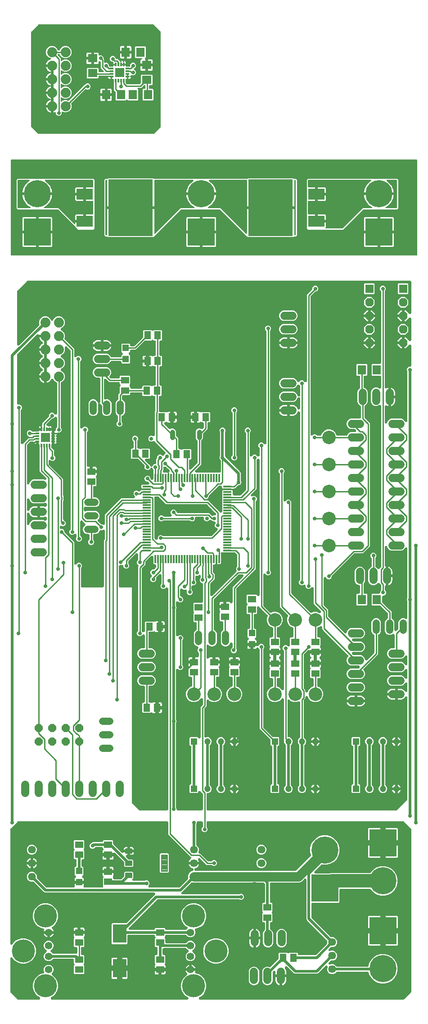
<source format=gbr>
G04 EAGLE Gerber RS-274X export*
G75*
%MOMM*%
%FSLAX34Y34*%
%LPD*%
%INTop Copper*%
%IPPOS*%
%AMOC8*
5,1,8,0,0,1.08239X$1,22.5*%
G01*
%ADD10R,1.500000X1.300000*%
%ADD11R,1.600000X1.800000*%
%ADD12R,1.800000X1.600000*%
%ADD13R,1.300000X1.500000*%
%ADD14C,1.879600*%
%ADD15R,5.100000X5.100000*%
%ADD16C,5.100000*%
%ADD17P,1.649562X8X202.500000*%
%ADD18R,0.800000X0.300000*%
%ADD19R,0.300000X0.800000*%
%ADD20R,1.800000X1.800000*%
%ADD21R,0.300000X1.600000*%
%ADD22R,1.600000X0.300000*%
%ADD23C,1.371600*%
%ADD24C,1.524000*%
%ADD25R,1.200000X1.200000*%
%ADD26P,1.704548X8X112.500000*%
%ADD27R,1.574800X1.574800*%
%ADD28C,0.965200*%
%ADD29R,1.600000X1.803000*%
%ADD30C,1.459991*%
%ADD31C,0.139500*%
%ADD32C,0.196500*%
%ADD33C,1.400000*%
%ADD34C,4.350000*%
%ADD35R,2.500000X3.500000*%
%ADD36C,1.200000*%
%ADD37R,3.050000X2.030000*%
%ADD38R,8.380000X10.660000*%
%ADD39C,2.540000*%
%ADD40C,0.705600*%
%ADD41C,0.254000*%
%ADD42C,0.508000*%
%ADD43C,1.778000*%
%ADD44C,2.540000*%

G36*
X736764Y365775D02*
X736764Y365775D01*
X736928Y365782D01*
X736988Y365795D01*
X737049Y365801D01*
X737207Y365844D01*
X737368Y365880D01*
X737424Y365903D01*
X737483Y365919D01*
X737631Y365990D01*
X737783Y366053D01*
X737835Y366086D01*
X737890Y366113D01*
X738023Y366208D01*
X738161Y366298D01*
X738219Y366349D01*
X738256Y366375D01*
X738298Y366418D01*
X738396Y366504D01*
X756684Y384792D01*
X756789Y384919D01*
X756901Y385040D01*
X756933Y385091D01*
X756972Y385138D01*
X757054Y385281D01*
X757142Y385419D01*
X757166Y385476D01*
X757196Y385529D01*
X757251Y385684D01*
X757313Y385836D01*
X757326Y385896D01*
X757347Y385953D01*
X757373Y386115D01*
X757408Y386276D01*
X757413Y386353D01*
X757420Y386397D01*
X757419Y386458D01*
X757427Y386588D01*
X757427Y577277D01*
X757418Y577380D01*
X757419Y577485D01*
X757398Y577604D01*
X757387Y577725D01*
X757360Y577826D01*
X757342Y577928D01*
X757301Y578042D01*
X757269Y578160D01*
X757224Y578254D01*
X757189Y578351D01*
X757128Y578457D01*
X757075Y578566D01*
X757015Y578651D01*
X756963Y578741D01*
X756884Y578833D01*
X756813Y578932D01*
X756739Y579005D01*
X756671Y579084D01*
X756578Y579162D01*
X756491Y579246D01*
X756404Y579305D01*
X756324Y579371D01*
X756218Y579431D01*
X756118Y579498D01*
X756022Y579541D01*
X755932Y579592D01*
X755817Y579632D01*
X755706Y579681D01*
X755605Y579705D01*
X755506Y579740D01*
X755386Y579759D01*
X755268Y579787D01*
X755165Y579794D01*
X755062Y579810D01*
X754940Y579808D01*
X754819Y579815D01*
X754716Y579803D01*
X754611Y579801D01*
X754492Y579777D01*
X754372Y579763D01*
X754272Y579733D01*
X754170Y579712D01*
X754057Y579668D01*
X753941Y579633D01*
X753848Y579585D01*
X753751Y579547D01*
X753648Y579484D01*
X753539Y579428D01*
X753456Y579365D01*
X753368Y579311D01*
X753278Y579230D01*
X753181Y579156D01*
X753110Y579080D01*
X753033Y579010D01*
X752917Y578870D01*
X752876Y578825D01*
X752861Y578802D01*
X752834Y578769D01*
X751970Y577581D01*
X750839Y576450D01*
X749545Y575510D01*
X748120Y574784D01*
X746599Y574289D01*
X745020Y574039D01*
X739139Y574039D01*
X739139Y584200D01*
X739139Y594361D01*
X745020Y594361D01*
X746599Y594111D01*
X748120Y593616D01*
X749545Y592890D01*
X750839Y591950D01*
X751970Y590819D01*
X752834Y589631D01*
X752902Y589552D01*
X752963Y589468D01*
X753050Y589383D01*
X753130Y589291D01*
X753211Y589226D01*
X753285Y589154D01*
X753386Y589086D01*
X753481Y589010D01*
X753572Y588960D01*
X753658Y588902D01*
X753770Y588852D01*
X753876Y588794D01*
X753975Y588761D01*
X754070Y588719D01*
X754188Y588690D01*
X754304Y588652D01*
X754407Y588637D01*
X754508Y588613D01*
X754629Y588605D01*
X754749Y588588D01*
X754853Y588591D01*
X754957Y588585D01*
X755078Y588599D01*
X755199Y588603D01*
X755301Y588625D01*
X755404Y588637D01*
X755521Y588672D01*
X755639Y588698D01*
X755736Y588737D01*
X755835Y588767D01*
X755944Y588822D01*
X756056Y588869D01*
X756144Y588924D01*
X756237Y588972D01*
X756333Y589045D01*
X756436Y589110D01*
X756512Y589181D01*
X756595Y589244D01*
X756678Y589333D01*
X756767Y589415D01*
X756830Y589498D01*
X756901Y589575D01*
X756966Y589677D01*
X757039Y589774D01*
X757086Y589867D01*
X757142Y589955D01*
X757188Y590067D01*
X757244Y590175D01*
X757274Y590275D01*
X757313Y590371D01*
X757339Y590490D01*
X757374Y590606D01*
X757386Y590710D01*
X757408Y590811D01*
X757419Y590993D01*
X757426Y591053D01*
X757425Y591081D01*
X757427Y591123D01*
X757427Y603496D01*
X757412Y603673D01*
X757402Y603850D01*
X757392Y603897D01*
X757387Y603944D01*
X757341Y604116D01*
X757300Y604289D01*
X757281Y604333D01*
X757269Y604379D01*
X757193Y604539D01*
X757122Y604702D01*
X757096Y604742D01*
X757075Y604785D01*
X756972Y604929D01*
X756874Y605078D01*
X756841Y605112D01*
X756813Y605151D01*
X756686Y605275D01*
X756563Y605404D01*
X756525Y605432D01*
X756491Y605465D01*
X756343Y605565D01*
X756200Y605670D01*
X756157Y605691D01*
X756118Y605717D01*
X755955Y605789D01*
X755796Y605867D01*
X755750Y605880D01*
X755706Y605900D01*
X755533Y605942D01*
X755362Y605990D01*
X755315Y605995D01*
X755268Y606006D01*
X755091Y606017D01*
X754914Y606035D01*
X754867Y606031D01*
X754819Y606034D01*
X754642Y606013D01*
X754465Y606000D01*
X754419Y605987D01*
X754372Y605982D01*
X754201Y605930D01*
X754030Y605886D01*
X753987Y605866D01*
X753941Y605852D01*
X753782Y605771D01*
X753621Y605696D01*
X753582Y605669D01*
X753539Y605647D01*
X753398Y605540D01*
X753252Y605438D01*
X753219Y605404D01*
X753181Y605375D01*
X753060Y605245D01*
X752935Y605119D01*
X752908Y605079D01*
X752876Y605044D01*
X752780Y604894D01*
X752679Y604748D01*
X752653Y604695D01*
X752634Y604664D01*
X752610Y604606D01*
X752542Y604467D01*
X752403Y604132D01*
X749688Y601417D01*
X746140Y599947D01*
X727060Y599947D01*
X723512Y601417D01*
X720797Y604132D01*
X719327Y607680D01*
X719327Y611520D01*
X720797Y615068D01*
X723512Y617783D01*
X727060Y619253D01*
X746140Y619253D01*
X749688Y617783D01*
X752403Y615068D01*
X752542Y614733D01*
X752624Y614575D01*
X752701Y614415D01*
X752728Y614376D01*
X752751Y614333D01*
X752859Y614193D01*
X752963Y614049D01*
X752997Y614015D01*
X753026Y613978D01*
X753158Y613859D01*
X753285Y613735D01*
X753325Y613708D01*
X753361Y613676D01*
X753511Y613582D01*
X753658Y613483D01*
X753702Y613463D01*
X753743Y613438D01*
X753908Y613372D01*
X754070Y613300D01*
X754117Y613289D01*
X754161Y613271D01*
X754335Y613236D01*
X754508Y613194D01*
X754555Y613191D01*
X754602Y613181D01*
X754780Y613177D01*
X754957Y613166D01*
X755005Y613171D01*
X755052Y613170D01*
X755228Y613198D01*
X755404Y613218D01*
X755450Y613232D01*
X755497Y613239D01*
X755665Y613297D01*
X755835Y613348D01*
X755878Y613370D01*
X755923Y613386D01*
X756079Y613472D01*
X756237Y613553D01*
X756275Y613582D01*
X756316Y613605D01*
X756454Y613718D01*
X756595Y613825D01*
X756628Y613860D01*
X756665Y613890D01*
X756780Y614025D01*
X756901Y614156D01*
X756926Y614196D01*
X756957Y614233D01*
X757047Y614386D01*
X757142Y614536D01*
X757161Y614580D01*
X757185Y614621D01*
X757246Y614788D01*
X757313Y614952D01*
X757323Y614999D01*
X757340Y615044D01*
X757371Y615219D01*
X757408Y615392D01*
X757412Y615452D01*
X757418Y615487D01*
X757418Y615550D01*
X757427Y615704D01*
X757427Y628896D01*
X757412Y629073D01*
X757402Y629250D01*
X757392Y629297D01*
X757387Y629344D01*
X757341Y629516D01*
X757300Y629689D01*
X757281Y629733D01*
X757269Y629779D01*
X757193Y629939D01*
X757122Y630102D01*
X757096Y630142D01*
X757075Y630185D01*
X756972Y630329D01*
X756874Y630478D01*
X756841Y630512D01*
X756813Y630551D01*
X756686Y630675D01*
X756563Y630804D01*
X756525Y630832D01*
X756491Y630865D01*
X756343Y630965D01*
X756200Y631070D01*
X756157Y631091D01*
X756118Y631117D01*
X755955Y631189D01*
X755796Y631267D01*
X755750Y631280D01*
X755706Y631300D01*
X755533Y631342D01*
X755362Y631390D01*
X755315Y631395D01*
X755268Y631406D01*
X755091Y631417D01*
X754914Y631435D01*
X754867Y631431D01*
X754819Y631434D01*
X754642Y631413D01*
X754465Y631400D01*
X754419Y631387D01*
X754372Y631382D01*
X754201Y631330D01*
X754030Y631286D01*
X753987Y631266D01*
X753941Y631252D01*
X753782Y631171D01*
X753621Y631096D01*
X753582Y631069D01*
X753539Y631047D01*
X753398Y630940D01*
X753252Y630838D01*
X753219Y630804D01*
X753181Y630775D01*
X753060Y630645D01*
X752935Y630519D01*
X752908Y630479D01*
X752876Y630444D01*
X752780Y630294D01*
X752679Y630148D01*
X752653Y630095D01*
X752634Y630064D01*
X752610Y630006D01*
X752542Y629867D01*
X752403Y629532D01*
X749688Y626817D01*
X746140Y625347D01*
X727060Y625347D01*
X723512Y626817D01*
X720797Y629532D01*
X719327Y633080D01*
X719327Y636920D01*
X720797Y640468D01*
X723512Y643183D01*
X727060Y644653D01*
X746140Y644653D01*
X749688Y643183D01*
X752403Y640468D01*
X752542Y640133D01*
X752624Y639975D01*
X752701Y639815D01*
X752728Y639776D01*
X752751Y639733D01*
X752859Y639593D01*
X752963Y639449D01*
X752997Y639415D01*
X753026Y639378D01*
X753158Y639259D01*
X753285Y639135D01*
X753325Y639108D01*
X753361Y639076D01*
X753511Y638982D01*
X753658Y638883D01*
X753702Y638863D01*
X753743Y638838D01*
X753908Y638772D01*
X754070Y638700D01*
X754117Y638689D01*
X754161Y638671D01*
X754335Y638636D01*
X754508Y638594D01*
X754555Y638591D01*
X754602Y638581D01*
X754780Y638577D01*
X754957Y638566D01*
X755005Y638571D01*
X755052Y638570D01*
X755228Y638598D01*
X755404Y638618D01*
X755450Y638632D01*
X755497Y638639D01*
X755665Y638697D01*
X755835Y638748D01*
X755878Y638770D01*
X755923Y638786D01*
X756079Y638872D01*
X756237Y638953D01*
X756275Y638982D01*
X756316Y639005D01*
X756454Y639118D01*
X756595Y639225D01*
X756628Y639260D01*
X756665Y639290D01*
X756780Y639425D01*
X756901Y639556D01*
X756926Y639596D01*
X756957Y639633D01*
X757047Y639786D01*
X757142Y639936D01*
X757161Y639980D01*
X757185Y640021D01*
X757246Y640188D01*
X757313Y640352D01*
X757323Y640399D01*
X757340Y640444D01*
X757371Y640619D01*
X757408Y640792D01*
X757412Y640852D01*
X757418Y640887D01*
X757418Y640950D01*
X757427Y641104D01*
X757427Y654296D01*
X757412Y654473D01*
X757402Y654650D01*
X757392Y654697D01*
X757387Y654744D01*
X757341Y654916D01*
X757300Y655089D01*
X757281Y655133D01*
X757269Y655179D01*
X757193Y655339D01*
X757122Y655502D01*
X757096Y655542D01*
X757075Y655585D01*
X756972Y655729D01*
X756874Y655878D01*
X756841Y655912D01*
X756813Y655951D01*
X756686Y656075D01*
X756563Y656204D01*
X756525Y656232D01*
X756491Y656265D01*
X756343Y656365D01*
X756200Y656470D01*
X756157Y656491D01*
X756118Y656517D01*
X755955Y656589D01*
X755796Y656667D01*
X755750Y656680D01*
X755706Y656700D01*
X755533Y656742D01*
X755362Y656790D01*
X755315Y656795D01*
X755268Y656806D01*
X755091Y656817D01*
X754914Y656835D01*
X754867Y656831D01*
X754819Y656834D01*
X754642Y656813D01*
X754465Y656800D01*
X754419Y656787D01*
X754372Y656782D01*
X754201Y656730D01*
X754030Y656686D01*
X753987Y656666D01*
X753941Y656652D01*
X753782Y656571D01*
X753621Y656496D01*
X753582Y656469D01*
X753539Y656447D01*
X753398Y656340D01*
X753252Y656238D01*
X753219Y656204D01*
X753181Y656175D01*
X753060Y656045D01*
X752935Y655919D01*
X752908Y655879D01*
X752876Y655844D01*
X752780Y655694D01*
X752679Y655548D01*
X752653Y655495D01*
X752634Y655464D01*
X752610Y655406D01*
X752542Y655267D01*
X752403Y654932D01*
X749688Y652217D01*
X746140Y650747D01*
X727060Y650747D01*
X723512Y652217D01*
X720797Y654932D01*
X719327Y658480D01*
X719327Y662320D01*
X720797Y665868D01*
X723512Y668583D01*
X727060Y670053D01*
X730758Y670053D01*
X730793Y670056D01*
X730827Y670054D01*
X731016Y670076D01*
X731207Y670093D01*
X731240Y670102D01*
X731274Y670106D01*
X731457Y670161D01*
X731641Y670211D01*
X731672Y670226D01*
X731705Y670236D01*
X731876Y670323D01*
X732048Y670405D01*
X732076Y670425D01*
X732107Y670440D01*
X732259Y670556D01*
X732414Y670667D01*
X732438Y670692D01*
X732465Y670712D01*
X732594Y670852D01*
X732728Y670989D01*
X732747Y671018D01*
X732771Y671044D01*
X732873Y671205D01*
X732980Y671362D01*
X732994Y671394D01*
X733012Y671423D01*
X733085Y671600D01*
X733162Y671774D01*
X733170Y671808D01*
X733183Y671840D01*
X733223Y672026D01*
X733269Y672212D01*
X733271Y672246D01*
X733278Y672280D01*
X733297Y672592D01*
X733297Y695036D01*
X733286Y695165D01*
X733284Y695295D01*
X733266Y695389D01*
X733257Y695484D01*
X733223Y695610D01*
X733198Y695737D01*
X733164Y695826D01*
X733139Y695918D01*
X733083Y696036D01*
X733036Y696157D01*
X732986Y696239D01*
X732945Y696325D01*
X732870Y696431D01*
X732802Y696542D01*
X732739Y696614D01*
X732683Y696691D01*
X732590Y696782D01*
X732504Y696879D01*
X732429Y696939D01*
X732361Y697005D01*
X732253Y697078D01*
X732151Y697159D01*
X732067Y697204D01*
X731988Y697257D01*
X731869Y697310D01*
X731754Y697371D01*
X731663Y697401D01*
X731576Y697440D01*
X731449Y697470D01*
X731326Y697511D01*
X731231Y697524D01*
X731138Y697546D01*
X731009Y697554D01*
X730880Y697572D01*
X730784Y697568D01*
X730689Y697574D01*
X730560Y697559D01*
X730430Y697554D01*
X730337Y697533D01*
X730242Y697522D01*
X730117Y697484D01*
X729990Y697456D01*
X729902Y697419D01*
X729811Y697392D01*
X729695Y697332D01*
X729575Y697282D01*
X729495Y697230D01*
X729409Y697187D01*
X729306Y697109D01*
X729197Y697038D01*
X729099Y696952D01*
X729051Y696915D01*
X729020Y696882D01*
X728962Y696831D01*
X728936Y696805D01*
X725668Y695451D01*
X722132Y695451D01*
X718864Y696805D01*
X716363Y699306D01*
X715009Y702574D01*
X715009Y719826D01*
X716363Y723094D01*
X718864Y725595D01*
X719030Y725664D01*
X719217Y725762D01*
X719407Y725858D01*
X719417Y725866D01*
X719429Y725872D01*
X719596Y726002D01*
X719765Y726130D01*
X719774Y726140D01*
X719785Y726148D01*
X719927Y726305D01*
X720071Y726461D01*
X720078Y726473D01*
X720086Y726482D01*
X720198Y726662D01*
X720312Y726841D01*
X720317Y726853D01*
X720324Y726865D01*
X720403Y727062D01*
X720483Y727258D01*
X720486Y727271D01*
X720491Y727283D01*
X720534Y727491D01*
X720578Y727698D01*
X720579Y727714D01*
X720581Y727724D01*
X720582Y727764D01*
X720597Y728010D01*
X720597Y735700D01*
X720583Y735864D01*
X720576Y736028D01*
X720563Y736088D01*
X720557Y736149D01*
X720514Y736308D01*
X720478Y736468D01*
X720455Y736524D01*
X720439Y736583D01*
X720368Y736731D01*
X720305Y736883D01*
X720272Y736935D01*
X720245Y736990D01*
X720150Y737123D01*
X720060Y737262D01*
X720009Y737319D01*
X719983Y737356D01*
X719940Y737398D01*
X719854Y737496D01*
X707141Y750209D01*
X707014Y750314D01*
X706894Y750426D01*
X706842Y750458D01*
X706795Y750497D01*
X706653Y750579D01*
X706514Y750667D01*
X706457Y750691D01*
X706404Y750721D01*
X706250Y750776D01*
X706097Y750838D01*
X706038Y750851D01*
X705980Y750872D01*
X705818Y750898D01*
X705657Y750933D01*
X705580Y750938D01*
X705536Y750945D01*
X705475Y750944D01*
X705345Y750952D01*
X691178Y750952D01*
X689987Y752143D01*
X689987Y771857D01*
X691178Y773048D01*
X703599Y773048D01*
X703634Y773051D01*
X703668Y773049D01*
X703857Y773071D01*
X704048Y773088D01*
X704081Y773097D01*
X704115Y773101D01*
X704298Y773156D01*
X704482Y773206D01*
X704513Y773221D01*
X704546Y773231D01*
X704717Y773318D01*
X704889Y773400D01*
X704917Y773420D01*
X704948Y773435D01*
X705100Y773551D01*
X705255Y773662D01*
X705279Y773687D01*
X705306Y773707D01*
X705435Y773847D01*
X705569Y773984D01*
X705588Y774013D01*
X705612Y774039D01*
X705714Y774200D01*
X705821Y774357D01*
X705835Y774389D01*
X705853Y774418D01*
X705926Y774595D01*
X706003Y774769D01*
X706011Y774803D01*
X706024Y774835D01*
X706064Y775022D01*
X706110Y775207D01*
X706112Y775241D01*
X706119Y775275D01*
X706138Y775587D01*
X706138Y776305D01*
X706985Y778349D01*
X707473Y778837D01*
X707579Y778963D01*
X707690Y779084D01*
X707723Y779136D01*
X707762Y779182D01*
X707843Y779325D01*
X707932Y779464D01*
X707955Y779520D01*
X707985Y779573D01*
X708040Y779728D01*
X708103Y779880D01*
X708116Y779940D01*
X708136Y779998D01*
X708163Y780160D01*
X708197Y780321D01*
X708202Y780398D01*
X708210Y780442D01*
X708209Y780503D01*
X708217Y780633D01*
X708217Y788265D01*
X708202Y788428D01*
X708195Y788593D01*
X708182Y788652D01*
X708177Y788713D01*
X708133Y788872D01*
X708098Y789032D01*
X708074Y789089D01*
X708058Y789148D01*
X707988Y789296D01*
X707924Y789448D01*
X707891Y789499D01*
X707865Y789554D01*
X707769Y789688D01*
X707680Y789826D01*
X707629Y789884D01*
X707603Y789920D01*
X707559Y789963D01*
X707473Y790060D01*
X704683Y792851D01*
X704656Y792873D01*
X704633Y792899D01*
X704484Y793017D01*
X704337Y793139D01*
X704307Y793157D01*
X704280Y793178D01*
X704112Y793268D01*
X703946Y793363D01*
X703914Y793374D01*
X703883Y793391D01*
X703702Y793450D01*
X703522Y793514D01*
X703488Y793519D01*
X703455Y793530D01*
X703266Y793556D01*
X703078Y793587D01*
X703043Y793587D01*
X703009Y793591D01*
X702818Y793584D01*
X702628Y793581D01*
X702594Y793574D01*
X702559Y793573D01*
X702373Y793532D01*
X702186Y793495D01*
X702153Y793483D01*
X702119Y793475D01*
X701943Y793402D01*
X701766Y793333D01*
X701736Y793315D01*
X701704Y793302D01*
X701543Y793198D01*
X701381Y793099D01*
X701355Y793076D01*
X701326Y793058D01*
X701092Y792851D01*
X698888Y790647D01*
X695340Y789177D01*
X691500Y789177D01*
X687952Y790647D01*
X685237Y793362D01*
X683767Y796910D01*
X683767Y815990D01*
X685237Y819538D01*
X687952Y822253D01*
X688550Y822501D01*
X688737Y822599D01*
X688927Y822695D01*
X688937Y822703D01*
X688949Y822709D01*
X689116Y822839D01*
X689285Y822967D01*
X689294Y822977D01*
X689305Y822985D01*
X689447Y823143D01*
X689591Y823298D01*
X689598Y823309D01*
X689606Y823319D01*
X689718Y823498D01*
X689832Y823678D01*
X689837Y823690D01*
X689844Y823701D01*
X689923Y823898D01*
X690003Y824095D01*
X690006Y824107D01*
X690011Y824120D01*
X690053Y824328D01*
X690098Y824535D01*
X690099Y824551D01*
X690101Y824561D01*
X690102Y824600D01*
X690117Y824847D01*
X690117Y838937D01*
X690103Y839101D01*
X690096Y839265D01*
X690083Y839325D01*
X690077Y839385D01*
X690034Y839544D01*
X689998Y839705D01*
X689975Y839761D01*
X689959Y839820D01*
X689888Y839968D01*
X689825Y840120D01*
X689792Y840172D01*
X689765Y840226D01*
X689670Y840360D01*
X689580Y840498D01*
X689529Y840556D01*
X689503Y840592D01*
X689460Y840635D01*
X689374Y840732D01*
X688706Y841400D01*
X687859Y843444D01*
X687859Y845656D01*
X688706Y847700D01*
X690270Y849264D01*
X692314Y850111D01*
X694526Y850111D01*
X696570Y849264D01*
X698134Y847700D01*
X698981Y845656D01*
X698981Y843444D01*
X698134Y841400D01*
X697466Y840732D01*
X697361Y840606D01*
X697249Y840485D01*
X697217Y840434D01*
X697178Y840387D01*
X697096Y840244D01*
X697008Y840106D01*
X696984Y840049D01*
X696954Y839996D01*
X696899Y839841D01*
X696837Y839689D01*
X696824Y839629D01*
X696803Y839572D01*
X696777Y839409D01*
X696742Y839249D01*
X696737Y839172D01*
X696730Y839128D01*
X696731Y839067D01*
X696723Y838937D01*
X696723Y824847D01*
X696742Y824635D01*
X696758Y824424D01*
X696761Y824411D01*
X696763Y824398D01*
X696819Y824193D01*
X696872Y823989D01*
X696878Y823977D01*
X696881Y823964D01*
X696972Y823773D01*
X697061Y823580D01*
X697069Y823569D01*
X697075Y823557D01*
X697197Y823386D01*
X697320Y823211D01*
X697329Y823202D01*
X697337Y823191D01*
X697489Y823042D01*
X697639Y822894D01*
X697650Y822886D01*
X697659Y822877D01*
X697835Y822758D01*
X698009Y822638D01*
X698024Y822631D01*
X698032Y822625D01*
X698068Y822609D01*
X698290Y822501D01*
X698888Y822253D01*
X701092Y820049D01*
X701118Y820027D01*
X701141Y820001D01*
X701291Y819883D01*
X701437Y819761D01*
X701467Y819743D01*
X701494Y819722D01*
X701663Y819632D01*
X701828Y819537D01*
X701860Y819526D01*
X701891Y819509D01*
X702072Y819450D01*
X702252Y819386D01*
X702286Y819381D01*
X702319Y819370D01*
X702508Y819344D01*
X702696Y819313D01*
X702731Y819313D01*
X702765Y819309D01*
X702956Y819316D01*
X703147Y819319D01*
X703181Y819326D01*
X703215Y819327D01*
X703401Y819368D01*
X703589Y819405D01*
X703621Y819417D01*
X703655Y819425D01*
X703830Y819498D01*
X704009Y819567D01*
X704038Y819585D01*
X704070Y819598D01*
X704230Y819701D01*
X704393Y819801D01*
X704419Y819824D01*
X704448Y819842D01*
X704683Y820049D01*
X707276Y822642D01*
X707381Y822768D01*
X707493Y822889D01*
X707525Y822941D01*
X707564Y822988D01*
X707646Y823130D01*
X707734Y823269D01*
X707758Y823326D01*
X707788Y823379D01*
X707843Y823533D01*
X707905Y823686D01*
X707918Y823745D01*
X707939Y823803D01*
X707965Y823965D01*
X708000Y824126D01*
X708005Y824203D01*
X708012Y824247D01*
X708011Y824308D01*
X708019Y824438D01*
X708019Y1125118D01*
X708008Y1125248D01*
X708006Y1125378D01*
X707988Y1125472D01*
X707979Y1125566D01*
X707945Y1125692D01*
X707920Y1125820D01*
X707886Y1125909D01*
X707861Y1126001D01*
X707805Y1126118D01*
X707758Y1126240D01*
X707708Y1126321D01*
X707667Y1126407D01*
X707592Y1126513D01*
X707524Y1126625D01*
X707461Y1126696D01*
X707405Y1126774D01*
X707312Y1126865D01*
X707226Y1126962D01*
X707151Y1127021D01*
X707083Y1127088D01*
X706975Y1127161D01*
X706872Y1127241D01*
X706788Y1127286D01*
X706710Y1127340D01*
X706590Y1127392D01*
X706476Y1127454D01*
X706385Y1127483D01*
X706298Y1127522D01*
X706171Y1127553D01*
X706047Y1127593D01*
X705953Y1127606D01*
X705860Y1127629D01*
X705730Y1127637D01*
X705601Y1127654D01*
X705506Y1127650D01*
X705411Y1127656D01*
X705281Y1127641D01*
X705151Y1127636D01*
X705059Y1127615D01*
X704964Y1127604D01*
X704839Y1127566D01*
X704712Y1127538D01*
X704624Y1127502D01*
X704533Y1127474D01*
X704417Y1127415D01*
X704296Y1127365D01*
X704216Y1127313D01*
X704131Y1127270D01*
X704117Y1127259D01*
X700420Y1125727D01*
X696580Y1125727D01*
X693032Y1127197D01*
X690317Y1129912D01*
X688847Y1133460D01*
X688847Y1152540D01*
X690317Y1156088D01*
X693032Y1158803D01*
X696580Y1160273D01*
X700420Y1160273D01*
X704152Y1158727D01*
X704250Y1158660D01*
X704338Y1158622D01*
X704420Y1158574D01*
X704543Y1158531D01*
X704662Y1158478D01*
X704755Y1158455D01*
X704845Y1158424D01*
X704973Y1158402D01*
X705100Y1158371D01*
X705195Y1158366D01*
X705289Y1158350D01*
X705419Y1158352D01*
X705549Y1158344D01*
X705644Y1158355D01*
X705739Y1158356D01*
X705867Y1158381D01*
X705996Y1158396D01*
X706088Y1158423D01*
X706181Y1158441D01*
X706302Y1158488D01*
X706427Y1158526D01*
X706512Y1158569D01*
X706601Y1158604D01*
X706712Y1158671D01*
X706829Y1158730D01*
X706904Y1158788D01*
X706986Y1158837D01*
X707084Y1158924D01*
X707187Y1159002D01*
X707252Y1159072D01*
X707323Y1159136D01*
X707404Y1159238D01*
X707493Y1159334D01*
X707544Y1159414D01*
X707603Y1159489D01*
X707664Y1159603D01*
X707734Y1159713D01*
X707771Y1159802D01*
X707816Y1159885D01*
X707856Y1160009D01*
X707905Y1160130D01*
X707925Y1160223D01*
X707955Y1160314D01*
X707973Y1160443D01*
X708000Y1160570D01*
X708008Y1160699D01*
X708016Y1160760D01*
X708015Y1160805D01*
X708019Y1160882D01*
X708019Y1180213D01*
X708016Y1180248D01*
X708018Y1180282D01*
X707996Y1180471D01*
X707979Y1180662D01*
X707970Y1180695D01*
X707966Y1180729D01*
X707911Y1180912D01*
X707861Y1181096D01*
X707846Y1181127D01*
X707836Y1181160D01*
X707749Y1181331D01*
X707667Y1181503D01*
X707647Y1181531D01*
X707632Y1181562D01*
X707516Y1181714D01*
X707405Y1181869D01*
X707380Y1181893D01*
X707360Y1181920D01*
X707220Y1182049D01*
X707083Y1182183D01*
X707054Y1182202D01*
X707028Y1182226D01*
X706867Y1182328D01*
X706710Y1182435D01*
X706678Y1182449D01*
X706649Y1182467D01*
X706472Y1182540D01*
X706298Y1182617D01*
X706264Y1182625D01*
X706232Y1182638D01*
X706045Y1182678D01*
X705860Y1182724D01*
X705826Y1182726D01*
X705792Y1182733D01*
X705480Y1182752D01*
X691178Y1182752D01*
X689987Y1183943D01*
X689987Y1203657D01*
X691178Y1204848D01*
X705358Y1204848D01*
X705393Y1204851D01*
X705427Y1204849D01*
X705616Y1204871D01*
X705807Y1204888D01*
X705840Y1204897D01*
X705874Y1204901D01*
X706057Y1204956D01*
X706241Y1205006D01*
X706272Y1205021D01*
X706305Y1205031D01*
X706476Y1205118D01*
X706648Y1205200D01*
X706676Y1205220D01*
X706707Y1205235D01*
X706859Y1205351D01*
X707014Y1205462D01*
X707038Y1205487D01*
X707065Y1205507D01*
X707194Y1205647D01*
X707328Y1205784D01*
X707347Y1205813D01*
X707371Y1205839D01*
X707473Y1206000D01*
X707580Y1206157D01*
X707594Y1206189D01*
X707612Y1206218D01*
X707685Y1206395D01*
X707762Y1206569D01*
X707770Y1206603D01*
X707783Y1206635D01*
X707823Y1206822D01*
X707869Y1207007D01*
X707871Y1207041D01*
X707878Y1207075D01*
X707897Y1207387D01*
X707897Y1340587D01*
X707883Y1340751D01*
X707876Y1340915D01*
X707863Y1340975D01*
X707857Y1341035D01*
X707814Y1341194D01*
X707778Y1341355D01*
X707755Y1341411D01*
X707739Y1341470D01*
X707668Y1341618D01*
X707605Y1341770D01*
X707572Y1341822D01*
X707545Y1341876D01*
X707450Y1342010D01*
X707360Y1342148D01*
X707309Y1342206D01*
X707283Y1342242D01*
X707240Y1342285D01*
X707154Y1342382D01*
X706486Y1343050D01*
X705639Y1345094D01*
X705639Y1347306D01*
X706486Y1349350D01*
X708050Y1350914D01*
X710094Y1351761D01*
X712306Y1351761D01*
X714350Y1350914D01*
X715914Y1349350D01*
X716761Y1347306D01*
X716761Y1345094D01*
X715914Y1343050D01*
X715246Y1342382D01*
X715141Y1342256D01*
X715029Y1342135D01*
X714997Y1342084D01*
X714958Y1342037D01*
X714876Y1341894D01*
X714788Y1341756D01*
X714764Y1341699D01*
X714734Y1341646D01*
X714679Y1341491D01*
X714617Y1341339D01*
X714604Y1341279D01*
X714583Y1341222D01*
X714557Y1341059D01*
X714522Y1340899D01*
X714517Y1340822D01*
X714510Y1340778D01*
X714511Y1340717D01*
X714503Y1340587D01*
X714503Y1206725D01*
X714517Y1206561D01*
X714524Y1206396D01*
X714537Y1206337D01*
X714543Y1206276D01*
X714586Y1206117D01*
X714622Y1205957D01*
X714625Y1205949D01*
X714625Y1161424D01*
X714639Y1161268D01*
X714644Y1161112D01*
X714658Y1161045D01*
X714665Y1160976D01*
X714706Y1160825D01*
X714739Y1160672D01*
X714765Y1160608D01*
X714783Y1160541D01*
X714850Y1160400D01*
X714910Y1160256D01*
X714947Y1160197D01*
X714977Y1160135D01*
X715067Y1160008D01*
X715151Y1159876D01*
X715198Y1159825D01*
X715239Y1159768D01*
X715351Y1159659D01*
X715457Y1159545D01*
X715512Y1159503D01*
X715561Y1159454D01*
X715691Y1159367D01*
X715815Y1159273D01*
X715877Y1159241D01*
X715934Y1159202D01*
X716077Y1159139D01*
X716217Y1159068D01*
X716283Y1159048D01*
X716346Y1159020D01*
X716498Y1158983D01*
X716648Y1158938D01*
X716716Y1158930D01*
X716784Y1158913D01*
X716939Y1158904D01*
X717095Y1158886D01*
X717164Y1158890D01*
X717233Y1158886D01*
X717388Y1158904D01*
X717544Y1158913D01*
X717611Y1158930D01*
X717680Y1158938D01*
X717830Y1158983D01*
X717982Y1159020D01*
X718045Y1159048D01*
X718111Y1159068D01*
X718251Y1159139D01*
X718393Y1159202D01*
X718468Y1159250D01*
X718513Y1159272D01*
X718537Y1159291D01*
X720000Y1160036D01*
X721361Y1160479D01*
X721361Y1143000D01*
X721361Y1125521D01*
X720000Y1125964D01*
X718488Y1126734D01*
X718394Y1126798D01*
X718330Y1126826D01*
X718271Y1126861D01*
X718125Y1126917D01*
X717982Y1126980D01*
X717914Y1126996D01*
X717850Y1127021D01*
X717696Y1127050D01*
X717544Y1127087D01*
X717475Y1127091D01*
X717407Y1127104D01*
X717251Y1127105D01*
X717095Y1127114D01*
X717026Y1127106D01*
X716957Y1127107D01*
X716803Y1127080D01*
X716648Y1127062D01*
X716581Y1127042D01*
X716513Y1127030D01*
X716366Y1126977D01*
X716217Y1126932D01*
X716155Y1126900D01*
X716090Y1126877D01*
X715955Y1126798D01*
X715815Y1126728D01*
X715760Y1126686D01*
X715700Y1126651D01*
X715581Y1126550D01*
X715457Y1126456D01*
X715410Y1126405D01*
X715357Y1126360D01*
X715257Y1126239D01*
X715151Y1126124D01*
X715114Y1126066D01*
X715070Y1126013D01*
X714994Y1125877D01*
X714910Y1125745D01*
X714883Y1125680D01*
X714849Y1125620D01*
X714798Y1125473D01*
X714739Y1125328D01*
X714724Y1125260D01*
X714701Y1125195D01*
X714677Y1125041D01*
X714644Y1124888D01*
X714638Y1124799D01*
X714631Y1124750D01*
X714632Y1124692D01*
X714625Y1124576D01*
X714625Y1095533D01*
X714640Y1095356D01*
X714650Y1095178D01*
X714660Y1095132D01*
X714665Y1095084D01*
X714712Y1094912D01*
X714752Y1094740D01*
X714771Y1094696D01*
X714783Y1094650D01*
X714859Y1094490D01*
X714930Y1094326D01*
X714956Y1094286D01*
X714977Y1094243D01*
X715080Y1094099D01*
X715178Y1093951D01*
X715211Y1093916D01*
X715239Y1093877D01*
X715366Y1093753D01*
X715488Y1093625D01*
X715527Y1093596D01*
X715561Y1093563D01*
X715708Y1093464D01*
X715852Y1093359D01*
X715895Y1093338D01*
X715934Y1093311D01*
X716097Y1093239D01*
X716256Y1093161D01*
X716302Y1093148D01*
X716346Y1093129D01*
X716519Y1093087D01*
X716690Y1093038D01*
X716737Y1093033D01*
X716784Y1093022D01*
X716961Y1093011D01*
X717138Y1092994D01*
X717185Y1092997D01*
X717233Y1092994D01*
X717410Y1093015D01*
X717587Y1093029D01*
X717633Y1093041D01*
X717680Y1093047D01*
X717851Y1093098D01*
X718022Y1093143D01*
X718065Y1093163D01*
X718111Y1093177D01*
X718270Y1093257D01*
X718431Y1093332D01*
X718470Y1093359D01*
X718513Y1093381D01*
X718654Y1093488D01*
X718800Y1093590D01*
X718833Y1093624D01*
X718871Y1093653D01*
X718992Y1093784D01*
X719117Y1093910D01*
X719144Y1093949D01*
X719176Y1093984D01*
X719272Y1094134D01*
X719373Y1094280D01*
X719399Y1094333D01*
X719418Y1094364D01*
X719442Y1094422D01*
X719510Y1094561D01*
X720797Y1097668D01*
X723512Y1100383D01*
X727060Y1101853D01*
X746140Y1101853D01*
X749688Y1100383D01*
X752403Y1097668D01*
X752542Y1097333D01*
X752625Y1097175D01*
X752701Y1097015D01*
X752728Y1096976D01*
X752751Y1096933D01*
X752859Y1096793D01*
X752963Y1096649D01*
X752997Y1096615D01*
X753026Y1096578D01*
X753158Y1096459D01*
X753285Y1096335D01*
X753325Y1096308D01*
X753360Y1096276D01*
X753511Y1096182D01*
X753658Y1096083D01*
X753702Y1096063D01*
X753743Y1096038D01*
X753908Y1095972D01*
X754070Y1095900D01*
X754117Y1095889D01*
X754161Y1095871D01*
X754335Y1095836D01*
X754508Y1095794D01*
X754555Y1095791D01*
X754602Y1095781D01*
X754780Y1095777D01*
X754957Y1095766D01*
X755005Y1095771D01*
X755052Y1095770D01*
X755228Y1095797D01*
X755404Y1095818D01*
X755450Y1095832D01*
X755497Y1095839D01*
X755665Y1095897D01*
X755835Y1095948D01*
X755878Y1095970D01*
X755923Y1095986D01*
X756078Y1096072D01*
X756237Y1096153D01*
X756275Y1096182D01*
X756316Y1096205D01*
X756454Y1096317D01*
X756595Y1096425D01*
X756628Y1096460D01*
X756665Y1096490D01*
X756780Y1096625D01*
X756901Y1096756D01*
X756926Y1096796D01*
X756957Y1096832D01*
X757047Y1096986D01*
X757142Y1097136D01*
X757161Y1097180D01*
X757185Y1097221D01*
X757246Y1097388D01*
X757313Y1097552D01*
X757323Y1097599D01*
X757340Y1097644D01*
X757371Y1097819D01*
X757408Y1097992D01*
X757412Y1098051D01*
X757418Y1098087D01*
X757418Y1098150D01*
X757427Y1098304D01*
X757427Y1189804D01*
X757417Y1189920D01*
X757417Y1190037D01*
X757397Y1190144D01*
X757387Y1190252D01*
X757357Y1190365D01*
X757336Y1190480D01*
X757285Y1190626D01*
X757269Y1190686D01*
X757253Y1190719D01*
X757234Y1190775D01*
X756439Y1192694D01*
X756439Y1194906D01*
X757286Y1196950D01*
X758850Y1198514D01*
X760894Y1199361D01*
X762000Y1199361D01*
X762035Y1199364D01*
X762069Y1199362D01*
X762258Y1199384D01*
X762449Y1199401D01*
X762482Y1199410D01*
X762516Y1199414D01*
X762699Y1199469D01*
X762883Y1199519D01*
X762914Y1199534D01*
X762947Y1199544D01*
X763118Y1199631D01*
X763290Y1199713D01*
X763318Y1199733D01*
X763349Y1199748D01*
X763501Y1199864D01*
X763656Y1199975D01*
X763680Y1200000D01*
X763707Y1200020D01*
X763836Y1200160D01*
X763970Y1200297D01*
X763989Y1200326D01*
X764013Y1200352D01*
X764115Y1200513D01*
X764222Y1200670D01*
X764236Y1200702D01*
X764254Y1200731D01*
X764327Y1200908D01*
X764404Y1201082D01*
X764412Y1201116D01*
X764425Y1201148D01*
X764465Y1201334D01*
X764511Y1201520D01*
X764513Y1201554D01*
X764520Y1201588D01*
X764539Y1201900D01*
X764539Y1238980D01*
X764528Y1239110D01*
X764526Y1239240D01*
X764508Y1239334D01*
X764499Y1239429D01*
X764465Y1239554D01*
X764440Y1239682D01*
X764406Y1239771D01*
X764381Y1239863D01*
X764325Y1239980D01*
X764278Y1240102D01*
X764228Y1240184D01*
X764187Y1240270D01*
X764112Y1240375D01*
X764044Y1240487D01*
X763981Y1240558D01*
X763925Y1240636D01*
X763832Y1240727D01*
X763746Y1240824D01*
X763671Y1240883D01*
X763603Y1240950D01*
X763495Y1241023D01*
X763393Y1241103D01*
X763309Y1241148D01*
X763230Y1241202D01*
X763111Y1241255D01*
X762996Y1241316D01*
X762905Y1241346D01*
X762818Y1241384D01*
X762691Y1241415D01*
X762568Y1241455D01*
X762473Y1241468D01*
X762380Y1241491D01*
X762251Y1241499D01*
X762122Y1241517D01*
X762026Y1241513D01*
X761931Y1241519D01*
X761802Y1241504D01*
X761672Y1241498D01*
X761579Y1241478D01*
X761484Y1241467D01*
X761359Y1241429D01*
X761232Y1241401D01*
X761144Y1241364D01*
X761053Y1241336D01*
X760937Y1241277D01*
X760817Y1241227D01*
X760736Y1241175D01*
X760651Y1241132D01*
X760548Y1241053D01*
X760439Y1240983D01*
X760341Y1240897D01*
X760293Y1240860D01*
X760262Y1240827D01*
X760204Y1240776D01*
X753614Y1234185D01*
X751839Y1234185D01*
X751839Y1244600D01*
X751839Y1255015D01*
X753614Y1255015D01*
X760204Y1248424D01*
X760304Y1248341D01*
X760397Y1248250D01*
X760477Y1248197D01*
X760550Y1248135D01*
X760663Y1248071D01*
X760770Y1247998D01*
X760858Y1247959D01*
X760941Y1247912D01*
X761063Y1247868D01*
X761182Y1247816D01*
X761275Y1247793D01*
X761365Y1247761D01*
X761494Y1247740D01*
X761620Y1247709D01*
X761715Y1247703D01*
X761809Y1247688D01*
X761940Y1247689D01*
X762069Y1247681D01*
X762164Y1247692D01*
X762260Y1247694D01*
X762387Y1247718D01*
X762516Y1247733D01*
X762608Y1247761D01*
X762702Y1247779D01*
X762823Y1247826D01*
X762947Y1247864D01*
X763032Y1247907D01*
X763122Y1247942D01*
X763233Y1248009D01*
X763349Y1248068D01*
X763425Y1248126D01*
X763506Y1248175D01*
X763604Y1248262D01*
X763707Y1248340D01*
X763772Y1248410D01*
X763844Y1248474D01*
X763924Y1248575D01*
X764013Y1248671D01*
X764064Y1248752D01*
X764123Y1248827D01*
X764184Y1248941D01*
X764254Y1249051D01*
X764291Y1249139D01*
X764336Y1249224D01*
X764376Y1249347D01*
X764425Y1249468D01*
X764445Y1249561D01*
X764475Y1249652D01*
X764493Y1249781D01*
X764520Y1249908D01*
X764528Y1250037D01*
X764536Y1250098D01*
X764535Y1250143D01*
X764539Y1250220D01*
X764539Y1289780D01*
X764528Y1289910D01*
X764526Y1290040D01*
X764508Y1290134D01*
X764499Y1290229D01*
X764465Y1290354D01*
X764440Y1290482D01*
X764406Y1290571D01*
X764381Y1290663D01*
X764325Y1290780D01*
X764278Y1290902D01*
X764228Y1290984D01*
X764187Y1291070D01*
X764112Y1291175D01*
X764044Y1291287D01*
X763981Y1291358D01*
X763925Y1291436D01*
X763832Y1291527D01*
X763746Y1291624D01*
X763671Y1291683D01*
X763603Y1291750D01*
X763495Y1291823D01*
X763393Y1291903D01*
X763309Y1291948D01*
X763230Y1292002D01*
X763111Y1292055D01*
X762996Y1292116D01*
X762905Y1292146D01*
X762818Y1292184D01*
X762691Y1292215D01*
X762568Y1292255D01*
X762473Y1292268D01*
X762380Y1292291D01*
X762251Y1292299D01*
X762122Y1292317D01*
X762026Y1292313D01*
X761931Y1292319D01*
X761802Y1292304D01*
X761672Y1292298D01*
X761579Y1292278D01*
X761484Y1292267D01*
X761359Y1292229D01*
X761232Y1292201D01*
X761144Y1292164D01*
X761053Y1292136D01*
X760937Y1292077D01*
X760817Y1292027D01*
X760736Y1291975D01*
X760651Y1291932D01*
X760548Y1291853D01*
X760439Y1291783D01*
X760341Y1291697D01*
X760293Y1291660D01*
X760262Y1291627D01*
X760204Y1291576D01*
X753614Y1284985D01*
X751839Y1284985D01*
X751839Y1295400D01*
X751839Y1305815D01*
X753614Y1305815D01*
X760204Y1299224D01*
X760304Y1299141D01*
X760397Y1299050D01*
X760477Y1298997D01*
X760550Y1298935D01*
X760663Y1298871D01*
X760770Y1298798D01*
X760858Y1298759D01*
X760941Y1298712D01*
X761063Y1298668D01*
X761182Y1298616D01*
X761275Y1298593D01*
X761365Y1298561D01*
X761494Y1298540D01*
X761620Y1298509D01*
X761715Y1298503D01*
X761809Y1298488D01*
X761940Y1298489D01*
X762069Y1298481D01*
X762164Y1298492D01*
X762260Y1298494D01*
X762387Y1298518D01*
X762516Y1298533D01*
X762608Y1298561D01*
X762702Y1298579D01*
X762823Y1298626D01*
X762947Y1298664D01*
X763032Y1298707D01*
X763122Y1298742D01*
X763233Y1298809D01*
X763349Y1298868D01*
X763425Y1298926D01*
X763506Y1298975D01*
X763604Y1299062D01*
X763707Y1299140D01*
X763772Y1299210D01*
X763844Y1299274D01*
X763924Y1299375D01*
X764013Y1299471D01*
X764064Y1299552D01*
X764123Y1299627D01*
X764184Y1299741D01*
X764254Y1299851D01*
X764291Y1299939D01*
X764336Y1300024D01*
X764376Y1300147D01*
X764425Y1300268D01*
X764445Y1300361D01*
X764475Y1300452D01*
X764493Y1300581D01*
X764520Y1300708D01*
X764528Y1300837D01*
X764536Y1300898D01*
X764535Y1300943D01*
X764539Y1301020D01*
X764539Y1358900D01*
X764536Y1358935D01*
X764538Y1358969D01*
X764516Y1359158D01*
X764499Y1359349D01*
X764490Y1359382D01*
X764486Y1359416D01*
X764431Y1359599D01*
X764381Y1359783D01*
X764366Y1359814D01*
X764356Y1359847D01*
X764269Y1360018D01*
X764187Y1360190D01*
X764167Y1360218D01*
X764152Y1360249D01*
X764036Y1360401D01*
X763925Y1360556D01*
X763900Y1360580D01*
X763880Y1360607D01*
X763740Y1360736D01*
X763603Y1360870D01*
X763574Y1360889D01*
X763548Y1360913D01*
X763387Y1361015D01*
X763230Y1361122D01*
X763198Y1361136D01*
X763169Y1361154D01*
X762992Y1361227D01*
X762818Y1361304D01*
X762784Y1361312D01*
X762752Y1361325D01*
X762565Y1361365D01*
X762380Y1361411D01*
X762346Y1361413D01*
X762312Y1361420D01*
X762000Y1361439D01*
X43180Y1361439D01*
X43016Y1361425D01*
X42852Y1361418D01*
X42792Y1361405D01*
X42732Y1361399D01*
X42573Y1361356D01*
X42412Y1361320D01*
X42356Y1361297D01*
X42297Y1361281D01*
X42149Y1361210D01*
X41997Y1361147D01*
X41945Y1361114D01*
X41891Y1361087D01*
X41757Y1360992D01*
X41619Y1360902D01*
X41561Y1360851D01*
X41524Y1360825D01*
X41482Y1360782D01*
X41384Y1360696D01*
X23604Y1342916D01*
X23499Y1342789D01*
X23388Y1342668D01*
X23355Y1342617D01*
X23316Y1342570D01*
X23234Y1342427D01*
X23146Y1342289D01*
X23122Y1342232D01*
X23092Y1342179D01*
X23037Y1342024D01*
X22975Y1341872D01*
X22962Y1341812D01*
X22941Y1341755D01*
X22915Y1341593D01*
X22880Y1341432D01*
X22875Y1341355D01*
X22868Y1341311D01*
X22869Y1341250D01*
X22861Y1341120D01*
X22861Y1241958D01*
X22872Y1241828D01*
X22874Y1241698D01*
X22892Y1241605D01*
X22901Y1241509D01*
X22935Y1241384D01*
X22960Y1241256D01*
X22994Y1241167D01*
X23019Y1241075D01*
X23075Y1240958D01*
X23122Y1240836D01*
X23172Y1240754D01*
X23213Y1240668D01*
X23288Y1240563D01*
X23356Y1240452D01*
X23419Y1240380D01*
X23475Y1240302D01*
X23568Y1240211D01*
X23654Y1240114D01*
X23729Y1240055D01*
X23797Y1239988D01*
X23905Y1239915D01*
X24007Y1239835D01*
X24091Y1239790D01*
X24170Y1239736D01*
X24289Y1239684D01*
X24404Y1239622D01*
X24495Y1239593D01*
X24582Y1239554D01*
X24709Y1239523D01*
X24832Y1239483D01*
X24927Y1239470D01*
X25020Y1239447D01*
X25149Y1239439D01*
X25278Y1239422D01*
X25374Y1239425D01*
X25469Y1239420D01*
X25598Y1239435D01*
X25728Y1239440D01*
X25821Y1239461D01*
X25916Y1239472D01*
X26041Y1239509D01*
X26168Y1239537D01*
X26256Y1239574D01*
X26347Y1239602D01*
X26463Y1239661D01*
X26583Y1239711D01*
X26664Y1239763D01*
X26749Y1239806D01*
X26852Y1239885D01*
X26961Y1239955D01*
X27059Y1240042D01*
X27107Y1240078D01*
X27138Y1240111D01*
X27196Y1240162D01*
X64357Y1277324D01*
X64494Y1277488D01*
X64631Y1277648D01*
X64638Y1277659D01*
X64646Y1277670D01*
X64751Y1277854D01*
X64859Y1278037D01*
X64863Y1278049D01*
X64870Y1278061D01*
X64941Y1278260D01*
X65014Y1278459D01*
X65016Y1278472D01*
X65021Y1278485D01*
X65055Y1278695D01*
X65092Y1278903D01*
X65092Y1278916D01*
X65094Y1278929D01*
X65091Y1279143D01*
X65090Y1279353D01*
X65088Y1279366D01*
X65088Y1279379D01*
X65048Y1279588D01*
X65010Y1279796D01*
X65004Y1279811D01*
X65002Y1279821D01*
X64988Y1279858D01*
X64908Y1280092D01*
X64769Y1280426D01*
X64769Y1284974D01*
X66510Y1289175D01*
X69725Y1292390D01*
X73926Y1294131D01*
X78474Y1294131D01*
X82675Y1292390D01*
X85891Y1289175D01*
X86554Y1287573D01*
X86614Y1287458D01*
X86666Y1287338D01*
X86718Y1287259D01*
X86763Y1287174D01*
X86842Y1287071D01*
X86914Y1286963D01*
X86980Y1286894D01*
X87038Y1286818D01*
X87135Y1286731D01*
X87225Y1286637D01*
X87302Y1286580D01*
X87373Y1286516D01*
X87483Y1286448D01*
X87588Y1286371D01*
X87674Y1286329D01*
X87755Y1286278D01*
X87876Y1286230D01*
X87992Y1286173D01*
X88084Y1286147D01*
X88173Y1286112D01*
X88301Y1286086D01*
X88426Y1286050D01*
X88521Y1286041D01*
X88614Y1286022D01*
X88744Y1286019D01*
X88874Y1286006D01*
X88969Y1286013D01*
X89064Y1286011D01*
X89193Y1286031D01*
X89323Y1286041D01*
X89415Y1286065D01*
X89509Y1286080D01*
X89632Y1286122D01*
X89758Y1286155D01*
X89845Y1286195D01*
X89935Y1286226D01*
X90049Y1286289D01*
X90167Y1286344D01*
X90245Y1286399D01*
X90328Y1286445D01*
X90429Y1286528D01*
X90536Y1286602D01*
X90603Y1286670D01*
X90677Y1286731D01*
X90761Y1286830D01*
X90853Y1286922D01*
X90907Y1287000D01*
X90969Y1287073D01*
X91035Y1287185D01*
X91109Y1287292D01*
X91166Y1287409D01*
X91197Y1287462D01*
X91212Y1287504D01*
X91246Y1287573D01*
X91909Y1289175D01*
X95125Y1292390D01*
X99326Y1294131D01*
X103874Y1294131D01*
X108075Y1292390D01*
X111290Y1289175D01*
X113031Y1284974D01*
X113031Y1280426D01*
X111290Y1276225D01*
X108075Y1273009D01*
X106473Y1272346D01*
X106358Y1272286D01*
X106238Y1272234D01*
X106159Y1272182D01*
X106074Y1272137D01*
X105971Y1272058D01*
X105863Y1271986D01*
X105794Y1271920D01*
X105718Y1271862D01*
X105631Y1271765D01*
X105537Y1271676D01*
X105480Y1271598D01*
X105416Y1271528D01*
X105348Y1271417D01*
X105271Y1271312D01*
X105229Y1271226D01*
X105178Y1271145D01*
X105130Y1271025D01*
X105073Y1270908D01*
X105047Y1270816D01*
X105012Y1270727D01*
X104986Y1270600D01*
X104950Y1270474D01*
X104941Y1270379D01*
X104922Y1270286D01*
X104919Y1270156D01*
X104906Y1270026D01*
X104913Y1269931D01*
X104911Y1269836D01*
X104931Y1269707D01*
X104941Y1269577D01*
X104965Y1269485D01*
X104980Y1269391D01*
X105022Y1269267D01*
X105055Y1269142D01*
X105095Y1269055D01*
X105126Y1268965D01*
X105189Y1268851D01*
X105244Y1268733D01*
X105299Y1268655D01*
X105345Y1268572D01*
X105428Y1268471D01*
X105502Y1268364D01*
X105570Y1268297D01*
X105631Y1268223D01*
X105730Y1268139D01*
X105822Y1268047D01*
X105900Y1267993D01*
X105973Y1267931D01*
X106085Y1267865D01*
X106192Y1267791D01*
X106309Y1267734D01*
X106362Y1267703D01*
X106404Y1267688D01*
X106473Y1267654D01*
X108075Y1266991D01*
X111290Y1263775D01*
X113031Y1259574D01*
X113031Y1255026D01*
X112366Y1253422D01*
X112302Y1253219D01*
X112237Y1253018D01*
X112235Y1253005D01*
X112231Y1252992D01*
X112204Y1252780D01*
X112176Y1252572D01*
X112176Y1252558D01*
X112175Y1252545D01*
X112185Y1252335D01*
X112194Y1252122D01*
X112197Y1252109D01*
X112198Y1252096D01*
X112245Y1251890D01*
X112292Y1251682D01*
X112297Y1251670D01*
X112300Y1251657D01*
X112383Y1251463D01*
X112465Y1251267D01*
X112472Y1251255D01*
X112478Y1251243D01*
X112594Y1251068D01*
X112710Y1250888D01*
X112720Y1250877D01*
X112726Y1250868D01*
X112753Y1250839D01*
X112916Y1250654D01*
X130303Y1233268D01*
X130303Y1219987D01*
X130314Y1219857D01*
X130316Y1219727D01*
X130334Y1219634D01*
X130343Y1219539D01*
X130377Y1219413D01*
X130402Y1219285D01*
X130436Y1219196D01*
X130461Y1219104D01*
X130517Y1218987D01*
X130564Y1218865D01*
X130614Y1218784D01*
X130655Y1218698D01*
X130730Y1218592D01*
X130798Y1218481D01*
X130861Y1218409D01*
X130917Y1218331D01*
X131010Y1218241D01*
X131096Y1218143D01*
X131171Y1218084D01*
X131239Y1218017D01*
X131347Y1217945D01*
X131449Y1217864D01*
X131533Y1217819D01*
X131612Y1217765D01*
X131731Y1217713D01*
X131846Y1217651D01*
X131937Y1217622D01*
X132024Y1217583D01*
X132151Y1217552D01*
X132274Y1217512D01*
X132369Y1217499D01*
X132462Y1217476D01*
X132591Y1217468D01*
X132720Y1217451D01*
X132816Y1217455D01*
X132911Y1217449D01*
X133040Y1217464D01*
X133170Y1217469D01*
X133263Y1217490D01*
X133358Y1217501D01*
X133483Y1217538D01*
X133610Y1217567D01*
X133698Y1217603D01*
X133789Y1217631D01*
X133905Y1217690D01*
X134025Y1217740D01*
X134105Y1217792D01*
X134191Y1217835D01*
X134294Y1217914D01*
X134403Y1217985D01*
X134501Y1218071D01*
X134549Y1218107D01*
X134580Y1218140D01*
X134638Y1218192D01*
X135280Y1218834D01*
X137324Y1219681D01*
X139536Y1219681D01*
X141580Y1218834D01*
X143144Y1217270D01*
X143991Y1215226D01*
X143991Y1213014D01*
X143144Y1210970D01*
X142476Y1210302D01*
X142371Y1210176D01*
X142259Y1210055D01*
X142227Y1210004D01*
X142188Y1209957D01*
X142106Y1209814D01*
X142018Y1209676D01*
X141994Y1209619D01*
X141964Y1209566D01*
X141909Y1209411D01*
X141847Y1209259D01*
X141834Y1209199D01*
X141813Y1209142D01*
X141787Y1208979D01*
X141752Y1208819D01*
X141747Y1208742D01*
X141740Y1208698D01*
X141741Y1208637D01*
X141733Y1208507D01*
X141733Y1085847D01*
X141744Y1085717D01*
X141746Y1085588D01*
X141764Y1085494D01*
X141773Y1085399D01*
X141807Y1085273D01*
X141832Y1085145D01*
X141866Y1085056D01*
X141891Y1084964D01*
X141947Y1084847D01*
X141994Y1084725D01*
X142044Y1084644D01*
X142085Y1084558D01*
X142160Y1084452D01*
X142228Y1084341D01*
X142291Y1084269D01*
X142347Y1084191D01*
X142440Y1084101D01*
X142526Y1084003D01*
X142601Y1083944D01*
X142669Y1083877D01*
X142777Y1083805D01*
X142879Y1083724D01*
X142963Y1083679D01*
X143042Y1083625D01*
X143161Y1083573D01*
X143276Y1083511D01*
X143367Y1083482D01*
X143454Y1083443D01*
X143581Y1083412D01*
X143704Y1083372D01*
X143799Y1083359D01*
X143892Y1083336D01*
X144021Y1083328D01*
X144150Y1083311D01*
X144246Y1083315D01*
X144341Y1083309D01*
X144470Y1083324D01*
X144600Y1083329D01*
X144693Y1083350D01*
X144788Y1083361D01*
X144913Y1083399D01*
X145040Y1083427D01*
X145128Y1083463D01*
X145219Y1083491D01*
X145335Y1083550D01*
X145455Y1083600D01*
X145535Y1083652D01*
X145621Y1083695D01*
X145724Y1083774D01*
X145833Y1083845D01*
X145931Y1083931D01*
X145979Y1083967D01*
X146010Y1084000D01*
X146068Y1084052D01*
X147980Y1085964D01*
X150024Y1086811D01*
X152236Y1086811D01*
X154280Y1085964D01*
X155844Y1084400D01*
X156691Y1082356D01*
X156691Y1080144D01*
X155844Y1078100D01*
X155176Y1077432D01*
X155071Y1077306D01*
X154959Y1077185D01*
X154927Y1077134D01*
X154888Y1077087D01*
X154806Y1076944D01*
X154718Y1076806D01*
X154694Y1076749D01*
X154664Y1076696D01*
X154609Y1076541D01*
X154547Y1076389D01*
X154534Y1076329D01*
X154513Y1076272D01*
X154487Y1076109D01*
X154452Y1075949D01*
X154447Y1075872D01*
X154440Y1075828D01*
X154441Y1075767D01*
X154433Y1075637D01*
X154433Y1014220D01*
X154436Y1014185D01*
X154434Y1014151D01*
X154456Y1013962D01*
X154473Y1013771D01*
X154482Y1013738D01*
X154486Y1013704D01*
X154541Y1013521D01*
X154591Y1013337D01*
X154606Y1013306D01*
X154616Y1013273D01*
X154703Y1013102D01*
X154785Y1012930D01*
X154805Y1012902D01*
X154820Y1012871D01*
X154936Y1012719D01*
X155047Y1012564D01*
X155072Y1012540D01*
X155092Y1012513D01*
X155232Y1012384D01*
X155369Y1012250D01*
X155398Y1012231D01*
X155424Y1012207D01*
X155585Y1012105D01*
X155742Y1011998D01*
X155774Y1011984D01*
X155803Y1011966D01*
X155980Y1011893D01*
X156154Y1011816D01*
X156188Y1011808D01*
X156220Y1011795D01*
X156407Y1011755D01*
X156592Y1011709D01*
X156626Y1011707D01*
X156660Y1011700D01*
X156972Y1011681D01*
X159311Y1011681D01*
X159311Y1003350D01*
X159314Y1003316D01*
X159312Y1003281D01*
X159334Y1003092D01*
X159351Y1002902D01*
X159360Y1002868D01*
X159364Y1002834D01*
X159419Y1002651D01*
X159469Y1002467D01*
X159484Y1002436D01*
X159494Y1002403D01*
X159581Y1002232D01*
X159663Y1002061D01*
X159683Y1002033D01*
X159698Y1002002D01*
X159814Y1001850D01*
X159925Y1001695D01*
X159950Y1001670D01*
X159970Y1001643D01*
X160111Y1001513D01*
X160247Y1001381D01*
X160276Y1001361D01*
X160302Y1001338D01*
X160463Y1001235D01*
X160620Y1001128D01*
X160652Y1001114D01*
X160681Y1001096D01*
X160858Y1001023D01*
X160909Y1001001D01*
X160914Y1000983D01*
X161001Y1000812D01*
X161083Y1000640D01*
X161103Y1000612D01*
X161119Y1000581D01*
X161234Y1000429D01*
X161345Y1000274D01*
X161370Y1000250D01*
X161391Y1000223D01*
X161531Y1000094D01*
X161668Y999960D01*
X161696Y999941D01*
X161722Y999917D01*
X161883Y999815D01*
X162041Y999708D01*
X162072Y999694D01*
X162102Y999676D01*
X162278Y999603D01*
X162452Y999526D01*
X162486Y999518D01*
X162518Y999505D01*
X162705Y999464D01*
X162890Y999419D01*
X162924Y999417D01*
X162958Y999410D01*
X163270Y999391D01*
X172601Y999391D01*
X172601Y995805D01*
X172428Y995159D01*
X172093Y994580D01*
X172090Y994576D01*
X172067Y994550D01*
X172041Y994527D01*
X171923Y994378D01*
X171801Y994231D01*
X171783Y994201D01*
X171762Y994174D01*
X171672Y994006D01*
X171577Y993840D01*
X171566Y993807D01*
X171549Y993777D01*
X171490Y993595D01*
X171426Y993416D01*
X171421Y993382D01*
X171410Y993349D01*
X171384Y993160D01*
X171353Y992972D01*
X171353Y992937D01*
X171349Y992903D01*
X171356Y992712D01*
X171359Y992521D01*
X171366Y992487D01*
X171367Y992453D01*
X171408Y992266D01*
X171445Y992079D01*
X171457Y992047D01*
X171465Y992013D01*
X171538Y991837D01*
X171607Y991659D01*
X171625Y991630D01*
X171638Y991598D01*
X171742Y991437D01*
X171841Y991275D01*
X171864Y991249D01*
X171883Y991219D01*
X172089Y990985D01*
X172093Y990982D01*
X172093Y976298D01*
X170902Y975107D01*
X168402Y975107D01*
X168367Y975104D01*
X168333Y975106D01*
X168144Y975084D01*
X167953Y975067D01*
X167920Y975058D01*
X167886Y975054D01*
X167703Y974999D01*
X167519Y974949D01*
X167488Y974934D01*
X167455Y974924D01*
X167284Y974837D01*
X167112Y974755D01*
X167084Y974735D01*
X167053Y974720D01*
X166901Y974604D01*
X166746Y974493D01*
X166722Y974468D01*
X166695Y974448D01*
X166566Y974308D01*
X166432Y974171D01*
X166413Y974142D01*
X166389Y974116D01*
X166287Y973955D01*
X166180Y973798D01*
X166166Y973766D01*
X166148Y973737D01*
X166075Y973560D01*
X165998Y973386D01*
X165990Y973352D01*
X165977Y973320D01*
X165937Y973133D01*
X165891Y972948D01*
X165889Y972914D01*
X165882Y972880D01*
X165863Y972568D01*
X165863Y956310D01*
X165866Y956275D01*
X165864Y956241D01*
X165886Y956052D01*
X165903Y955861D01*
X165912Y955828D01*
X165916Y955794D01*
X165971Y955611D01*
X166021Y955427D01*
X166036Y955396D01*
X166046Y955363D01*
X166133Y955192D01*
X166215Y955020D01*
X166235Y954992D01*
X166250Y954961D01*
X166366Y954809D01*
X166477Y954654D01*
X166502Y954630D01*
X166522Y954603D01*
X166662Y954474D01*
X166799Y954340D01*
X166828Y954321D01*
X166854Y954297D01*
X167015Y954195D01*
X167172Y954088D01*
X167204Y954074D01*
X167233Y954056D01*
X167410Y953983D01*
X167584Y953906D01*
X167618Y953898D01*
X167650Y953885D01*
X167837Y953845D01*
X168022Y953799D01*
X168056Y953797D01*
X168090Y953790D01*
X168402Y953771D01*
X171186Y953771D01*
X174454Y952417D01*
X176955Y949916D01*
X178309Y946648D01*
X178309Y943112D01*
X176955Y939844D01*
X174454Y937343D01*
X171186Y935989D01*
X153934Y935989D01*
X152356Y936643D01*
X152277Y936668D01*
X152202Y936701D01*
X152063Y936735D01*
X151926Y936778D01*
X151844Y936788D01*
X151764Y936807D01*
X151622Y936816D01*
X151479Y936834D01*
X151397Y936830D01*
X151315Y936835D01*
X151173Y936819D01*
X151030Y936811D01*
X150950Y936793D01*
X150868Y936783D01*
X150730Y936742D01*
X150591Y936709D01*
X150516Y936677D01*
X150437Y936653D01*
X150309Y936588D01*
X150178Y936531D01*
X150109Y936486D01*
X150035Y936448D01*
X149921Y936362D01*
X149802Y936283D01*
X149742Y936226D01*
X149677Y936176D01*
X149580Y936071D01*
X149476Y935972D01*
X149427Y935906D01*
X149371Y935845D01*
X149294Y935724D01*
X149210Y935609D01*
X149174Y935535D01*
X149130Y935466D01*
X149075Y935333D01*
X149012Y935204D01*
X148990Y935125D01*
X148959Y935049D01*
X148929Y934909D01*
X148889Y934771D01*
X148881Y934689D01*
X148864Y934609D01*
X148849Y934362D01*
X148845Y934323D01*
X148846Y934313D01*
X148845Y934297D01*
X148845Y930063D01*
X148852Y929981D01*
X148850Y929899D01*
X148872Y929758D01*
X148885Y929615D01*
X148906Y929535D01*
X148919Y929454D01*
X148965Y929319D01*
X149003Y929180D01*
X149039Y929106D01*
X149065Y929028D01*
X149135Y928903D01*
X149197Y928774D01*
X149244Y928707D01*
X149285Y928635D01*
X149375Y928524D01*
X149459Y928408D01*
X149518Y928350D01*
X149570Y928286D01*
X149679Y928193D01*
X149781Y928094D01*
X149850Y928047D01*
X149912Y927994D01*
X150036Y927922D01*
X150154Y927841D01*
X150230Y927808D01*
X150301Y927766D01*
X150435Y927717D01*
X150566Y927659D01*
X150646Y927640D01*
X150724Y927611D01*
X150865Y927586D01*
X151004Y927553D01*
X151086Y927547D01*
X151167Y927533D01*
X151310Y927534D01*
X151453Y927525D01*
X151535Y927534D01*
X151617Y927535D01*
X151758Y927560D01*
X151900Y927577D01*
X151979Y927601D01*
X152060Y927616D01*
X152294Y927696D01*
X152331Y927707D01*
X152341Y927712D01*
X152356Y927717D01*
X153934Y928371D01*
X171186Y928371D01*
X174454Y927017D01*
X176955Y924516D01*
X178309Y921248D01*
X178309Y917712D01*
X176955Y914444D01*
X175250Y912738D01*
X175227Y912712D01*
X175201Y912689D01*
X175083Y912539D01*
X174961Y912393D01*
X174943Y912363D01*
X174922Y912336D01*
X174832Y912168D01*
X174737Y912002D01*
X174726Y911969D01*
X174709Y911939D01*
X174651Y911758D01*
X174587Y911578D01*
X174581Y911543D01*
X174570Y911510D01*
X174544Y911321D01*
X174513Y911133D01*
X174514Y911099D01*
X174509Y911064D01*
X174517Y910873D01*
X174519Y910683D01*
X174526Y910649D01*
X174527Y910615D01*
X174568Y910428D01*
X174605Y910241D01*
X174617Y910209D01*
X174625Y910175D01*
X174698Y909999D01*
X174767Y909821D01*
X174785Y909791D01*
X174798Y909760D01*
X174902Y909599D01*
X175001Y909436D01*
X175024Y909410D01*
X175043Y909381D01*
X175250Y909147D01*
X180202Y904194D01*
X180328Y904089D01*
X180449Y903977D01*
X180501Y903945D01*
X180548Y903906D01*
X180690Y903824D01*
X180829Y903736D01*
X180886Y903712D01*
X180939Y903682D01*
X181093Y903627D01*
X181246Y903565D01*
X181305Y903552D01*
X181363Y903531D01*
X181525Y903505D01*
X181686Y903470D01*
X181763Y903465D01*
X181807Y903458D01*
X181868Y903459D01*
X181998Y903451D01*
X182942Y903451D01*
X184984Y902605D01*
X185063Y902580D01*
X185138Y902547D01*
X185277Y902513D01*
X185414Y902470D01*
X185496Y902460D01*
X185576Y902440D01*
X185718Y902431D01*
X185861Y902413D01*
X185943Y902418D01*
X186025Y902412D01*
X186167Y902429D01*
X186310Y902436D01*
X186390Y902455D01*
X186472Y902465D01*
X186610Y902506D01*
X186749Y902538D01*
X186824Y902571D01*
X186903Y902595D01*
X187031Y902660D01*
X187162Y902716D01*
X187231Y902762D01*
X187305Y902799D01*
X187418Y902886D01*
X187538Y902965D01*
X187598Y903022D01*
X187663Y903071D01*
X187760Y903176D01*
X187864Y903275D01*
X187913Y903342D01*
X187969Y903402D01*
X188045Y903523D01*
X188130Y903639D01*
X188166Y903713D01*
X188210Y903782D01*
X188265Y903914D01*
X188328Y904043D01*
X188350Y904123D01*
X188381Y904199D01*
X188411Y904339D01*
X188451Y904476D01*
X188459Y904558D01*
X188476Y904639D01*
X188491Y904885D01*
X188495Y904924D01*
X188494Y904935D01*
X188495Y904951D01*
X188495Y921993D01*
X219007Y952505D01*
X242381Y952505D01*
X242511Y952516D01*
X242640Y952518D01*
X242734Y952536D01*
X242829Y952545D01*
X242955Y952579D01*
X243083Y952604D01*
X243172Y952638D01*
X243264Y952663D01*
X243381Y952719D01*
X243503Y952766D01*
X243584Y952816D01*
X243670Y952857D01*
X243776Y952932D01*
X243887Y953000D01*
X243959Y953063D01*
X244037Y953119D01*
X244127Y953212D01*
X244225Y953298D01*
X244284Y953373D01*
X244351Y953441D01*
X244423Y953549D01*
X244504Y953651D01*
X244549Y953735D01*
X244603Y953814D01*
X244655Y953933D01*
X244717Y954048D01*
X244746Y954139D01*
X244785Y954226D01*
X244816Y954352D01*
X244856Y954476D01*
X244869Y954571D01*
X244892Y954664D01*
X244900Y954793D01*
X244917Y954922D01*
X244913Y955018D01*
X244919Y955113D01*
X244904Y955242D01*
X244899Y955372D01*
X244878Y955465D01*
X244867Y955560D01*
X244829Y955685D01*
X244801Y955812D01*
X244765Y955900D01*
X244737Y955991D01*
X244678Y956107D01*
X244628Y956227D01*
X244576Y956307D01*
X244533Y956393D01*
X244454Y956496D01*
X244383Y956605D01*
X244297Y956703D01*
X244261Y956751D01*
X244228Y956782D01*
X244176Y956840D01*
X242936Y958080D01*
X242089Y960124D01*
X242089Y962336D01*
X242936Y964380D01*
X244500Y965944D01*
X246544Y966791D01*
X248756Y966791D01*
X250800Y965944D01*
X250906Y965838D01*
X250933Y965816D01*
X250956Y965790D01*
X251105Y965671D01*
X251252Y965549D01*
X251282Y965532D01*
X251309Y965510D01*
X251477Y965420D01*
X251642Y965326D01*
X251675Y965314D01*
X251706Y965298D01*
X251887Y965239D01*
X252067Y965175D01*
X252101Y965169D01*
X252134Y965158D01*
X252324Y965132D01*
X252511Y965101D01*
X252546Y965102D01*
X252580Y965097D01*
X252771Y965105D01*
X252961Y965107D01*
X252995Y965114D01*
X253030Y965115D01*
X253216Y965157D01*
X253403Y965193D01*
X253436Y965205D01*
X253470Y965213D01*
X253646Y965286D01*
X253823Y965355D01*
X253853Y965373D01*
X253885Y965387D01*
X254045Y965490D01*
X254208Y965589D01*
X254234Y965612D01*
X254263Y965631D01*
X254497Y965838D01*
X255616Y966956D01*
X255721Y967082D01*
X255833Y967203D01*
X255865Y967255D01*
X255904Y967301D01*
X255911Y967313D01*
X255933Y967325D01*
X256074Y967439D01*
X256124Y967475D01*
X256143Y967494D01*
X256176Y967521D01*
X256177Y967521D01*
X256306Y967661D01*
X256438Y967798D01*
X256458Y967827D01*
X256482Y967852D01*
X256584Y968013D01*
X256690Y968171D01*
X256705Y968203D01*
X256723Y968232D01*
X256795Y968408D01*
X256873Y968582D01*
X256881Y968617D01*
X256894Y968649D01*
X256934Y968835D01*
X256979Y969020D01*
X256981Y969055D01*
X256989Y969089D01*
X256995Y969280D01*
X257007Y969469D01*
X257003Y969504D01*
X257004Y969539D01*
X256977Y969727D01*
X256955Y969916D01*
X256945Y969950D01*
X256940Y969985D01*
X256880Y970165D01*
X256825Y970347D01*
X256809Y970379D01*
X256798Y970412D01*
X256706Y970579D01*
X256620Y970749D01*
X256599Y970777D01*
X256582Y970808D01*
X256463Y970956D01*
X256359Y971093D01*
X256359Y971235D01*
X256534Y971886D01*
X256551Y971924D01*
X256582Y971972D01*
X256646Y972128D01*
X256717Y972280D01*
X256731Y972336D01*
X256753Y972389D01*
X256789Y972553D01*
X256831Y972715D01*
X256836Y972773D01*
X256848Y972829D01*
X256867Y973141D01*
X256867Y976742D01*
X258058Y977933D01*
X269176Y977933D01*
X269306Y977944D01*
X269436Y977946D01*
X269530Y977964D01*
X269625Y977973D01*
X269750Y978007D01*
X269878Y978032D01*
X269967Y978066D01*
X270059Y978091D01*
X270176Y978147D01*
X270298Y978194D01*
X270380Y978244D01*
X270466Y978285D01*
X270571Y978360D01*
X270683Y978428D01*
X270754Y978491D01*
X270832Y978547D01*
X270923Y978640D01*
X271020Y978726D01*
X271079Y978801D01*
X271146Y978869D01*
X271219Y978977D01*
X271299Y979079D01*
X271344Y979163D01*
X271398Y979242D01*
X271451Y979361D01*
X271512Y979476D01*
X271542Y979567D01*
X271580Y979654D01*
X271611Y979781D01*
X271651Y979904D01*
X271664Y979999D01*
X271687Y980092D01*
X271695Y980221D01*
X271713Y980350D01*
X271709Y980446D01*
X271715Y980541D01*
X271700Y980670D01*
X271694Y980800D01*
X271674Y980893D01*
X271662Y980988D01*
X271625Y981113D01*
X271597Y981240D01*
X271560Y981328D01*
X271532Y981419D01*
X271473Y981535D01*
X271423Y981655D01*
X271371Y981736D01*
X271328Y981821D01*
X271249Y981924D01*
X271179Y982033D01*
X271093Y982131D01*
X271056Y982179D01*
X271023Y982210D01*
X270972Y982268D01*
X270214Y983026D01*
X270087Y983131D01*
X269967Y983243D01*
X269915Y983275D01*
X269868Y983314D01*
X269726Y983396D01*
X269587Y983484D01*
X269530Y983508D01*
X269477Y983538D01*
X269323Y983593D01*
X269170Y983655D01*
X269111Y983668D01*
X269053Y983689D01*
X268891Y983715D01*
X268730Y983750D01*
X268653Y983755D01*
X268609Y983762D01*
X268548Y983761D01*
X268418Y983769D01*
X267474Y983769D01*
X265430Y984616D01*
X263866Y986180D01*
X263019Y988224D01*
X263019Y990436D01*
X263866Y992480D01*
X265430Y994044D01*
X267474Y994891D01*
X269686Y994891D01*
X271730Y994044D01*
X273294Y992480D01*
X274141Y990436D01*
X274141Y989492D01*
X274155Y989328D01*
X274162Y989164D01*
X274175Y989104D01*
X274181Y989043D01*
X274224Y988884D01*
X274260Y988724D01*
X274283Y988668D01*
X274299Y988609D01*
X274370Y988461D01*
X274433Y988309D01*
X274466Y988257D01*
X274493Y988202D01*
X274588Y988069D01*
X274678Y987930D01*
X274729Y987873D01*
X274755Y987836D01*
X274798Y987794D01*
X274884Y987696D01*
X275032Y987548D01*
X275132Y987465D01*
X275225Y987374D01*
X275305Y987321D01*
X275378Y987259D01*
X275491Y987195D01*
X275598Y987122D01*
X275686Y987083D01*
X275769Y987036D01*
X275891Y986992D01*
X276010Y986940D01*
X276103Y986917D01*
X276193Y986885D01*
X276322Y986864D01*
X276448Y986833D01*
X276543Y986827D01*
X276637Y986812D01*
X276768Y986813D01*
X276897Y986805D01*
X276992Y986816D01*
X277088Y986818D01*
X277215Y986843D01*
X277344Y986858D01*
X277436Y986885D01*
X277530Y986903D01*
X277651Y986950D01*
X277775Y986988D01*
X277860Y987031D01*
X277950Y987066D01*
X278061Y987133D01*
X278177Y987192D01*
X278253Y987250D01*
X278334Y987300D01*
X278432Y987386D01*
X278535Y987464D01*
X278600Y987535D01*
X278672Y987598D01*
X278752Y987700D01*
X278841Y987795D01*
X278892Y987876D01*
X278951Y987951D01*
X279012Y988065D01*
X279082Y988175D01*
X279119Y988264D01*
X279164Y988348D01*
X279204Y988471D01*
X279253Y988592D01*
X279273Y988685D01*
X279303Y988776D01*
X279321Y988905D01*
X279348Y989032D01*
X279356Y989162D01*
X279364Y989222D01*
X279363Y989267D01*
X279367Y989344D01*
X279367Y999469D01*
X279421Y999619D01*
X279483Y999772D01*
X279496Y999831D01*
X279517Y999889D01*
X279543Y1000051D01*
X279578Y1000212D01*
X279583Y1000289D01*
X279590Y1000333D01*
X279589Y1000394D01*
X279597Y1000524D01*
X279597Y1005617D01*
X279583Y1005781D01*
X279576Y1005945D01*
X279563Y1006005D01*
X279557Y1006065D01*
X279514Y1006224D01*
X279478Y1006385D01*
X279455Y1006441D01*
X279439Y1006500D01*
X279368Y1006648D01*
X279305Y1006800D01*
X279272Y1006852D01*
X279245Y1006906D01*
X279150Y1007040D01*
X279060Y1007178D01*
X279009Y1007236D01*
X278983Y1007272D01*
X278940Y1007315D01*
X278915Y1007343D01*
X278903Y1007359D01*
X278892Y1007369D01*
X278854Y1007412D01*
X278496Y1007770D01*
X278241Y1008385D01*
X278181Y1008501D01*
X278129Y1008620D01*
X278077Y1008700D01*
X278032Y1008785D01*
X277953Y1008887D01*
X277881Y1008996D01*
X277815Y1009065D01*
X277757Y1009140D01*
X277660Y1009228D01*
X277571Y1009322D01*
X277493Y1009378D01*
X277423Y1009442D01*
X277312Y1009511D01*
X277207Y1009588D01*
X277121Y1009630D01*
X277040Y1009680D01*
X276919Y1009728D01*
X276803Y1009785D01*
X276711Y1009811D01*
X276622Y1009847D01*
X276495Y1009873D01*
X276369Y1009908D01*
X276274Y1009918D01*
X276181Y1009937D01*
X276051Y1009940D01*
X275921Y1009953D01*
X275826Y1009945D01*
X275731Y1009948D01*
X275602Y1009928D01*
X275473Y1009918D01*
X275380Y1009893D01*
X275286Y1009879D01*
X275163Y1009836D01*
X275037Y1009804D01*
X274950Y1009764D01*
X274860Y1009732D01*
X274746Y1009669D01*
X274628Y1009614D01*
X274550Y1009560D01*
X274467Y1009513D01*
X274366Y1009431D01*
X274260Y1009356D01*
X274192Y1009288D01*
X274118Y1009228D01*
X274034Y1009129D01*
X273942Y1009037D01*
X273888Y1008958D01*
X273826Y1008885D01*
X273760Y1008773D01*
X273686Y1008666D01*
X273629Y1008550D01*
X273598Y1008497D01*
X273583Y1008455D01*
X273549Y1008385D01*
X273294Y1007770D01*
X271730Y1006206D01*
X269686Y1005359D01*
X267474Y1005359D01*
X265430Y1006206D01*
X263866Y1007770D01*
X263019Y1009814D01*
X263019Y1012026D01*
X263065Y1012137D01*
X263129Y1012340D01*
X263194Y1012541D01*
X263196Y1012554D01*
X263200Y1012567D01*
X263227Y1012776D01*
X263256Y1012987D01*
X263255Y1013000D01*
X263257Y1013013D01*
X263246Y1013223D01*
X263237Y1013437D01*
X263234Y1013450D01*
X263234Y1013463D01*
X263186Y1013670D01*
X263140Y1013877D01*
X263135Y1013889D01*
X263132Y1013902D01*
X263048Y1014095D01*
X262966Y1014292D01*
X262959Y1014303D01*
X262954Y1014315D01*
X262837Y1014491D01*
X262722Y1014670D01*
X262711Y1014682D01*
X262706Y1014691D01*
X262678Y1014719D01*
X262515Y1014904D01*
X251376Y1026044D01*
X251249Y1026149D01*
X251129Y1026261D01*
X251077Y1026293D01*
X251030Y1026332D01*
X250888Y1026414D01*
X250749Y1026502D01*
X250692Y1026526D01*
X250639Y1026556D01*
X250485Y1026611D01*
X250332Y1026673D01*
X250273Y1026686D01*
X250215Y1026707D01*
X250053Y1026733D01*
X249892Y1026768D01*
X249815Y1026773D01*
X249771Y1026780D01*
X249710Y1026779D01*
X249580Y1026787D01*
X238428Y1026787D01*
X237237Y1027978D01*
X237237Y1044662D01*
X238428Y1045853D01*
X239928Y1045853D01*
X239963Y1045856D01*
X239997Y1045854D01*
X240186Y1045876D01*
X240377Y1045893D01*
X240410Y1045902D01*
X240444Y1045906D01*
X240627Y1045961D01*
X240811Y1046011D01*
X240842Y1046026D01*
X240875Y1046036D01*
X241046Y1046123D01*
X241218Y1046205D01*
X241246Y1046225D01*
X241277Y1046240D01*
X241429Y1046356D01*
X241584Y1046467D01*
X241608Y1046492D01*
X241635Y1046512D01*
X241764Y1046652D01*
X241898Y1046789D01*
X241917Y1046818D01*
X241941Y1046844D01*
X242043Y1047005D01*
X242150Y1047162D01*
X242164Y1047194D01*
X242182Y1047223D01*
X242255Y1047400D01*
X242332Y1047574D01*
X242340Y1047608D01*
X242353Y1047640D01*
X242393Y1047826D01*
X242439Y1048012D01*
X242441Y1048046D01*
X242448Y1048080D01*
X242467Y1048392D01*
X242467Y1057987D01*
X242453Y1058151D01*
X242446Y1058315D01*
X242433Y1058375D01*
X242427Y1058435D01*
X242384Y1058594D01*
X242348Y1058755D01*
X242325Y1058811D01*
X242309Y1058870D01*
X242238Y1059018D01*
X242175Y1059170D01*
X242142Y1059221D01*
X242115Y1059276D01*
X242020Y1059410D01*
X241930Y1059548D01*
X241879Y1059606D01*
X241853Y1059643D01*
X241810Y1059685D01*
X241724Y1059782D01*
X240396Y1061110D01*
X239549Y1063154D01*
X239549Y1065366D01*
X240396Y1067410D01*
X241960Y1068974D01*
X244004Y1069821D01*
X246216Y1069821D01*
X248260Y1068974D01*
X249824Y1067410D01*
X250671Y1065366D01*
X250671Y1063154D01*
X249824Y1061110D01*
X249817Y1061103D01*
X249711Y1060976D01*
X249599Y1060855D01*
X249567Y1060804D01*
X249528Y1060757D01*
X249446Y1060614D01*
X249358Y1060476D01*
X249335Y1060419D01*
X249304Y1060366D01*
X249249Y1060211D01*
X249187Y1060059D01*
X249174Y1059999D01*
X249153Y1059942D01*
X249127Y1059780D01*
X249092Y1059619D01*
X249087Y1059542D01*
X249080Y1059498D01*
X249081Y1059437D01*
X249073Y1059307D01*
X249073Y1048392D01*
X249076Y1048357D01*
X249074Y1048323D01*
X249096Y1048134D01*
X249113Y1047943D01*
X249122Y1047910D01*
X249126Y1047876D01*
X249181Y1047693D01*
X249231Y1047509D01*
X249246Y1047478D01*
X249256Y1047445D01*
X249343Y1047274D01*
X249425Y1047102D01*
X249445Y1047074D01*
X249460Y1047043D01*
X249576Y1046891D01*
X249687Y1046736D01*
X249712Y1046712D01*
X249732Y1046685D01*
X249872Y1046556D01*
X250009Y1046422D01*
X250038Y1046403D01*
X250064Y1046379D01*
X250225Y1046277D01*
X250382Y1046170D01*
X250414Y1046156D01*
X250443Y1046138D01*
X250620Y1046065D01*
X250794Y1045988D01*
X250828Y1045980D01*
X250860Y1045967D01*
X251047Y1045927D01*
X251232Y1045881D01*
X251266Y1045879D01*
X251300Y1045872D01*
X251612Y1045853D01*
X253112Y1045853D01*
X253474Y1045490D01*
X253501Y1045468D01*
X253524Y1045442D01*
X253673Y1045324D01*
X253820Y1045201D01*
X253850Y1045184D01*
X253877Y1045163D01*
X254045Y1045072D01*
X254211Y1044978D01*
X254243Y1044966D01*
X254274Y1044950D01*
X254455Y1044891D01*
X254635Y1044827D01*
X254669Y1044822D01*
X254702Y1044811D01*
X254891Y1044785D01*
X255079Y1044754D01*
X255114Y1044754D01*
X255148Y1044749D01*
X255339Y1044757D01*
X255530Y1044760D01*
X255564Y1044766D01*
X255598Y1044768D01*
X255784Y1044809D01*
X255972Y1044845D01*
X256004Y1044858D01*
X256038Y1044865D01*
X256214Y1044939D01*
X256392Y1045008D01*
X256421Y1045026D01*
X256453Y1045039D01*
X256613Y1045142D01*
X256776Y1045242D01*
X256802Y1045265D01*
X256831Y1045283D01*
X257066Y1045490D01*
X257428Y1045853D01*
X272112Y1045853D01*
X273303Y1044662D01*
X273303Y1027978D01*
X272112Y1026787D01*
X266104Y1026787D01*
X265974Y1026776D01*
X265844Y1026774D01*
X265751Y1026756D01*
X265655Y1026747D01*
X265530Y1026713D01*
X265402Y1026688D01*
X265313Y1026654D01*
X265221Y1026629D01*
X265104Y1026573D01*
X264982Y1026526D01*
X264900Y1026476D01*
X264814Y1026435D01*
X264709Y1026360D01*
X264597Y1026292D01*
X264526Y1026229D01*
X264448Y1026173D01*
X264357Y1026080D01*
X264260Y1025994D01*
X264201Y1025919D01*
X264134Y1025851D01*
X264061Y1025743D01*
X263981Y1025641D01*
X263936Y1025557D01*
X263882Y1025478D01*
X263829Y1025359D01*
X263768Y1025244D01*
X263738Y1025153D01*
X263700Y1025066D01*
X263669Y1024939D01*
X263629Y1024816D01*
X263616Y1024721D01*
X263593Y1024628D01*
X263585Y1024499D01*
X263567Y1024370D01*
X263571Y1024274D01*
X263565Y1024179D01*
X263580Y1024050D01*
X263586Y1023920D01*
X263606Y1023827D01*
X263618Y1023732D01*
X263655Y1023607D01*
X263683Y1023480D01*
X263720Y1023392D01*
X263748Y1023301D01*
X263807Y1023185D01*
X263857Y1023065D01*
X263909Y1022985D01*
X263952Y1022899D01*
X264031Y1022796D01*
X264101Y1022687D01*
X264187Y1022589D01*
X264224Y1022541D01*
X264257Y1022510D01*
X264308Y1022452D01*
X269204Y1017557D01*
X269204Y1017556D01*
X270343Y1016418D01*
X270433Y1016343D01*
X270515Y1016261D01*
X270605Y1016199D01*
X270688Y1016129D01*
X270790Y1016071D01*
X270886Y1016005D01*
X271025Y1015937D01*
X271079Y1015906D01*
X271113Y1015894D01*
X271167Y1015867D01*
X271730Y1015634D01*
X273294Y1014070D01*
X273549Y1013455D01*
X273609Y1013339D01*
X273661Y1013220D01*
X273713Y1013140D01*
X273758Y1013055D01*
X273837Y1012953D01*
X273909Y1012844D01*
X273975Y1012775D01*
X274033Y1012699D01*
X274130Y1012612D01*
X274220Y1012518D01*
X274297Y1012462D01*
X274368Y1012398D01*
X274478Y1012329D01*
X274583Y1012252D01*
X274669Y1012210D01*
X274750Y1012160D01*
X274871Y1012112D01*
X274988Y1012055D01*
X275079Y1012029D01*
X275168Y1011993D01*
X275296Y1011967D01*
X275421Y1011932D01*
X275516Y1011922D01*
X275609Y1011903D01*
X275739Y1011900D01*
X275869Y1011887D01*
X275964Y1011895D01*
X276059Y1011892D01*
X276188Y1011912D01*
X276318Y1011922D01*
X276410Y1011947D01*
X276504Y1011961D01*
X276627Y1012003D01*
X276753Y1012036D01*
X276840Y1012077D01*
X276930Y1012108D01*
X277044Y1012171D01*
X277162Y1012226D01*
X277240Y1012280D01*
X277323Y1012327D01*
X277424Y1012409D01*
X277531Y1012484D01*
X277598Y1012552D01*
X277672Y1012612D01*
X277756Y1012711D01*
X277848Y1012803D01*
X277902Y1012882D01*
X277964Y1012955D01*
X278030Y1013067D01*
X278104Y1013174D01*
X278161Y1013290D01*
X278192Y1013343D01*
X278207Y1013385D01*
X278241Y1013455D01*
X278496Y1014070D01*
X280060Y1015634D01*
X282109Y1016483D01*
X282127Y1016482D01*
X282316Y1016504D01*
X282507Y1016521D01*
X282540Y1016530D01*
X282574Y1016534D01*
X282757Y1016589D01*
X282941Y1016639D01*
X282972Y1016654D01*
X283005Y1016664D01*
X283176Y1016751D01*
X283348Y1016833D01*
X283376Y1016853D01*
X283407Y1016868D01*
X283559Y1016984D01*
X283714Y1017095D01*
X283738Y1017120D01*
X283765Y1017140D01*
X283894Y1017280D01*
X284028Y1017417D01*
X284047Y1017446D01*
X284071Y1017472D01*
X284173Y1017633D01*
X284280Y1017790D01*
X284294Y1017822D01*
X284312Y1017851D01*
X284385Y1018028D01*
X284462Y1018202D01*
X284470Y1018236D01*
X284483Y1018268D01*
X284523Y1018455D01*
X284569Y1018640D01*
X284571Y1018674D01*
X284578Y1018708D01*
X284597Y1019020D01*
X284597Y1025868D01*
X285796Y1027066D01*
X285901Y1027193D01*
X286013Y1027313D01*
X286045Y1027365D01*
X286084Y1027412D01*
X286166Y1027554D01*
X286254Y1027693D01*
X286278Y1027750D01*
X286308Y1027803D01*
X286363Y1027957D01*
X286425Y1028110D01*
X286438Y1028169D01*
X286459Y1028227D01*
X286485Y1028389D01*
X286520Y1028550D01*
X286525Y1028627D01*
X286532Y1028671D01*
X286531Y1028732D01*
X286539Y1028862D01*
X286539Y1029806D01*
X287386Y1031850D01*
X288950Y1033414D01*
X290994Y1034261D01*
X293206Y1034261D01*
X295250Y1033414D01*
X295647Y1033017D01*
X295710Y1032965D01*
X295767Y1032905D01*
X295882Y1032820D01*
X295992Y1032728D01*
X296064Y1032688D01*
X296130Y1032639D01*
X296258Y1032576D01*
X296383Y1032505D01*
X296461Y1032477D01*
X296535Y1032441D01*
X296672Y1032402D01*
X296807Y1032354D01*
X296888Y1032341D01*
X296968Y1032318D01*
X297110Y1032304D01*
X297251Y1032281D01*
X297334Y1032282D01*
X297416Y1032274D01*
X297559Y1032285D01*
X297702Y1032287D01*
X297783Y1032303D01*
X297865Y1032309D01*
X298003Y1032345D01*
X298144Y1032372D01*
X298221Y1032402D01*
X298300Y1032423D01*
X298430Y1032483D01*
X298564Y1032535D01*
X298634Y1032578D01*
X298709Y1032612D01*
X298826Y1032694D01*
X298948Y1032769D01*
X299010Y1032823D01*
X299078Y1032871D01*
X299178Y1032972D01*
X299286Y1033067D01*
X299337Y1033132D01*
X299395Y1033190D01*
X299476Y1033308D01*
X299565Y1033420D01*
X299604Y1033492D01*
X299651Y1033560D01*
X299759Y1033782D01*
X299778Y1033817D01*
X299781Y1033827D01*
X299788Y1033841D01*
X300086Y1034560D01*
X301567Y1036041D01*
X301589Y1036067D01*
X301615Y1036090D01*
X301733Y1036239D01*
X301856Y1036386D01*
X301873Y1036416D01*
X301894Y1036443D01*
X301984Y1036611D01*
X302079Y1036777D01*
X302091Y1036810D01*
X302107Y1036840D01*
X302166Y1037021D01*
X302230Y1037201D01*
X302235Y1037236D01*
X302246Y1037268D01*
X302272Y1037457D01*
X302303Y1037645D01*
X302303Y1037680D01*
X302307Y1037714D01*
X302300Y1037905D01*
X302297Y1038096D01*
X302291Y1038130D01*
X302289Y1038164D01*
X302248Y1038350D01*
X302212Y1038538D01*
X302199Y1038570D01*
X302192Y1038604D01*
X302118Y1038780D01*
X302049Y1038958D01*
X302031Y1038987D01*
X302018Y1039019D01*
X301914Y1039180D01*
X301815Y1039343D01*
X301792Y1039369D01*
X301774Y1039398D01*
X301567Y1039632D01*
X281992Y1059207D01*
X281964Y1059230D01*
X281941Y1059256D01*
X281792Y1059374D01*
X281646Y1059496D01*
X281615Y1059513D01*
X281587Y1059535D01*
X281420Y1059625D01*
X281255Y1059719D01*
X281222Y1059731D01*
X281190Y1059748D01*
X281010Y1059806D01*
X280831Y1059870D01*
X280796Y1059876D01*
X280762Y1059887D01*
X280574Y1059912D01*
X280387Y1059943D01*
X280351Y1059943D01*
X280316Y1059948D01*
X280127Y1059940D01*
X279937Y1059937D01*
X279902Y1059930D01*
X279866Y1059929D01*
X279681Y1059888D01*
X279495Y1059852D01*
X279461Y1059839D01*
X279426Y1059831D01*
X279252Y1059758D01*
X279075Y1059689D01*
X279050Y1059674D01*
X276696Y1058699D01*
X274484Y1058699D01*
X272440Y1059546D01*
X270876Y1061110D01*
X270029Y1063154D01*
X270029Y1065366D01*
X270876Y1067410D01*
X272440Y1068974D01*
X274484Y1069821D01*
X276696Y1069821D01*
X278684Y1068997D01*
X278763Y1068973D01*
X278838Y1068939D01*
X278977Y1068905D01*
X279114Y1068862D01*
X279196Y1068852D01*
X279276Y1068833D01*
X279418Y1068824D01*
X279561Y1068806D01*
X279643Y1068810D01*
X279725Y1068805D01*
X279867Y1068821D01*
X280010Y1068829D01*
X280090Y1068847D01*
X280172Y1068857D01*
X280310Y1068898D01*
X280449Y1068931D01*
X280524Y1068963D01*
X280603Y1068987D01*
X280731Y1069052D01*
X280862Y1069109D01*
X280931Y1069154D01*
X281005Y1069192D01*
X281119Y1069278D01*
X281238Y1069357D01*
X281298Y1069414D01*
X281363Y1069464D01*
X281460Y1069569D01*
X281564Y1069668D01*
X281613Y1069734D01*
X281669Y1069795D01*
X281745Y1069915D01*
X281830Y1070031D01*
X281866Y1070105D01*
X281910Y1070174D01*
X281965Y1070307D01*
X282028Y1070436D01*
X282050Y1070515D01*
X282081Y1070591D01*
X282111Y1070731D01*
X282151Y1070869D01*
X282159Y1070951D01*
X282176Y1071031D01*
X282191Y1071277D01*
X282195Y1071317D01*
X282194Y1071327D01*
X282195Y1071343D01*
X282195Y1115136D01*
X282314Y1115254D01*
X282419Y1115380D01*
X282531Y1115501D01*
X282563Y1115553D01*
X282602Y1115599D01*
X282684Y1115742D01*
X282772Y1115881D01*
X282796Y1115937D01*
X282826Y1115990D01*
X282881Y1116145D01*
X282943Y1116297D01*
X282956Y1116357D01*
X282977Y1116415D01*
X283003Y1116577D01*
X283038Y1116738D01*
X283043Y1116815D01*
X283050Y1116859D01*
X283049Y1116920D01*
X283057Y1117050D01*
X283057Y1142358D01*
X283054Y1142393D01*
X283056Y1142427D01*
X283034Y1142616D01*
X283017Y1142807D01*
X283008Y1142840D01*
X283004Y1142874D01*
X282949Y1143057D01*
X282899Y1143241D01*
X282884Y1143272D01*
X282874Y1143305D01*
X282787Y1143476D01*
X282705Y1143648D01*
X282685Y1143676D01*
X282670Y1143707D01*
X282554Y1143859D01*
X282443Y1144014D01*
X282418Y1144038D01*
X282398Y1144065D01*
X282258Y1144194D01*
X282121Y1144328D01*
X282092Y1144347D01*
X282066Y1144371D01*
X281905Y1144473D01*
X281748Y1144580D01*
X281716Y1144594D01*
X281687Y1144612D01*
X281510Y1144685D01*
X281336Y1144762D01*
X281302Y1144770D01*
X281270Y1144783D01*
X281083Y1144823D01*
X280898Y1144869D01*
X280864Y1144871D01*
X280830Y1144878D01*
X280518Y1144897D01*
X279018Y1144897D01*
X278656Y1145260D01*
X278629Y1145282D01*
X278606Y1145308D01*
X278457Y1145426D01*
X278310Y1145549D01*
X278280Y1145566D01*
X278253Y1145587D01*
X278085Y1145678D01*
X277919Y1145772D01*
X277887Y1145784D01*
X277856Y1145800D01*
X277675Y1145859D01*
X277495Y1145923D01*
X277461Y1145928D01*
X277428Y1145939D01*
X277239Y1145965D01*
X277051Y1145996D01*
X277016Y1145996D01*
X276982Y1146001D01*
X276791Y1145993D01*
X276600Y1145990D01*
X276566Y1145984D01*
X276532Y1145982D01*
X276346Y1145941D01*
X276158Y1145905D01*
X276126Y1145892D01*
X276092Y1145885D01*
X275916Y1145811D01*
X275738Y1145742D01*
X275709Y1145724D01*
X275677Y1145711D01*
X275517Y1145608D01*
X275354Y1145508D01*
X275328Y1145485D01*
X275299Y1145467D01*
X275064Y1145260D01*
X274702Y1144897D01*
X260018Y1144897D01*
X258827Y1146088D01*
X258827Y1149248D01*
X258824Y1149283D01*
X258826Y1149317D01*
X258804Y1149506D01*
X258787Y1149697D01*
X258778Y1149730D01*
X258774Y1149764D01*
X258719Y1149947D01*
X258669Y1150131D01*
X258654Y1150162D01*
X258644Y1150195D01*
X258557Y1150366D01*
X258475Y1150538D01*
X258455Y1150566D01*
X258440Y1150597D01*
X258324Y1150749D01*
X258213Y1150904D01*
X258188Y1150928D01*
X258168Y1150955D01*
X258028Y1151084D01*
X257891Y1151218D01*
X257862Y1151237D01*
X257836Y1151261D01*
X257675Y1151363D01*
X257518Y1151470D01*
X257486Y1151484D01*
X257457Y1151502D01*
X257280Y1151575D01*
X257106Y1151652D01*
X257072Y1151660D01*
X257040Y1151673D01*
X256853Y1151713D01*
X256668Y1151759D01*
X256634Y1151761D01*
X256600Y1151768D01*
X256288Y1151787D01*
X238132Y1151787D01*
X238097Y1151784D01*
X238063Y1151786D01*
X237874Y1151764D01*
X237683Y1151747D01*
X237650Y1151738D01*
X237616Y1151734D01*
X237433Y1151679D01*
X237249Y1151629D01*
X237218Y1151614D01*
X237185Y1151604D01*
X237014Y1151517D01*
X236842Y1151435D01*
X236814Y1151415D01*
X236783Y1151400D01*
X236631Y1151284D01*
X236476Y1151173D01*
X236452Y1151148D01*
X236425Y1151128D01*
X236296Y1150988D01*
X236162Y1150851D01*
X236143Y1150822D01*
X236119Y1150796D01*
X236017Y1150635D01*
X235910Y1150478D01*
X235896Y1150446D01*
X235878Y1150417D01*
X235805Y1150240D01*
X235728Y1150066D01*
X235720Y1150032D01*
X235707Y1150000D01*
X235667Y1149813D01*
X235621Y1149628D01*
X235619Y1149594D01*
X235612Y1149560D01*
X235593Y1149248D01*
X235593Y1147748D01*
X234402Y1146557D01*
X223250Y1146557D01*
X223086Y1146543D01*
X222922Y1146536D01*
X222862Y1146523D01*
X222801Y1146517D01*
X222642Y1146474D01*
X222482Y1146438D01*
X222426Y1146415D01*
X222367Y1146399D01*
X222219Y1146328D01*
X222067Y1146265D01*
X222015Y1146232D01*
X221960Y1146205D01*
X221827Y1146110D01*
X221688Y1146020D01*
X221631Y1145969D01*
X221594Y1145943D01*
X221552Y1145900D01*
X221454Y1145814D01*
X221216Y1145576D01*
X221111Y1145449D01*
X220999Y1145329D01*
X220967Y1145277D01*
X220928Y1145230D01*
X220846Y1145088D01*
X220758Y1144949D01*
X220734Y1144892D01*
X220704Y1144839D01*
X220649Y1144685D01*
X220587Y1144532D01*
X220574Y1144473D01*
X220553Y1144415D01*
X220527Y1144253D01*
X220492Y1144092D01*
X220487Y1144015D01*
X220480Y1143971D01*
X220481Y1143910D01*
X220473Y1143780D01*
X220473Y1139490D01*
X220491Y1139279D01*
X220508Y1139067D01*
X220511Y1139055D01*
X220513Y1139041D01*
X220569Y1138836D01*
X220622Y1138632D01*
X220628Y1138620D01*
X220631Y1138607D01*
X220722Y1138416D01*
X220811Y1138223D01*
X220819Y1138212D01*
X220825Y1138200D01*
X220948Y1138028D01*
X221070Y1137854D01*
X221079Y1137845D01*
X221087Y1137834D01*
X221239Y1137686D01*
X221389Y1137537D01*
X221400Y1137529D01*
X221409Y1137520D01*
X221586Y1137401D01*
X221760Y1137281D01*
X221774Y1137274D01*
X221782Y1137268D01*
X221819Y1137252D01*
X222040Y1137144D01*
X222206Y1137075D01*
X224707Y1134574D01*
X226061Y1131306D01*
X226061Y1114054D01*
X224707Y1110786D01*
X222206Y1108285D01*
X220770Y1107690D01*
X220582Y1107592D01*
X220393Y1107496D01*
X220383Y1107488D01*
X220371Y1107482D01*
X220203Y1107351D01*
X220035Y1107224D01*
X220026Y1107214D01*
X220015Y1107206D01*
X219874Y1107049D01*
X219729Y1106892D01*
X219722Y1106881D01*
X219714Y1106872D01*
X219602Y1106693D01*
X219488Y1106513D01*
X219483Y1106500D01*
X219476Y1106489D01*
X219397Y1106292D01*
X219317Y1106096D01*
X219314Y1106083D01*
X219309Y1106071D01*
X219267Y1105864D01*
X219222Y1105656D01*
X219221Y1105640D01*
X219219Y1105630D01*
X219218Y1105590D01*
X219203Y1105344D01*
X219203Y1097813D01*
X219217Y1097649D01*
X219224Y1097485D01*
X219237Y1097425D01*
X219243Y1097365D01*
X219286Y1097206D01*
X219322Y1097045D01*
X219345Y1096989D01*
X219361Y1096930D01*
X219432Y1096782D01*
X219495Y1096630D01*
X219528Y1096578D01*
X219555Y1096524D01*
X219650Y1096390D01*
X219740Y1096252D01*
X219791Y1096194D01*
X219817Y1096158D01*
X219860Y1096115D01*
X219946Y1096018D01*
X220614Y1095350D01*
X221461Y1093306D01*
X221461Y1091094D01*
X220614Y1089050D01*
X219050Y1087486D01*
X217006Y1086639D01*
X214794Y1086639D01*
X212750Y1087486D01*
X211186Y1089050D01*
X210339Y1091094D01*
X210339Y1093306D01*
X211186Y1095350D01*
X211854Y1096018D01*
X211959Y1096144D01*
X212071Y1096265D01*
X212103Y1096316D01*
X212142Y1096363D01*
X212224Y1096506D01*
X212312Y1096644D01*
X212336Y1096701D01*
X212366Y1096754D01*
X212421Y1096909D01*
X212483Y1097061D01*
X212496Y1097121D01*
X212517Y1097178D01*
X212543Y1097341D01*
X212578Y1097501D01*
X212583Y1097578D01*
X212590Y1097622D01*
X212589Y1097683D01*
X212597Y1097813D01*
X212597Y1106770D01*
X212583Y1106933D01*
X212576Y1107098D01*
X212563Y1107157D01*
X212557Y1107218D01*
X212514Y1107377D01*
X212478Y1107537D01*
X212455Y1107594D01*
X212439Y1107652D01*
X212368Y1107801D01*
X212305Y1107953D01*
X212272Y1108004D01*
X212245Y1108059D01*
X212150Y1108193D01*
X212060Y1108331D01*
X212009Y1108389D01*
X211983Y1108425D01*
X211940Y1108468D01*
X211854Y1108565D01*
X209633Y1110786D01*
X208279Y1114054D01*
X208279Y1131306D01*
X209633Y1134574D01*
X212134Y1137075D01*
X212300Y1137144D01*
X212487Y1137242D01*
X212677Y1137338D01*
X212687Y1137346D01*
X212699Y1137352D01*
X212866Y1137482D01*
X213035Y1137610D01*
X213044Y1137620D01*
X213055Y1137628D01*
X213197Y1137785D01*
X213341Y1137941D01*
X213348Y1137953D01*
X213356Y1137962D01*
X213468Y1138142D01*
X213582Y1138321D01*
X213587Y1138333D01*
X213594Y1138345D01*
X213673Y1138542D01*
X213753Y1138738D01*
X213756Y1138751D01*
X213761Y1138763D01*
X213804Y1138971D01*
X213848Y1139178D01*
X213849Y1139194D01*
X213851Y1139204D01*
X213852Y1139244D01*
X213867Y1139490D01*
X213867Y1147568D01*
X215784Y1149484D01*
X215889Y1149611D01*
X216001Y1149731D01*
X216033Y1149783D01*
X216072Y1149830D01*
X216154Y1149972D01*
X216242Y1150111D01*
X216266Y1150168D01*
X216296Y1150221D01*
X216351Y1150375D01*
X216413Y1150528D01*
X216426Y1150587D01*
X216447Y1150645D01*
X216473Y1150807D01*
X216508Y1150968D01*
X216513Y1151045D01*
X216520Y1151089D01*
X216519Y1151150D01*
X216527Y1151280D01*
X216527Y1162432D01*
X216890Y1162794D01*
X216912Y1162821D01*
X216938Y1162844D01*
X217056Y1162993D01*
X217179Y1163140D01*
X217196Y1163170D01*
X217217Y1163197D01*
X217307Y1163365D01*
X217402Y1163531D01*
X217414Y1163563D01*
X217430Y1163594D01*
X217489Y1163775D01*
X217553Y1163955D01*
X217558Y1163989D01*
X217569Y1164022D01*
X217595Y1164212D01*
X217626Y1164399D01*
X217626Y1164434D01*
X217631Y1164468D01*
X217623Y1164659D01*
X217620Y1164849D01*
X217614Y1164883D01*
X217612Y1164918D01*
X217571Y1165104D01*
X217535Y1165292D01*
X217522Y1165324D01*
X217515Y1165358D01*
X217441Y1165534D01*
X217372Y1165712D01*
X217354Y1165741D01*
X217341Y1165773D01*
X217237Y1165934D01*
X217138Y1166096D01*
X217116Y1166122D01*
X217097Y1166151D01*
X216890Y1166386D01*
X216527Y1166748D01*
X216527Y1168248D01*
X216524Y1168283D01*
X216526Y1168317D01*
X216504Y1168506D01*
X216487Y1168697D01*
X216478Y1168730D01*
X216474Y1168764D01*
X216419Y1168947D01*
X216369Y1169131D01*
X216354Y1169162D01*
X216344Y1169195D01*
X216257Y1169366D01*
X216175Y1169538D01*
X216155Y1169566D01*
X216140Y1169597D01*
X216024Y1169749D01*
X215913Y1169904D01*
X215888Y1169928D01*
X215868Y1169955D01*
X215728Y1170084D01*
X215591Y1170218D01*
X215562Y1170237D01*
X215536Y1170261D01*
X215375Y1170363D01*
X215218Y1170470D01*
X215186Y1170484D01*
X215157Y1170502D01*
X214980Y1170575D01*
X214806Y1170652D01*
X214772Y1170660D01*
X214740Y1170673D01*
X214553Y1170713D01*
X214368Y1170759D01*
X214334Y1170761D01*
X214300Y1170768D01*
X213988Y1170787D01*
X196142Y1170787D01*
X190518Y1176412D01*
X190418Y1176495D01*
X190325Y1176586D01*
X190245Y1176639D01*
X190172Y1176701D01*
X190059Y1176765D01*
X189952Y1176838D01*
X189864Y1176877D01*
X189781Y1176924D01*
X189659Y1176968D01*
X189540Y1177020D01*
X189447Y1177043D01*
X189357Y1177075D01*
X189229Y1177096D01*
X189102Y1177127D01*
X189007Y1177133D01*
X188913Y1177148D01*
X188783Y1177147D01*
X188653Y1177155D01*
X188558Y1177143D01*
X188462Y1177142D01*
X188335Y1177117D01*
X188206Y1177102D01*
X188114Y1177075D01*
X188020Y1177057D01*
X187899Y1177010D01*
X187775Y1176972D01*
X187690Y1176929D01*
X187600Y1176894D01*
X187489Y1176827D01*
X187373Y1176768D01*
X187297Y1176710D01*
X187216Y1176660D01*
X187118Y1176574D01*
X187015Y1176496D01*
X186950Y1176426D01*
X186878Y1176362D01*
X186798Y1176260D01*
X186709Y1176165D01*
X186658Y1176084D01*
X186599Y1176009D01*
X186538Y1175895D01*
X186468Y1175785D01*
X186431Y1175696D01*
X186386Y1175612D01*
X186346Y1175489D01*
X186297Y1175368D01*
X186277Y1175275D01*
X186247Y1175184D01*
X186229Y1175055D01*
X186202Y1174928D01*
X186194Y1174798D01*
X186186Y1174738D01*
X186187Y1174693D01*
X186183Y1174616D01*
X186183Y1140647D01*
X186190Y1140565D01*
X186188Y1140483D01*
X186210Y1140341D01*
X186223Y1140199D01*
X186244Y1140119D01*
X186257Y1140038D01*
X186304Y1139902D01*
X186341Y1139764D01*
X186377Y1139690D01*
X186403Y1139612D01*
X186473Y1139487D01*
X186535Y1139358D01*
X186583Y1139291D01*
X186623Y1139219D01*
X186713Y1139108D01*
X186797Y1138992D01*
X186856Y1138934D01*
X186908Y1138870D01*
X187017Y1138777D01*
X187119Y1138678D01*
X187188Y1138631D01*
X187250Y1138578D01*
X187374Y1138506D01*
X187492Y1138425D01*
X187568Y1138392D01*
X187639Y1138350D01*
X187773Y1138301D01*
X187904Y1138243D01*
X187984Y1138224D01*
X188062Y1138195D01*
X188203Y1138170D01*
X188342Y1138137D01*
X188424Y1138132D01*
X188505Y1138117D01*
X188648Y1138118D01*
X188791Y1138109D01*
X188873Y1138118D01*
X188955Y1138119D01*
X189096Y1138144D01*
X189238Y1138161D01*
X189317Y1138185D01*
X189398Y1138200D01*
X189631Y1138280D01*
X189669Y1138291D01*
X189679Y1138296D01*
X189694Y1138301D01*
X190002Y1138429D01*
X193538Y1138429D01*
X196806Y1137075D01*
X199307Y1134574D01*
X200661Y1131306D01*
X200661Y1114054D01*
X199307Y1110786D01*
X196806Y1108285D01*
X193538Y1106931D01*
X190002Y1106931D01*
X186734Y1108285D01*
X184233Y1110786D01*
X182879Y1114054D01*
X182879Y1125848D01*
X182865Y1126012D01*
X182858Y1126176D01*
X182845Y1126236D01*
X182839Y1126297D01*
X182796Y1126456D01*
X182760Y1126616D01*
X182737Y1126672D01*
X182721Y1126731D01*
X182650Y1126879D01*
X182587Y1127031D01*
X182554Y1127083D01*
X182527Y1127138D01*
X182432Y1127271D01*
X182342Y1127410D01*
X182291Y1127467D01*
X182265Y1127504D01*
X182222Y1127546D01*
X182136Y1127644D01*
X179596Y1130184D01*
X179496Y1130267D01*
X179403Y1130358D01*
X179323Y1130411D01*
X179250Y1130473D01*
X179137Y1130537D01*
X179030Y1130610D01*
X178942Y1130649D01*
X178859Y1130696D01*
X178737Y1130740D01*
X178618Y1130792D01*
X178525Y1130815D01*
X178435Y1130847D01*
X178307Y1130868D01*
X178180Y1130899D01*
X178085Y1130905D01*
X177991Y1130920D01*
X177861Y1130919D01*
X177731Y1130927D01*
X177636Y1130915D01*
X177540Y1130914D01*
X177413Y1130889D01*
X177284Y1130874D01*
X177192Y1130847D01*
X177098Y1130829D01*
X176977Y1130782D01*
X176853Y1130744D01*
X176767Y1130701D01*
X176678Y1130666D01*
X176567Y1130599D01*
X176451Y1130540D01*
X176375Y1130482D01*
X176294Y1130432D01*
X176196Y1130346D01*
X176093Y1130268D01*
X176028Y1130198D01*
X175956Y1130134D01*
X175876Y1130032D01*
X175787Y1129937D01*
X175736Y1129856D01*
X175677Y1129781D01*
X175616Y1129667D01*
X175546Y1129557D01*
X175509Y1129468D01*
X175464Y1129384D01*
X175424Y1129261D01*
X175375Y1129140D01*
X175355Y1129047D01*
X175325Y1128956D01*
X175307Y1128827D01*
X175280Y1128700D01*
X175272Y1128570D01*
X175264Y1128510D01*
X175265Y1128465D01*
X175261Y1128388D01*
X175261Y1114054D01*
X173907Y1110786D01*
X171406Y1108285D01*
X168138Y1106931D01*
X164602Y1106931D01*
X161334Y1108285D01*
X158833Y1110786D01*
X157479Y1114054D01*
X157479Y1131306D01*
X158833Y1134574D01*
X161334Y1137075D01*
X164602Y1138429D01*
X168138Y1138429D01*
X171406Y1137075D01*
X173907Y1134574D01*
X174692Y1132679D01*
X174775Y1132522D01*
X174851Y1132362D01*
X174878Y1132323D01*
X174901Y1132280D01*
X175009Y1132140D01*
X175113Y1131996D01*
X175147Y1131962D01*
X175176Y1131924D01*
X175308Y1131805D01*
X175435Y1131681D01*
X175475Y1131655D01*
X175511Y1131623D01*
X175661Y1131529D01*
X175808Y1131429D01*
X175852Y1131410D01*
X175893Y1131385D01*
X176058Y1131319D01*
X176220Y1131247D01*
X176267Y1131236D01*
X176311Y1131218D01*
X176485Y1131183D01*
X176658Y1131141D01*
X176705Y1131138D01*
X176752Y1131128D01*
X176930Y1131124D01*
X177107Y1131113D01*
X177155Y1131118D01*
X177202Y1131117D01*
X177378Y1131144D01*
X177554Y1131165D01*
X177600Y1131179D01*
X177647Y1131186D01*
X177815Y1131244D01*
X177985Y1131295D01*
X178028Y1131317D01*
X178073Y1131332D01*
X178228Y1131419D01*
X178387Y1131500D01*
X178425Y1131528D01*
X178466Y1131552D01*
X178604Y1131664D01*
X178745Y1131772D01*
X178778Y1131807D01*
X178815Y1131837D01*
X178930Y1131972D01*
X179051Y1132103D01*
X179076Y1132143D01*
X179107Y1132179D01*
X179197Y1132333D01*
X179292Y1132482D01*
X179311Y1132527D01*
X179335Y1132568D01*
X179396Y1132735D01*
X179463Y1132899D01*
X179473Y1132946D01*
X179490Y1132991D01*
X179521Y1133165D01*
X179558Y1133339D01*
X179562Y1133398D01*
X179568Y1133434D01*
X179568Y1133497D01*
X179577Y1133651D01*
X179577Y1176528D01*
X179574Y1176563D01*
X179576Y1176597D01*
X179554Y1176786D01*
X179537Y1176977D01*
X179528Y1177010D01*
X179524Y1177044D01*
X179469Y1177227D01*
X179419Y1177411D01*
X179404Y1177442D01*
X179394Y1177475D01*
X179307Y1177646D01*
X179225Y1177818D01*
X179205Y1177846D01*
X179190Y1177877D01*
X179074Y1178029D01*
X178963Y1178184D01*
X178938Y1178208D01*
X178918Y1178235D01*
X178778Y1178364D01*
X178641Y1178498D01*
X178612Y1178517D01*
X178586Y1178541D01*
X178425Y1178643D01*
X178268Y1178750D01*
X178236Y1178764D01*
X178207Y1178782D01*
X178030Y1178855D01*
X177856Y1178932D01*
X177822Y1178940D01*
X177790Y1178953D01*
X177603Y1178993D01*
X177418Y1179039D01*
X177384Y1179041D01*
X177350Y1179048D01*
X177038Y1179067D01*
X173340Y1179067D01*
X169792Y1180537D01*
X167077Y1183252D01*
X165607Y1186800D01*
X165607Y1190640D01*
X167077Y1194188D01*
X169792Y1196903D01*
X173340Y1198373D01*
X192420Y1198373D01*
X195968Y1196903D01*
X198683Y1194188D01*
X200153Y1190640D01*
X200153Y1186800D01*
X198683Y1183252D01*
X197646Y1182215D01*
X197624Y1182189D01*
X197598Y1182166D01*
X197480Y1182017D01*
X197358Y1181870D01*
X197340Y1181840D01*
X197319Y1181813D01*
X197229Y1181645D01*
X197134Y1181479D01*
X197123Y1181446D01*
X197106Y1181416D01*
X197047Y1181235D01*
X196983Y1181055D01*
X196978Y1181021D01*
X196967Y1180988D01*
X196941Y1180799D01*
X196910Y1180611D01*
X196910Y1180576D01*
X196906Y1180542D01*
X196913Y1180351D01*
X196916Y1180160D01*
X196923Y1180126D01*
X196924Y1180092D01*
X196965Y1179906D01*
X197002Y1179718D01*
X197014Y1179686D01*
X197022Y1179652D01*
X197095Y1179476D01*
X197164Y1179298D01*
X197182Y1179269D01*
X197195Y1179237D01*
X197299Y1179076D01*
X197398Y1178914D01*
X197421Y1178888D01*
X197439Y1178859D01*
X197646Y1178624D01*
X198134Y1178136D01*
X198261Y1178031D01*
X198381Y1177919D01*
X198433Y1177887D01*
X198480Y1177848D01*
X198622Y1177766D01*
X198761Y1177678D01*
X198818Y1177654D01*
X198871Y1177624D01*
X199025Y1177569D01*
X199178Y1177507D01*
X199237Y1177494D01*
X199295Y1177473D01*
X199457Y1177447D01*
X199618Y1177412D01*
X199695Y1177407D01*
X199739Y1177400D01*
X199800Y1177401D01*
X199930Y1177393D01*
X213988Y1177393D01*
X214023Y1177396D01*
X214057Y1177394D01*
X214246Y1177416D01*
X214437Y1177433D01*
X214470Y1177442D01*
X214504Y1177446D01*
X214687Y1177501D01*
X214871Y1177551D01*
X214902Y1177566D01*
X214935Y1177576D01*
X215106Y1177663D01*
X215278Y1177745D01*
X215306Y1177765D01*
X215337Y1177780D01*
X215489Y1177896D01*
X215644Y1178007D01*
X215668Y1178032D01*
X215695Y1178052D01*
X215824Y1178192D01*
X215958Y1178329D01*
X215977Y1178358D01*
X216001Y1178384D01*
X216103Y1178545D01*
X216210Y1178702D01*
X216224Y1178734D01*
X216242Y1178763D01*
X216315Y1178940D01*
X216392Y1179114D01*
X216400Y1179148D01*
X216413Y1179180D01*
X216453Y1179367D01*
X216499Y1179552D01*
X216501Y1179586D01*
X216508Y1179620D01*
X216527Y1179932D01*
X216527Y1181432D01*
X217718Y1182623D01*
X234402Y1182623D01*
X235593Y1181432D01*
X235593Y1166748D01*
X235230Y1166386D01*
X235208Y1166359D01*
X235182Y1166336D01*
X235064Y1166187D01*
X234941Y1166040D01*
X234924Y1166010D01*
X234903Y1165983D01*
X234812Y1165815D01*
X234718Y1165649D01*
X234706Y1165617D01*
X234690Y1165586D01*
X234631Y1165405D01*
X234567Y1165225D01*
X234562Y1165191D01*
X234551Y1165158D01*
X234525Y1164969D01*
X234494Y1164781D01*
X234494Y1164746D01*
X234489Y1164712D01*
X234497Y1164521D01*
X234500Y1164330D01*
X234506Y1164296D01*
X234508Y1164262D01*
X234549Y1164076D01*
X234585Y1163888D01*
X234598Y1163856D01*
X234605Y1163822D01*
X234679Y1163646D01*
X234748Y1163468D01*
X234766Y1163439D01*
X234779Y1163407D01*
X234882Y1163247D01*
X234982Y1163084D01*
X235005Y1163058D01*
X235023Y1163029D01*
X235230Y1162794D01*
X235593Y1162432D01*
X235593Y1160932D01*
X235596Y1160897D01*
X235594Y1160863D01*
X235616Y1160674D01*
X235633Y1160483D01*
X235642Y1160450D01*
X235646Y1160416D01*
X235701Y1160233D01*
X235751Y1160049D01*
X235766Y1160018D01*
X235776Y1159985D01*
X235863Y1159814D01*
X235945Y1159642D01*
X235965Y1159614D01*
X235980Y1159583D01*
X236096Y1159431D01*
X236207Y1159276D01*
X236232Y1159252D01*
X236252Y1159225D01*
X236392Y1159096D01*
X236529Y1158962D01*
X236558Y1158943D01*
X236584Y1158919D01*
X236745Y1158817D01*
X236902Y1158710D01*
X236934Y1158696D01*
X236963Y1158678D01*
X237140Y1158605D01*
X237314Y1158528D01*
X237348Y1158520D01*
X237380Y1158507D01*
X237567Y1158467D01*
X237752Y1158421D01*
X237786Y1158419D01*
X237820Y1158412D01*
X238132Y1158393D01*
X256288Y1158393D01*
X256323Y1158396D01*
X256357Y1158394D01*
X256546Y1158416D01*
X256737Y1158433D01*
X256770Y1158442D01*
X256804Y1158446D01*
X256987Y1158501D01*
X257171Y1158551D01*
X257202Y1158566D01*
X257235Y1158576D01*
X257406Y1158663D01*
X257578Y1158745D01*
X257606Y1158765D01*
X257637Y1158780D01*
X257789Y1158896D01*
X257944Y1159007D01*
X257968Y1159032D01*
X257995Y1159052D01*
X258124Y1159192D01*
X258258Y1159329D01*
X258277Y1159358D01*
X258301Y1159384D01*
X258403Y1159545D01*
X258510Y1159702D01*
X258524Y1159734D01*
X258542Y1159763D01*
X258615Y1159940D01*
X258692Y1160114D01*
X258700Y1160148D01*
X258713Y1160180D01*
X258753Y1160366D01*
X258799Y1160552D01*
X258801Y1160586D01*
X258808Y1160620D01*
X258827Y1160932D01*
X258827Y1162772D01*
X260018Y1163963D01*
X274702Y1163963D01*
X275064Y1163600D01*
X275091Y1163578D01*
X275114Y1163552D01*
X275263Y1163434D01*
X275410Y1163311D01*
X275440Y1163294D01*
X275467Y1163273D01*
X275635Y1163183D01*
X275801Y1163088D01*
X275833Y1163076D01*
X275864Y1163060D01*
X276045Y1163001D01*
X276225Y1162937D01*
X276259Y1162932D01*
X276292Y1162921D01*
X276482Y1162895D01*
X276669Y1162864D01*
X276704Y1162864D01*
X276738Y1162859D01*
X276929Y1162867D01*
X277119Y1162870D01*
X277153Y1162876D01*
X277188Y1162878D01*
X277374Y1162919D01*
X277562Y1162955D01*
X277594Y1162968D01*
X277628Y1162975D01*
X277804Y1163049D01*
X277982Y1163118D01*
X278011Y1163136D01*
X278043Y1163149D01*
X278204Y1163253D01*
X278366Y1163352D01*
X278392Y1163374D01*
X278421Y1163393D01*
X278656Y1163600D01*
X279018Y1163963D01*
X281788Y1163963D01*
X281823Y1163966D01*
X281857Y1163964D01*
X282046Y1163986D01*
X282237Y1164003D01*
X282270Y1164012D01*
X282304Y1164016D01*
X282487Y1164071D01*
X282671Y1164121D01*
X282702Y1164136D01*
X282735Y1164146D01*
X282906Y1164233D01*
X283078Y1164315D01*
X283106Y1164335D01*
X283137Y1164350D01*
X283289Y1164466D01*
X283444Y1164577D01*
X283468Y1164602D01*
X283495Y1164622D01*
X283624Y1164762D01*
X283758Y1164899D01*
X283777Y1164928D01*
X283801Y1164954D01*
X283903Y1165115D01*
X284010Y1165272D01*
X284024Y1165304D01*
X284042Y1165333D01*
X284115Y1165510D01*
X284192Y1165684D01*
X284200Y1165718D01*
X284213Y1165750D01*
X284253Y1165937D01*
X284299Y1166122D01*
X284301Y1166156D01*
X284308Y1166190D01*
X284327Y1166502D01*
X284327Y1198238D01*
X284324Y1198273D01*
X284326Y1198307D01*
X284304Y1198496D01*
X284287Y1198687D01*
X284278Y1198720D01*
X284274Y1198754D01*
X284219Y1198937D01*
X284169Y1199121D01*
X284154Y1199152D01*
X284144Y1199185D01*
X284057Y1199356D01*
X283975Y1199528D01*
X283955Y1199556D01*
X283940Y1199587D01*
X283824Y1199739D01*
X283713Y1199894D01*
X283688Y1199918D01*
X283668Y1199945D01*
X283528Y1200074D01*
X283391Y1200208D01*
X283362Y1200227D01*
X283336Y1200251D01*
X283175Y1200353D01*
X283018Y1200460D01*
X282986Y1200474D01*
X282957Y1200492D01*
X282780Y1200565D01*
X282606Y1200642D01*
X282572Y1200650D01*
X282540Y1200663D01*
X282353Y1200703D01*
X282168Y1200749D01*
X282134Y1200751D01*
X282100Y1200758D01*
X281788Y1200777D01*
X280288Y1200777D01*
X280285Y1200780D01*
X280258Y1200803D01*
X280235Y1200829D01*
X280086Y1200946D01*
X279939Y1201069D01*
X279909Y1201087D01*
X279882Y1201108D01*
X279715Y1201198D01*
X279548Y1201293D01*
X279516Y1201304D01*
X279485Y1201321D01*
X279304Y1201380D01*
X279124Y1201444D01*
X279090Y1201449D01*
X279057Y1201460D01*
X278868Y1201486D01*
X278680Y1201517D01*
X278645Y1201517D01*
X278611Y1201521D01*
X278420Y1201514D01*
X278230Y1201511D01*
X278196Y1201504D01*
X278161Y1201503D01*
X277975Y1201462D01*
X277788Y1201425D01*
X277755Y1201413D01*
X277722Y1201405D01*
X277545Y1201332D01*
X277368Y1201263D01*
X277338Y1201245D01*
X277306Y1201232D01*
X277146Y1201128D01*
X276983Y1201029D01*
X276957Y1201006D01*
X276928Y1200987D01*
X276694Y1200781D01*
X276690Y1200777D01*
X276111Y1200442D01*
X275465Y1200269D01*
X271879Y1200269D01*
X271879Y1209600D01*
X271876Y1209634D01*
X271878Y1209669D01*
X271856Y1209858D01*
X271839Y1210048D01*
X271830Y1210082D01*
X271826Y1210116D01*
X271772Y1210297D01*
X271805Y1210455D01*
X271851Y1210640D01*
X271853Y1210674D01*
X271860Y1210708D01*
X271879Y1211020D01*
X271879Y1220351D01*
X275465Y1220351D01*
X276111Y1220178D01*
X276690Y1219843D01*
X276694Y1219839D01*
X276720Y1219817D01*
X276743Y1219791D01*
X276893Y1219673D01*
X277039Y1219551D01*
X277069Y1219533D01*
X277096Y1219512D01*
X277265Y1219422D01*
X277430Y1219327D01*
X277463Y1219316D01*
X277493Y1219299D01*
X277675Y1219240D01*
X277854Y1219176D01*
X277888Y1219171D01*
X277921Y1219160D01*
X278110Y1219134D01*
X278299Y1219103D01*
X278333Y1219103D01*
X278368Y1219099D01*
X278558Y1219106D01*
X278749Y1219109D01*
X278783Y1219116D01*
X278817Y1219117D01*
X279003Y1219158D01*
X279191Y1219195D01*
X279223Y1219207D01*
X279257Y1219215D01*
X279433Y1219288D01*
X279611Y1219357D01*
X279640Y1219375D01*
X279672Y1219388D01*
X279832Y1219492D01*
X279996Y1219591D01*
X280022Y1219614D01*
X280051Y1219633D01*
X280285Y1219840D01*
X280288Y1219843D01*
X281788Y1219843D01*
X281823Y1219846D01*
X281857Y1219844D01*
X282046Y1219866D01*
X282237Y1219883D01*
X282270Y1219892D01*
X282304Y1219896D01*
X282487Y1219951D01*
X282671Y1220001D01*
X282702Y1220016D01*
X282735Y1220026D01*
X282906Y1220113D01*
X283078Y1220195D01*
X283106Y1220215D01*
X283137Y1220230D01*
X283289Y1220346D01*
X283444Y1220457D01*
X283468Y1220482D01*
X283495Y1220502D01*
X283624Y1220642D01*
X283758Y1220779D01*
X283777Y1220808D01*
X283801Y1220834D01*
X283903Y1220995D01*
X284010Y1221152D01*
X284024Y1221184D01*
X284042Y1221213D01*
X284115Y1221390D01*
X284192Y1221564D01*
X284200Y1221598D01*
X284213Y1221630D01*
X284253Y1221817D01*
X284299Y1222002D01*
X284301Y1222036D01*
X284308Y1222070D01*
X284327Y1222382D01*
X284327Y1246498D01*
X284324Y1246533D01*
X284326Y1246567D01*
X284304Y1246756D01*
X284287Y1246947D01*
X284278Y1246980D01*
X284274Y1247014D01*
X284219Y1247197D01*
X284169Y1247381D01*
X284154Y1247412D01*
X284144Y1247445D01*
X284057Y1247616D01*
X283975Y1247788D01*
X283955Y1247816D01*
X283940Y1247847D01*
X283824Y1247999D01*
X283713Y1248154D01*
X283688Y1248178D01*
X283668Y1248205D01*
X283528Y1248334D01*
X283391Y1248468D01*
X283362Y1248487D01*
X283336Y1248511D01*
X283175Y1248613D01*
X283018Y1248720D01*
X282986Y1248734D01*
X282957Y1248752D01*
X282780Y1248825D01*
X282606Y1248902D01*
X282572Y1248910D01*
X282540Y1248923D01*
X282353Y1248963D01*
X282168Y1249009D01*
X282134Y1249011D01*
X282100Y1249018D01*
X281788Y1249037D01*
X280288Y1249037D01*
X279926Y1249400D01*
X279899Y1249422D01*
X279876Y1249448D01*
X279727Y1249566D01*
X279580Y1249689D01*
X279550Y1249706D01*
X279523Y1249727D01*
X279355Y1249818D01*
X279189Y1249912D01*
X279157Y1249924D01*
X279126Y1249940D01*
X278945Y1249999D01*
X278765Y1250063D01*
X278731Y1250068D01*
X278698Y1250079D01*
X278509Y1250105D01*
X278321Y1250136D01*
X278286Y1250136D01*
X278252Y1250141D01*
X278061Y1250133D01*
X277870Y1250130D01*
X277836Y1250124D01*
X277802Y1250122D01*
X277616Y1250081D01*
X277428Y1250045D01*
X277396Y1250032D01*
X277362Y1250025D01*
X277186Y1249951D01*
X277008Y1249882D01*
X276979Y1249864D01*
X276947Y1249851D01*
X276787Y1249748D01*
X276624Y1249648D01*
X276598Y1249625D01*
X276569Y1249607D01*
X276334Y1249400D01*
X275972Y1249037D01*
X264820Y1249037D01*
X264656Y1249023D01*
X264492Y1249016D01*
X264432Y1249003D01*
X264371Y1248997D01*
X264212Y1248954D01*
X264052Y1248918D01*
X263996Y1248895D01*
X263937Y1248879D01*
X263789Y1248808D01*
X263637Y1248745D01*
X263585Y1248712D01*
X263530Y1248685D01*
X263397Y1248590D01*
X263258Y1248500D01*
X263201Y1248449D01*
X263164Y1248423D01*
X263122Y1248380D01*
X263024Y1248294D01*
X246208Y1231477D01*
X237902Y1231477D01*
X237867Y1231474D01*
X237833Y1231476D01*
X237644Y1231454D01*
X237453Y1231437D01*
X237420Y1231428D01*
X237386Y1231424D01*
X237203Y1231369D01*
X237019Y1231319D01*
X236988Y1231304D01*
X236955Y1231294D01*
X236784Y1231207D01*
X236612Y1231125D01*
X236584Y1231105D01*
X236553Y1231090D01*
X236401Y1230974D01*
X236246Y1230863D01*
X236222Y1230838D01*
X236195Y1230818D01*
X236066Y1230678D01*
X235932Y1230541D01*
X235913Y1230512D01*
X235889Y1230486D01*
X235787Y1230325D01*
X235680Y1230168D01*
X235666Y1230136D01*
X235648Y1230107D01*
X235575Y1229930D01*
X235498Y1229756D01*
X235490Y1229722D01*
X235477Y1229690D01*
X235437Y1229503D01*
X235391Y1229318D01*
X235389Y1229284D01*
X235382Y1229250D01*
X235363Y1228938D01*
X235363Y1227938D01*
X233500Y1226076D01*
X233478Y1226049D01*
X233452Y1226026D01*
X233334Y1225877D01*
X233211Y1225730D01*
X233194Y1225700D01*
X233173Y1225673D01*
X233082Y1225504D01*
X232988Y1225339D01*
X232976Y1225307D01*
X232960Y1225276D01*
X232901Y1225095D01*
X232837Y1224915D01*
X232831Y1224881D01*
X232821Y1224848D01*
X232795Y1224659D01*
X232764Y1224471D01*
X232764Y1224436D01*
X232759Y1224402D01*
X232767Y1224211D01*
X232770Y1224020D01*
X232776Y1223986D01*
X232778Y1223952D01*
X232819Y1223766D01*
X232855Y1223578D01*
X232868Y1223546D01*
X232875Y1223512D01*
X232949Y1223337D01*
X233018Y1223158D01*
X233036Y1223129D01*
X233049Y1223097D01*
X233152Y1222937D01*
X233252Y1222774D01*
X233275Y1222748D01*
X233293Y1222719D01*
X233500Y1222484D01*
X235363Y1220622D01*
X235363Y1206938D01*
X234172Y1205747D01*
X220488Y1205747D01*
X219297Y1206938D01*
X219297Y1207938D01*
X219294Y1207973D01*
X219296Y1208007D01*
X219274Y1208196D01*
X219257Y1208387D01*
X219248Y1208420D01*
X219244Y1208454D01*
X219189Y1208637D01*
X219139Y1208821D01*
X219124Y1208852D01*
X219114Y1208885D01*
X219027Y1209056D01*
X218945Y1209228D01*
X218925Y1209256D01*
X218910Y1209287D01*
X218794Y1209439D01*
X218683Y1209594D01*
X218658Y1209618D01*
X218638Y1209645D01*
X218498Y1209774D01*
X218361Y1209908D01*
X218332Y1209927D01*
X218306Y1209951D01*
X218145Y1210053D01*
X217988Y1210160D01*
X217956Y1210174D01*
X217927Y1210192D01*
X217750Y1210265D01*
X217576Y1210342D01*
X217542Y1210350D01*
X217510Y1210363D01*
X217323Y1210403D01*
X217138Y1210449D01*
X217104Y1210451D01*
X217070Y1210458D01*
X216758Y1210477D01*
X201136Y1210477D01*
X200924Y1210458D01*
X200713Y1210442D01*
X200701Y1210439D01*
X200687Y1210437D01*
X200482Y1210381D01*
X200278Y1210328D01*
X200266Y1210322D01*
X200253Y1210319D01*
X200062Y1210228D01*
X199869Y1210139D01*
X199858Y1210131D01*
X199846Y1210125D01*
X199675Y1210003D01*
X199500Y1209880D01*
X199491Y1209871D01*
X199480Y1209863D01*
X199332Y1209711D01*
X199183Y1209561D01*
X199175Y1209550D01*
X199166Y1209541D01*
X199047Y1209364D01*
X198927Y1209191D01*
X198920Y1209176D01*
X198914Y1209168D01*
X198898Y1209131D01*
X198790Y1208910D01*
X198683Y1208652D01*
X195968Y1205937D01*
X192420Y1204467D01*
X173340Y1204467D01*
X169792Y1205937D01*
X167077Y1208652D01*
X165607Y1212200D01*
X165607Y1216040D01*
X167077Y1219588D01*
X169792Y1222303D01*
X173340Y1223773D01*
X192420Y1223773D01*
X195968Y1222303D01*
X198683Y1219588D01*
X199072Y1218650D01*
X199170Y1218461D01*
X199266Y1218273D01*
X199274Y1218263D01*
X199280Y1218251D01*
X199410Y1218083D01*
X199538Y1217915D01*
X199548Y1217906D01*
X199556Y1217895D01*
X199713Y1217753D01*
X199869Y1217609D01*
X199880Y1217602D01*
X199890Y1217594D01*
X200070Y1217481D01*
X200249Y1217368D01*
X200261Y1217363D01*
X200272Y1217356D01*
X200469Y1217277D01*
X200665Y1217197D01*
X200678Y1217194D01*
X200691Y1217189D01*
X200897Y1217147D01*
X201106Y1217102D01*
X201121Y1217101D01*
X201132Y1217099D01*
X201171Y1217098D01*
X201417Y1217083D01*
X216758Y1217083D01*
X216793Y1217086D01*
X216827Y1217084D01*
X217016Y1217106D01*
X217207Y1217123D01*
X217240Y1217132D01*
X217274Y1217136D01*
X217457Y1217191D01*
X217641Y1217241D01*
X217672Y1217256D01*
X217705Y1217266D01*
X217876Y1217353D01*
X218048Y1217435D01*
X218076Y1217455D01*
X218107Y1217470D01*
X218259Y1217586D01*
X218414Y1217697D01*
X218438Y1217722D01*
X218465Y1217742D01*
X218594Y1217882D01*
X218728Y1218019D01*
X218747Y1218048D01*
X218771Y1218074D01*
X218873Y1218235D01*
X218980Y1218392D01*
X218994Y1218424D01*
X219012Y1218453D01*
X219085Y1218630D01*
X219162Y1218804D01*
X219170Y1218838D01*
X219183Y1218870D01*
X219223Y1219057D01*
X219269Y1219242D01*
X219271Y1219276D01*
X219278Y1219310D01*
X219297Y1219622D01*
X219297Y1220622D01*
X221160Y1222484D01*
X221182Y1222511D01*
X221208Y1222534D01*
X221326Y1222683D01*
X221449Y1222830D01*
X221466Y1222860D01*
X221487Y1222887D01*
X221577Y1223055D01*
X221672Y1223221D01*
X221684Y1223253D01*
X221700Y1223284D01*
X221759Y1223464D01*
X221823Y1223645D01*
X221828Y1223679D01*
X221839Y1223712D01*
X221865Y1223901D01*
X221896Y1224089D01*
X221896Y1224124D01*
X221901Y1224158D01*
X221893Y1224349D01*
X221890Y1224539D01*
X221884Y1224574D01*
X221882Y1224608D01*
X221841Y1224794D01*
X221805Y1224982D01*
X221792Y1225014D01*
X221785Y1225048D01*
X221711Y1225224D01*
X221642Y1225402D01*
X221624Y1225431D01*
X221611Y1225463D01*
X221507Y1225624D01*
X221408Y1225786D01*
X221385Y1225812D01*
X221367Y1225841D01*
X221160Y1226076D01*
X219297Y1227938D01*
X219297Y1241622D01*
X220488Y1242813D01*
X234172Y1242813D01*
X235363Y1241622D01*
X235363Y1240622D01*
X235366Y1240587D01*
X235364Y1240553D01*
X235386Y1240364D01*
X235403Y1240173D01*
X235412Y1240140D01*
X235416Y1240106D01*
X235471Y1239923D01*
X235521Y1239739D01*
X235536Y1239708D01*
X235546Y1239675D01*
X235633Y1239504D01*
X235715Y1239332D01*
X235735Y1239304D01*
X235750Y1239273D01*
X235866Y1239121D01*
X235977Y1238966D01*
X236002Y1238942D01*
X236022Y1238915D01*
X236162Y1238786D01*
X236299Y1238652D01*
X236328Y1238633D01*
X236354Y1238609D01*
X236515Y1238507D01*
X236672Y1238400D01*
X236704Y1238386D01*
X236733Y1238368D01*
X236910Y1238295D01*
X237084Y1238218D01*
X237118Y1238210D01*
X237150Y1238197D01*
X237337Y1238157D01*
X237522Y1238111D01*
X237556Y1238109D01*
X237590Y1238102D01*
X237902Y1238083D01*
X242420Y1238083D01*
X242584Y1238097D01*
X242748Y1238104D01*
X242808Y1238117D01*
X242869Y1238123D01*
X243028Y1238166D01*
X243188Y1238202D01*
X243244Y1238225D01*
X243303Y1238241D01*
X243451Y1238312D01*
X243603Y1238375D01*
X243655Y1238408D01*
X243710Y1238435D01*
X243843Y1238530D01*
X243982Y1238620D01*
X244039Y1238671D01*
X244076Y1238697D01*
X244118Y1238740D01*
X244216Y1238826D01*
X259354Y1253964D01*
X259459Y1254091D01*
X259571Y1254211D01*
X259603Y1254263D01*
X259642Y1254310D01*
X259724Y1254452D01*
X259812Y1254591D01*
X259836Y1254648D01*
X259866Y1254701D01*
X259921Y1254855D01*
X259983Y1255008D01*
X259996Y1255067D01*
X260017Y1255125D01*
X260043Y1255287D01*
X260078Y1255448D01*
X260083Y1255525D01*
X260090Y1255569D01*
X260089Y1255630D01*
X260097Y1255760D01*
X260097Y1266912D01*
X261288Y1268103D01*
X275972Y1268103D01*
X276334Y1267740D01*
X276361Y1267718D01*
X276384Y1267692D01*
X276533Y1267574D01*
X276680Y1267451D01*
X276710Y1267434D01*
X276737Y1267413D01*
X276905Y1267323D01*
X277071Y1267228D01*
X277103Y1267216D01*
X277134Y1267200D01*
X277315Y1267141D01*
X277495Y1267077D01*
X277529Y1267072D01*
X277562Y1267061D01*
X277752Y1267035D01*
X277939Y1267004D01*
X277974Y1267004D01*
X278008Y1266999D01*
X278199Y1267007D01*
X278389Y1267010D01*
X278423Y1267016D01*
X278458Y1267018D01*
X278644Y1267059D01*
X278832Y1267095D01*
X278864Y1267108D01*
X278898Y1267115D01*
X279074Y1267189D01*
X279252Y1267258D01*
X279281Y1267276D01*
X279313Y1267289D01*
X279474Y1267393D01*
X279636Y1267492D01*
X279662Y1267514D01*
X279691Y1267533D01*
X279926Y1267740D01*
X280288Y1268103D01*
X294972Y1268103D01*
X296163Y1266912D01*
X296163Y1250228D01*
X294972Y1249037D01*
X293472Y1249037D01*
X293437Y1249034D01*
X293403Y1249036D01*
X293214Y1249014D01*
X293023Y1248997D01*
X292990Y1248988D01*
X292956Y1248984D01*
X292773Y1248929D01*
X292589Y1248879D01*
X292558Y1248864D01*
X292525Y1248854D01*
X292354Y1248767D01*
X292182Y1248685D01*
X292154Y1248665D01*
X292123Y1248650D01*
X291971Y1248534D01*
X291816Y1248423D01*
X291792Y1248398D01*
X291765Y1248378D01*
X291636Y1248238D01*
X291502Y1248101D01*
X291483Y1248072D01*
X291459Y1248046D01*
X291357Y1247885D01*
X291250Y1247728D01*
X291236Y1247696D01*
X291218Y1247667D01*
X291145Y1247490D01*
X291068Y1247316D01*
X291060Y1247282D01*
X291047Y1247250D01*
X291007Y1247063D01*
X290961Y1246878D01*
X290959Y1246844D01*
X290952Y1246810D01*
X290933Y1246498D01*
X290933Y1222382D01*
X290936Y1222347D01*
X290934Y1222313D01*
X290956Y1222124D01*
X290973Y1221933D01*
X290982Y1221900D01*
X290986Y1221866D01*
X291041Y1221683D01*
X291091Y1221499D01*
X291106Y1221468D01*
X291116Y1221435D01*
X291203Y1221264D01*
X291285Y1221092D01*
X291305Y1221064D01*
X291320Y1221033D01*
X291436Y1220881D01*
X291547Y1220726D01*
X291572Y1220702D01*
X291592Y1220675D01*
X291732Y1220546D01*
X291869Y1220412D01*
X291898Y1220393D01*
X291924Y1220369D01*
X292085Y1220267D01*
X292242Y1220160D01*
X292274Y1220146D01*
X292303Y1220128D01*
X292480Y1220055D01*
X292654Y1219978D01*
X292688Y1219970D01*
X292720Y1219957D01*
X292907Y1219917D01*
X293092Y1219871D01*
X293126Y1219869D01*
X293160Y1219862D01*
X293472Y1219843D01*
X294972Y1219843D01*
X296163Y1218652D01*
X296163Y1201968D01*
X294972Y1200777D01*
X293472Y1200777D01*
X293437Y1200774D01*
X293403Y1200776D01*
X293214Y1200754D01*
X293023Y1200737D01*
X292990Y1200728D01*
X292956Y1200724D01*
X292773Y1200669D01*
X292589Y1200619D01*
X292558Y1200604D01*
X292525Y1200594D01*
X292354Y1200507D01*
X292182Y1200425D01*
X292154Y1200405D01*
X292123Y1200390D01*
X291971Y1200274D01*
X291816Y1200163D01*
X291792Y1200138D01*
X291765Y1200118D01*
X291636Y1199978D01*
X291502Y1199841D01*
X291483Y1199812D01*
X291459Y1199786D01*
X291357Y1199625D01*
X291250Y1199468D01*
X291236Y1199436D01*
X291218Y1199407D01*
X291145Y1199230D01*
X291068Y1199056D01*
X291060Y1199022D01*
X291047Y1198990D01*
X291007Y1198803D01*
X290961Y1198618D01*
X290959Y1198584D01*
X290952Y1198550D01*
X290933Y1198238D01*
X290933Y1166502D01*
X290936Y1166467D01*
X290934Y1166433D01*
X290956Y1166244D01*
X290973Y1166053D01*
X290982Y1166020D01*
X290986Y1165986D01*
X291041Y1165803D01*
X291091Y1165619D01*
X291106Y1165588D01*
X291116Y1165555D01*
X291203Y1165384D01*
X291285Y1165212D01*
X291305Y1165184D01*
X291320Y1165153D01*
X291436Y1165001D01*
X291547Y1164846D01*
X291572Y1164822D01*
X291592Y1164795D01*
X291732Y1164666D01*
X291869Y1164532D01*
X291898Y1164513D01*
X291924Y1164489D01*
X292085Y1164387D01*
X292242Y1164280D01*
X292274Y1164266D01*
X292303Y1164248D01*
X292480Y1164175D01*
X292654Y1164098D01*
X292688Y1164090D01*
X292720Y1164077D01*
X292907Y1164037D01*
X293092Y1163991D01*
X293126Y1163989D01*
X293160Y1163982D01*
X293472Y1163963D01*
X293702Y1163963D01*
X294893Y1162772D01*
X294893Y1146088D01*
X293702Y1144897D01*
X292202Y1144897D01*
X292167Y1144894D01*
X292133Y1144896D01*
X291944Y1144874D01*
X291753Y1144857D01*
X291720Y1144848D01*
X291686Y1144844D01*
X291503Y1144789D01*
X291319Y1144739D01*
X291288Y1144724D01*
X291255Y1144714D01*
X291084Y1144627D01*
X290912Y1144545D01*
X290884Y1144525D01*
X290853Y1144510D01*
X290701Y1144394D01*
X290546Y1144283D01*
X290522Y1144258D01*
X290495Y1144238D01*
X290366Y1144098D01*
X290232Y1143961D01*
X290213Y1143932D01*
X290189Y1143906D01*
X290087Y1143745D01*
X289980Y1143588D01*
X289966Y1143556D01*
X289948Y1143527D01*
X289875Y1143350D01*
X289798Y1143176D01*
X289790Y1143142D01*
X289777Y1143110D01*
X289737Y1142923D01*
X289691Y1142738D01*
X289689Y1142704D01*
X289682Y1142670D01*
X289663Y1142358D01*
X289663Y1116972D01*
X289666Y1116937D01*
X289664Y1116903D01*
X289686Y1116714D01*
X289703Y1116523D01*
X289712Y1116490D01*
X289716Y1116456D01*
X289771Y1116273D01*
X289821Y1116089D01*
X289836Y1116058D01*
X289846Y1116025D01*
X289933Y1115854D01*
X290015Y1115682D01*
X290035Y1115654D01*
X290050Y1115623D01*
X290166Y1115471D01*
X290277Y1115316D01*
X290302Y1115292D01*
X290322Y1115265D01*
X290462Y1115136D01*
X290599Y1115002D01*
X290628Y1114983D01*
X290654Y1114959D01*
X290815Y1114857D01*
X290972Y1114750D01*
X291004Y1114736D01*
X291033Y1114718D01*
X291210Y1114645D01*
X291384Y1114568D01*
X291418Y1114560D01*
X291450Y1114547D01*
X291637Y1114507D01*
X291822Y1114461D01*
X291856Y1114459D01*
X291890Y1114452D01*
X292202Y1114433D01*
X302642Y1114433D01*
X302645Y1114430D01*
X302672Y1114407D01*
X302695Y1114381D01*
X302844Y1114264D01*
X302991Y1114141D01*
X303021Y1114123D01*
X303048Y1114102D01*
X303215Y1114012D01*
X303382Y1113917D01*
X303414Y1113906D01*
X303445Y1113889D01*
X303626Y1113830D01*
X303806Y1113766D01*
X303840Y1113761D01*
X303873Y1113750D01*
X304062Y1113724D01*
X304250Y1113693D01*
X304285Y1113693D01*
X304319Y1113689D01*
X304510Y1113696D01*
X304700Y1113699D01*
X304734Y1113706D01*
X304769Y1113707D01*
X304955Y1113748D01*
X305142Y1113785D01*
X305175Y1113797D01*
X305208Y1113805D01*
X305385Y1113878D01*
X305562Y1113947D01*
X305592Y1113965D01*
X305624Y1113978D01*
X305784Y1114082D01*
X305947Y1114181D01*
X305973Y1114204D01*
X306002Y1114223D01*
X306236Y1114429D01*
X306240Y1114433D01*
X306819Y1114768D01*
X307465Y1114941D01*
X311051Y1114941D01*
X311051Y1105610D01*
X311054Y1105576D01*
X311052Y1105541D01*
X311074Y1105352D01*
X311091Y1105162D01*
X311100Y1105128D01*
X311104Y1105094D01*
X311158Y1104913D01*
X311124Y1104755D01*
X311079Y1104570D01*
X311077Y1104536D01*
X311070Y1104502D01*
X311051Y1104190D01*
X311051Y1094859D01*
X307465Y1094859D01*
X306819Y1095032D01*
X306240Y1095367D01*
X306236Y1095371D01*
X306210Y1095393D01*
X306187Y1095419D01*
X306037Y1095537D01*
X305891Y1095659D01*
X305861Y1095677D01*
X305834Y1095698D01*
X305665Y1095788D01*
X305500Y1095883D01*
X305467Y1095894D01*
X305437Y1095911D01*
X305255Y1095970D01*
X305076Y1096034D01*
X305042Y1096039D01*
X305009Y1096050D01*
X304820Y1096076D01*
X304631Y1096107D01*
X304597Y1096107D01*
X304562Y1096111D01*
X304372Y1096104D01*
X304181Y1096101D01*
X304147Y1096094D01*
X304113Y1096093D01*
X303927Y1096052D01*
X303739Y1096015D01*
X303707Y1096003D01*
X303673Y1095995D01*
X303497Y1095922D01*
X303319Y1095853D01*
X303290Y1095835D01*
X303258Y1095822D01*
X303098Y1095718D01*
X302934Y1095619D01*
X302908Y1095596D01*
X302879Y1095577D01*
X302645Y1095370D01*
X302642Y1095367D01*
X302274Y1095367D01*
X302144Y1095356D01*
X302014Y1095354D01*
X301921Y1095336D01*
X301825Y1095327D01*
X301700Y1095293D01*
X301572Y1095268D01*
X301483Y1095234D01*
X301391Y1095209D01*
X301274Y1095153D01*
X301152Y1095106D01*
X301070Y1095056D01*
X300984Y1095015D01*
X300879Y1094940D01*
X300767Y1094872D01*
X300696Y1094809D01*
X300618Y1094753D01*
X300527Y1094660D01*
X300430Y1094574D01*
X300371Y1094499D01*
X300304Y1094431D01*
X300231Y1094323D01*
X300151Y1094221D01*
X300106Y1094137D01*
X300052Y1094058D01*
X299999Y1093939D01*
X299938Y1093824D01*
X299908Y1093733D01*
X299870Y1093646D01*
X299839Y1093519D01*
X299799Y1093396D01*
X299786Y1093301D01*
X299763Y1093208D01*
X299755Y1093079D01*
X299737Y1092950D01*
X299741Y1092854D01*
X299735Y1092759D01*
X299750Y1092630D01*
X299756Y1092500D01*
X299776Y1092407D01*
X299788Y1092312D01*
X299825Y1092187D01*
X299853Y1092060D01*
X299890Y1091972D01*
X299918Y1091881D01*
X299977Y1091765D01*
X300027Y1091645D01*
X300079Y1091565D01*
X300122Y1091479D01*
X300201Y1091376D01*
X300271Y1091267D01*
X300357Y1091169D01*
X300394Y1091121D01*
X300427Y1091090D01*
X300478Y1091032D01*
X308401Y1083110D01*
X308565Y1082973D01*
X308725Y1082836D01*
X308736Y1082829D01*
X308746Y1082821D01*
X308931Y1082715D01*
X309113Y1082609D01*
X309126Y1082604D01*
X309137Y1082597D01*
X309337Y1082527D01*
X309536Y1082453D01*
X309549Y1082451D01*
X309562Y1082447D01*
X309771Y1082412D01*
X309980Y1082375D01*
X309993Y1082375D01*
X310006Y1082373D01*
X310218Y1082376D01*
X310430Y1082377D01*
X310443Y1082379D01*
X310456Y1082379D01*
X310664Y1082419D01*
X310873Y1082458D01*
X310888Y1082463D01*
X310898Y1082465D01*
X310935Y1082479D01*
X311168Y1082559D01*
X313596Y1083565D01*
X316324Y1083565D01*
X318845Y1082521D01*
X320775Y1080591D01*
X321819Y1078070D01*
X321819Y1070744D01*
X321833Y1070580D01*
X321840Y1070416D01*
X321853Y1070356D01*
X321859Y1070295D01*
X321902Y1070137D01*
X321938Y1069976D01*
X321961Y1069920D01*
X321977Y1069861D01*
X322048Y1069712D01*
X322111Y1069561D01*
X322144Y1069509D01*
X322171Y1069454D01*
X322266Y1069321D01*
X322356Y1069182D01*
X322407Y1069125D01*
X322433Y1069088D01*
X322476Y1069046D01*
X322562Y1068948D01*
X326543Y1064968D01*
X326543Y1047122D01*
X326546Y1047087D01*
X326544Y1047053D01*
X326566Y1046864D01*
X326583Y1046673D01*
X326592Y1046640D01*
X326596Y1046606D01*
X326651Y1046422D01*
X326701Y1046239D01*
X326716Y1046208D01*
X326726Y1046175D01*
X326813Y1046004D01*
X326895Y1045832D01*
X326915Y1045804D01*
X326930Y1045773D01*
X327046Y1045621D01*
X327157Y1045466D01*
X327182Y1045442D01*
X327202Y1045415D01*
X327342Y1045286D01*
X327479Y1045152D01*
X327508Y1045133D01*
X327534Y1045109D01*
X327695Y1045007D01*
X327852Y1044900D01*
X327884Y1044886D01*
X327913Y1044868D01*
X328090Y1044795D01*
X328264Y1044718D01*
X328298Y1044710D01*
X328330Y1044697D01*
X328517Y1044657D01*
X328702Y1044611D01*
X328736Y1044609D01*
X328770Y1044602D01*
X329082Y1044583D01*
X330582Y1044583D01*
X330944Y1044220D01*
X330971Y1044198D01*
X330994Y1044172D01*
X331143Y1044054D01*
X331290Y1043931D01*
X331320Y1043914D01*
X331347Y1043893D01*
X331515Y1043802D01*
X331681Y1043708D01*
X331713Y1043696D01*
X331744Y1043680D01*
X331925Y1043621D01*
X332105Y1043557D01*
X332139Y1043552D01*
X332172Y1043541D01*
X332361Y1043515D01*
X332549Y1043484D01*
X332584Y1043484D01*
X332618Y1043479D01*
X332809Y1043487D01*
X333000Y1043490D01*
X333034Y1043496D01*
X333068Y1043498D01*
X333254Y1043539D01*
X333442Y1043575D01*
X333474Y1043588D01*
X333508Y1043595D01*
X333684Y1043669D01*
X333862Y1043738D01*
X333891Y1043756D01*
X333923Y1043769D01*
X334083Y1043872D01*
X334246Y1043972D01*
X334272Y1043995D01*
X334301Y1044013D01*
X334536Y1044220D01*
X334898Y1044583D01*
X349582Y1044583D01*
X350773Y1043392D01*
X350773Y1026708D01*
X349582Y1025517D01*
X348742Y1025517D01*
X348707Y1025514D01*
X348673Y1025516D01*
X348484Y1025494D01*
X348293Y1025477D01*
X348260Y1025468D01*
X348226Y1025464D01*
X348043Y1025409D01*
X347859Y1025359D01*
X347828Y1025344D01*
X347795Y1025334D01*
X347624Y1025247D01*
X347452Y1025165D01*
X347424Y1025145D01*
X347393Y1025130D01*
X347241Y1025014D01*
X347086Y1024903D01*
X347062Y1024878D01*
X347035Y1024858D01*
X346906Y1024718D01*
X346772Y1024581D01*
X346753Y1024552D01*
X346729Y1024526D01*
X346627Y1024365D01*
X346520Y1024208D01*
X346506Y1024176D01*
X346488Y1024147D01*
X346415Y1023970D01*
X346338Y1023796D01*
X346330Y1023762D01*
X346317Y1023730D01*
X346277Y1023543D01*
X346231Y1023358D01*
X346229Y1023324D01*
X346222Y1023290D01*
X346203Y1022978D01*
X346203Y1008674D01*
X346214Y1008544D01*
X346216Y1008414D01*
X346234Y1008320D01*
X346243Y1008225D01*
X346277Y1008100D01*
X346302Y1007972D01*
X346336Y1007883D01*
X346361Y1007791D01*
X346417Y1007673D01*
X346464Y1007552D01*
X346514Y1007470D01*
X346555Y1007384D01*
X346630Y1007278D01*
X346698Y1007167D01*
X346761Y1007096D01*
X346817Y1007018D01*
X346910Y1006927D01*
X346996Y1006830D01*
X347071Y1006771D01*
X347139Y1006704D01*
X347247Y1006631D01*
X347349Y1006550D01*
X347433Y1006505D01*
X347512Y1006452D01*
X347631Y1006399D01*
X347746Y1006338D01*
X347837Y1006308D01*
X347924Y1006270D01*
X348051Y1006239D01*
X348174Y1006199D01*
X348269Y1006186D01*
X348362Y1006163D01*
X348491Y1006155D01*
X348620Y1006137D01*
X348716Y1006141D01*
X348811Y1006135D01*
X348940Y1006150D01*
X349070Y1006156D01*
X349163Y1006176D01*
X349258Y1006187D01*
X349383Y1006225D01*
X349510Y1006253D01*
X349598Y1006290D01*
X349689Y1006318D01*
X349805Y1006377D01*
X349925Y1006427D01*
X350006Y1006479D01*
X350091Y1006522D01*
X350194Y1006600D01*
X350303Y1006671D01*
X350401Y1006757D01*
X350449Y1006794D01*
X350480Y1006827D01*
X350538Y1006878D01*
X361714Y1018054D01*
X361819Y1018180D01*
X361931Y1018301D01*
X361963Y1018353D01*
X362002Y1018399D01*
X362084Y1018542D01*
X362172Y1018681D01*
X362196Y1018737D01*
X362226Y1018790D01*
X362281Y1018945D01*
X362343Y1019097D01*
X362356Y1019157D01*
X362377Y1019215D01*
X362403Y1019377D01*
X362438Y1019538D01*
X362443Y1019615D01*
X362450Y1019659D01*
X362449Y1019720D01*
X362457Y1019850D01*
X362457Y1059605D01*
X362443Y1059769D01*
X362436Y1059933D01*
X362423Y1059993D01*
X362417Y1060054D01*
X362374Y1060213D01*
X362338Y1060373D01*
X362315Y1060429D01*
X362299Y1060488D01*
X362228Y1060636D01*
X362165Y1060788D01*
X362132Y1060840D01*
X362105Y1060895D01*
X362010Y1061028D01*
X361920Y1061167D01*
X361869Y1061224D01*
X361843Y1061261D01*
X361800Y1061303D01*
X361714Y1061401D01*
X359945Y1063169D01*
X358901Y1065690D01*
X358901Y1078070D01*
X359945Y1080591D01*
X361875Y1082521D01*
X364396Y1083565D01*
X367124Y1083565D01*
X369552Y1082559D01*
X369755Y1082495D01*
X369956Y1082430D01*
X369969Y1082429D01*
X369981Y1082425D01*
X370193Y1082398D01*
X370402Y1082369D01*
X370415Y1082369D01*
X370428Y1082368D01*
X370639Y1082379D01*
X370852Y1082387D01*
X370865Y1082390D01*
X370878Y1082391D01*
X371083Y1082439D01*
X371291Y1082485D01*
X371303Y1082490D01*
X371316Y1082493D01*
X371510Y1082576D01*
X371707Y1082658D01*
X371718Y1082666D01*
X371730Y1082671D01*
X371906Y1082787D01*
X372085Y1082903D01*
X372097Y1082913D01*
X372105Y1082919D01*
X372134Y1082946D01*
X372319Y1083110D01*
X373754Y1084544D01*
X373859Y1084671D01*
X373971Y1084791D01*
X374003Y1084843D01*
X374042Y1084890D01*
X374124Y1085032D01*
X374212Y1085171D01*
X374236Y1085228D01*
X374266Y1085281D01*
X374321Y1085435D01*
X374383Y1085588D01*
X374396Y1085647D01*
X374417Y1085705D01*
X374443Y1085867D01*
X374478Y1086028D01*
X374483Y1086105D01*
X374490Y1086149D01*
X374489Y1086210D01*
X374497Y1086340D01*
X374497Y1092828D01*
X374494Y1092862D01*
X374496Y1092897D01*
X374474Y1093086D01*
X374457Y1093277D01*
X374448Y1093310D01*
X374444Y1093344D01*
X374389Y1093527D01*
X374339Y1093711D01*
X374324Y1093742D01*
X374314Y1093775D01*
X374227Y1093946D01*
X374145Y1094118D01*
X374125Y1094146D01*
X374110Y1094177D01*
X373994Y1094329D01*
X373883Y1094484D01*
X373858Y1094508D01*
X373838Y1094535D01*
X373698Y1094664D01*
X373561Y1094798D01*
X373532Y1094817D01*
X373506Y1094841D01*
X373345Y1094943D01*
X373188Y1095050D01*
X373156Y1095064D01*
X373127Y1095082D01*
X372950Y1095155D01*
X372776Y1095232D01*
X372742Y1095240D01*
X372710Y1095253D01*
X372523Y1095293D01*
X372338Y1095339D01*
X372304Y1095341D01*
X372270Y1095348D01*
X371958Y1095367D01*
X370458Y1095367D01*
X370455Y1095370D01*
X370428Y1095393D01*
X370405Y1095419D01*
X370256Y1095536D01*
X370109Y1095659D01*
X370079Y1095677D01*
X370052Y1095698D01*
X369885Y1095788D01*
X369718Y1095883D01*
X369686Y1095894D01*
X369655Y1095911D01*
X369474Y1095970D01*
X369294Y1096034D01*
X369260Y1096039D01*
X369227Y1096050D01*
X369038Y1096076D01*
X368850Y1096107D01*
X368815Y1096107D01*
X368781Y1096111D01*
X368590Y1096104D01*
X368400Y1096101D01*
X368366Y1096094D01*
X368331Y1096093D01*
X368145Y1096052D01*
X367958Y1096015D01*
X367925Y1096003D01*
X367892Y1095995D01*
X367715Y1095922D01*
X367538Y1095853D01*
X367508Y1095835D01*
X367476Y1095822D01*
X367316Y1095718D01*
X367153Y1095619D01*
X367127Y1095596D01*
X367098Y1095577D01*
X366864Y1095371D01*
X366860Y1095367D01*
X366281Y1095032D01*
X365635Y1094859D01*
X362049Y1094859D01*
X362049Y1104190D01*
X362046Y1104224D01*
X362048Y1104259D01*
X362026Y1104448D01*
X362009Y1104638D01*
X362000Y1104672D01*
X361996Y1104706D01*
X361942Y1104887D01*
X361975Y1105045D01*
X362021Y1105230D01*
X362023Y1105264D01*
X362030Y1105298D01*
X362049Y1105610D01*
X362049Y1114941D01*
X365635Y1114941D01*
X366281Y1114768D01*
X366860Y1114433D01*
X366864Y1114429D01*
X366890Y1114407D01*
X366913Y1114381D01*
X367063Y1114263D01*
X367209Y1114141D01*
X367239Y1114123D01*
X367266Y1114102D01*
X367435Y1114012D01*
X367600Y1113917D01*
X367633Y1113906D01*
X367663Y1113889D01*
X367845Y1113830D01*
X368024Y1113766D01*
X368058Y1113761D01*
X368091Y1113750D01*
X368280Y1113724D01*
X368469Y1113693D01*
X368503Y1113693D01*
X368538Y1113689D01*
X368728Y1113696D01*
X368919Y1113699D01*
X368953Y1113706D01*
X368987Y1113707D01*
X369173Y1113748D01*
X369361Y1113785D01*
X369393Y1113797D01*
X369427Y1113805D01*
X369603Y1113878D01*
X369781Y1113947D01*
X369810Y1113965D01*
X369842Y1113978D01*
X370002Y1114082D01*
X370166Y1114181D01*
X370192Y1114204D01*
X370221Y1114223D01*
X370455Y1114430D01*
X370458Y1114433D01*
X385142Y1114433D01*
X386333Y1113242D01*
X386333Y1096558D01*
X385142Y1095367D01*
X383642Y1095367D01*
X383607Y1095364D01*
X383573Y1095366D01*
X383384Y1095344D01*
X383193Y1095327D01*
X383160Y1095318D01*
X383126Y1095314D01*
X382943Y1095259D01*
X382759Y1095209D01*
X382728Y1095194D01*
X382695Y1095184D01*
X382524Y1095097D01*
X382352Y1095015D01*
X382324Y1094995D01*
X382293Y1094980D01*
X382141Y1094864D01*
X381986Y1094753D01*
X381962Y1094728D01*
X381935Y1094708D01*
X381806Y1094568D01*
X381672Y1094431D01*
X381653Y1094402D01*
X381629Y1094376D01*
X381527Y1094215D01*
X381420Y1094058D01*
X381406Y1094026D01*
X381388Y1093997D01*
X381315Y1093820D01*
X381238Y1093646D01*
X381230Y1093612D01*
X381217Y1093580D01*
X381177Y1093393D01*
X381131Y1093208D01*
X381129Y1093174D01*
X381122Y1093140D01*
X381103Y1092828D01*
X381103Y1082552D01*
X373362Y1074812D01*
X373257Y1074685D01*
X373145Y1074565D01*
X373113Y1074513D01*
X373074Y1074466D01*
X372992Y1074324D01*
X372904Y1074185D01*
X372880Y1074128D01*
X372850Y1074075D01*
X372795Y1073921D01*
X372733Y1073768D01*
X372720Y1073709D01*
X372699Y1073651D01*
X372673Y1073489D01*
X372638Y1073328D01*
X372633Y1073251D01*
X372626Y1073207D01*
X372627Y1073146D01*
X372619Y1073016D01*
X372619Y1065690D01*
X371575Y1063169D01*
X369806Y1061401D01*
X369701Y1061274D01*
X369589Y1061154D01*
X369557Y1061102D01*
X369518Y1061055D01*
X369436Y1060913D01*
X369348Y1060774D01*
X369324Y1060717D01*
X369294Y1060664D01*
X369239Y1060510D01*
X369177Y1060357D01*
X369164Y1060298D01*
X369143Y1060240D01*
X369117Y1060078D01*
X369082Y1059917D01*
X369077Y1059840D01*
X369070Y1059796D01*
X369071Y1059735D01*
X369063Y1059605D01*
X369063Y1016062D01*
X358276Y1005275D01*
X358261Y1005257D01*
X358244Y1005242D01*
X358117Y1005085D01*
X357987Y1004929D01*
X357975Y1004909D01*
X357961Y1004891D01*
X357864Y1004714D01*
X357764Y1004539D01*
X357756Y1004517D01*
X357745Y1004496D01*
X357681Y1004305D01*
X357613Y1004114D01*
X357609Y1004091D01*
X357602Y1004070D01*
X357572Y1003871D01*
X357539Y1003670D01*
X357540Y1003647D01*
X357536Y1003624D01*
X357543Y1003422D01*
X357545Y1003220D01*
X357550Y1003197D01*
X357550Y1003174D01*
X357593Y1002976D01*
X357631Y1002778D01*
X357639Y1002756D01*
X357644Y1002734D01*
X357720Y1002546D01*
X357793Y1002358D01*
X357805Y1002338D01*
X357814Y1002317D01*
X357922Y1002146D01*
X358027Y1001973D01*
X358042Y1001956D01*
X358055Y1001936D01*
X358191Y1001788D01*
X358325Y1001636D01*
X358343Y1001621D01*
X358359Y1001604D01*
X358520Y1001482D01*
X358678Y1001356D01*
X358699Y1001345D01*
X358717Y1001331D01*
X358897Y1001239D01*
X359075Y1001144D01*
X359097Y1001136D01*
X359118Y1001126D01*
X359414Y1001027D01*
X360386Y1000766D01*
X360424Y1000749D01*
X360472Y1000718D01*
X360628Y1000654D01*
X360780Y1000583D01*
X360836Y1000569D01*
X360889Y1000547D01*
X361053Y1000511D01*
X361215Y1000469D01*
X361273Y1000464D01*
X361329Y1000452D01*
X361641Y1000433D01*
X403758Y1000433D01*
X403793Y1000436D01*
X403827Y1000434D01*
X404016Y1000456D01*
X404207Y1000473D01*
X404240Y1000482D01*
X404274Y1000486D01*
X404457Y1000541D01*
X404641Y1000591D01*
X404672Y1000606D01*
X404705Y1000616D01*
X404876Y1000703D01*
X405048Y1000785D01*
X405076Y1000805D01*
X405107Y1000820D01*
X405259Y1000936D01*
X405414Y1001047D01*
X405438Y1001072D01*
X405465Y1001092D01*
X405594Y1001232D01*
X405728Y1001369D01*
X405747Y1001398D01*
X405771Y1001424D01*
X405873Y1001584D01*
X405980Y1001742D01*
X405994Y1001774D01*
X406012Y1001803D01*
X406085Y1001980D01*
X406162Y1002154D01*
X406170Y1002188D01*
X406183Y1002220D01*
X406223Y1002407D01*
X406269Y1002592D01*
X406271Y1002626D01*
X406278Y1002660D01*
X406297Y1002972D01*
X406297Y1023087D01*
X406283Y1023251D01*
X406276Y1023415D01*
X406263Y1023475D01*
X406257Y1023535D01*
X406214Y1023694D01*
X406178Y1023855D01*
X406155Y1023911D01*
X406139Y1023970D01*
X406068Y1024118D01*
X406005Y1024270D01*
X405972Y1024321D01*
X405945Y1024376D01*
X405850Y1024510D01*
X405760Y1024648D01*
X405709Y1024706D01*
X405683Y1024743D01*
X405640Y1024785D01*
X405554Y1024882D01*
X404886Y1025550D01*
X404039Y1027594D01*
X404039Y1029806D01*
X404834Y1031725D01*
X404869Y1031836D01*
X404913Y1031944D01*
X404936Y1032050D01*
X404969Y1032154D01*
X404983Y1032270D01*
X405008Y1032384D01*
X405018Y1032538D01*
X405025Y1032601D01*
X405024Y1032637D01*
X405027Y1032696D01*
X405027Y1075504D01*
X405017Y1075620D01*
X405017Y1075737D01*
X404997Y1075844D01*
X404987Y1075952D01*
X404957Y1076065D01*
X404936Y1076180D01*
X404885Y1076326D01*
X404869Y1076386D01*
X404853Y1076419D01*
X404834Y1076475D01*
X404039Y1078394D01*
X404039Y1080606D01*
X404886Y1082650D01*
X406450Y1084214D01*
X408494Y1085061D01*
X410706Y1085061D01*
X412750Y1084214D01*
X414314Y1082650D01*
X415161Y1080606D01*
X415161Y1078394D01*
X414366Y1076475D01*
X414331Y1076364D01*
X414287Y1076256D01*
X414264Y1076150D01*
X414231Y1076046D01*
X414217Y1075930D01*
X414192Y1075816D01*
X414182Y1075662D01*
X414175Y1075599D01*
X414176Y1075563D01*
X414173Y1075504D01*
X414173Y1032696D01*
X414183Y1032580D01*
X414183Y1032463D01*
X414203Y1032356D01*
X414213Y1032248D01*
X414243Y1032135D01*
X414264Y1032020D01*
X414315Y1031874D01*
X414331Y1031814D01*
X414347Y1031781D01*
X414366Y1031725D01*
X415109Y1029931D01*
X415163Y1029828D01*
X415208Y1029720D01*
X415267Y1029628D01*
X415317Y1029532D01*
X415389Y1029440D01*
X415452Y1029342D01*
X415555Y1029226D01*
X415593Y1029176D01*
X415620Y1029152D01*
X415659Y1029107D01*
X441653Y1003114D01*
X443297Y1001470D01*
X443993Y999790D01*
X443993Y986316D01*
X444003Y986200D01*
X444003Y986083D01*
X444023Y985976D01*
X444033Y985868D01*
X444063Y985755D01*
X444084Y985640D01*
X444135Y985494D01*
X444151Y985434D01*
X444167Y985401D01*
X444186Y985345D01*
X444981Y983426D01*
X444981Y981214D01*
X444134Y979170D01*
X442570Y977606D01*
X440526Y976759D01*
X439582Y976759D01*
X439418Y976745D01*
X439254Y976738D01*
X439194Y976725D01*
X439133Y976719D01*
X438974Y976676D01*
X438814Y976640D01*
X438758Y976617D01*
X438699Y976601D01*
X438551Y976530D01*
X438399Y976467D01*
X438347Y976434D01*
X438292Y976407D01*
X438159Y976312D01*
X438020Y976222D01*
X437963Y976171D01*
X437926Y976145D01*
X437884Y976102D01*
X437786Y976016D01*
X432868Y971097D01*
X431980Y971097D01*
X431945Y971094D01*
X431911Y971096D01*
X431722Y971074D01*
X431531Y971057D01*
X431498Y971048D01*
X431464Y971044D01*
X431281Y970989D01*
X431097Y970939D01*
X431066Y970924D01*
X431033Y970914D01*
X430862Y970827D01*
X430690Y970745D01*
X430662Y970725D01*
X430631Y970710D01*
X430479Y970594D01*
X430324Y970483D01*
X430300Y970458D01*
X430273Y970438D01*
X430143Y970297D01*
X430010Y970161D01*
X429991Y970132D01*
X429967Y970106D01*
X429865Y969945D01*
X429758Y969788D01*
X429744Y969756D01*
X429726Y969727D01*
X429653Y969550D01*
X429576Y969376D01*
X429568Y969342D01*
X429555Y969310D01*
X429514Y969123D01*
X429469Y968938D01*
X429467Y968904D01*
X429460Y968870D01*
X429441Y968558D01*
X429441Y967565D01*
X429266Y966914D01*
X429249Y966876D01*
X429218Y966828D01*
X429154Y966672D01*
X429083Y966520D01*
X429069Y966464D01*
X429047Y966411D01*
X429011Y966247D01*
X428969Y966085D01*
X428964Y966027D01*
X428952Y965971D01*
X428933Y965659D01*
X428933Y960242D01*
X428936Y960207D01*
X428934Y960173D01*
X428956Y959984D01*
X428973Y959793D01*
X428982Y959760D01*
X428986Y959726D01*
X429041Y959543D01*
X429091Y959359D01*
X429106Y959328D01*
X429116Y959295D01*
X429203Y959124D01*
X429285Y958952D01*
X429305Y958924D01*
X429320Y958893D01*
X429436Y958741D01*
X429547Y958586D01*
X429572Y958562D01*
X429592Y958535D01*
X429732Y958406D01*
X429869Y958272D01*
X429898Y958253D01*
X429924Y958229D01*
X430085Y958127D01*
X430242Y958020D01*
X430274Y958006D01*
X430303Y957988D01*
X430480Y957915D01*
X430654Y957838D01*
X430688Y957830D01*
X430720Y957817D01*
X430907Y957777D01*
X431092Y957731D01*
X431126Y957729D01*
X431160Y957722D01*
X431472Y957703D01*
X442080Y957703D01*
X442244Y957717D01*
X442408Y957724D01*
X442468Y957737D01*
X442529Y957743D01*
X442688Y957786D01*
X442848Y957822D01*
X442904Y957845D01*
X442963Y957861D01*
X443111Y957932D01*
X443263Y957995D01*
X443315Y958028D01*
X443370Y958055D01*
X443503Y958150D01*
X443642Y958240D01*
X443699Y958291D01*
X443736Y958317D01*
X443778Y958360D01*
X443876Y958446D01*
X453154Y967724D01*
X453259Y967851D01*
X453371Y967971D01*
X453403Y968023D01*
X453442Y968070D01*
X453524Y968212D01*
X453612Y968351D01*
X453636Y968408D01*
X453666Y968461D01*
X453721Y968615D01*
X453783Y968768D01*
X453796Y968827D01*
X453817Y968885D01*
X453843Y969047D01*
X453878Y969208D01*
X453883Y969285D01*
X453890Y969329D01*
X453889Y969390D01*
X453897Y969520D01*
X453897Y1073887D01*
X453883Y1074051D01*
X453876Y1074215D01*
X453863Y1074275D01*
X453857Y1074335D01*
X453814Y1074494D01*
X453778Y1074655D01*
X453755Y1074711D01*
X453739Y1074770D01*
X453668Y1074918D01*
X453605Y1075070D01*
X453572Y1075122D01*
X453545Y1075176D01*
X453450Y1075310D01*
X453360Y1075448D01*
X453309Y1075506D01*
X453283Y1075542D01*
X453240Y1075585D01*
X453154Y1075682D01*
X452486Y1076350D01*
X451639Y1078394D01*
X451639Y1080606D01*
X452486Y1082650D01*
X454050Y1084214D01*
X456094Y1085061D01*
X458306Y1085061D01*
X460350Y1084214D01*
X461914Y1082650D01*
X462761Y1080606D01*
X462761Y1078394D01*
X461914Y1076350D01*
X461246Y1075682D01*
X461141Y1075556D01*
X461029Y1075435D01*
X460997Y1075384D01*
X460958Y1075337D01*
X460876Y1075194D01*
X460788Y1075056D01*
X460764Y1074999D01*
X460734Y1074946D01*
X460679Y1074791D01*
X460617Y1074639D01*
X460604Y1074579D01*
X460583Y1074522D01*
X460557Y1074359D01*
X460522Y1074199D01*
X460517Y1074122D01*
X460510Y1074078D01*
X460511Y1074017D01*
X460503Y1073887D01*
X460503Y1033297D01*
X460514Y1033167D01*
X460516Y1033038D01*
X460534Y1032944D01*
X460543Y1032849D01*
X460577Y1032723D01*
X460602Y1032595D01*
X460636Y1032506D01*
X460661Y1032414D01*
X460717Y1032297D01*
X460764Y1032175D01*
X460814Y1032094D01*
X460855Y1032008D01*
X460930Y1031902D01*
X460998Y1031791D01*
X461061Y1031719D01*
X461117Y1031641D01*
X461210Y1031551D01*
X461296Y1031453D01*
X461371Y1031394D01*
X461439Y1031327D01*
X461547Y1031255D01*
X461649Y1031174D01*
X461733Y1031129D01*
X461812Y1031075D01*
X461931Y1031023D01*
X462046Y1030961D01*
X462137Y1030932D01*
X462224Y1030893D01*
X462351Y1030862D01*
X462474Y1030822D01*
X462569Y1030809D01*
X462662Y1030786D01*
X462791Y1030778D01*
X462920Y1030761D01*
X463016Y1030765D01*
X463111Y1030759D01*
X463240Y1030774D01*
X463370Y1030779D01*
X463463Y1030800D01*
X463558Y1030811D01*
X463683Y1030849D01*
X463810Y1030877D01*
X463898Y1030913D01*
X463989Y1030941D01*
X464105Y1031000D01*
X464225Y1031050D01*
X464305Y1031102D01*
X464391Y1031145D01*
X464494Y1031224D01*
X464603Y1031295D01*
X464701Y1031381D01*
X464749Y1031417D01*
X464780Y1031450D01*
X464838Y1031502D01*
X466750Y1033414D01*
X468794Y1034261D01*
X471006Y1034261D01*
X473050Y1033414D01*
X474962Y1031502D01*
X475062Y1031418D01*
X475155Y1031327D01*
X475235Y1031274D01*
X475308Y1031213D01*
X475421Y1031148D01*
X475528Y1031075D01*
X475616Y1031037D01*
X475699Y1030989D01*
X475821Y1030946D01*
X475940Y1030893D01*
X476033Y1030870D01*
X476123Y1030838D01*
X476251Y1030817D01*
X476378Y1030786D01*
X476473Y1030781D01*
X476567Y1030765D01*
X476697Y1030767D01*
X476827Y1030759D01*
X476922Y1030770D01*
X477018Y1030771D01*
X477145Y1030796D01*
X477274Y1030811D01*
X477366Y1030839D01*
X477460Y1030857D01*
X477581Y1030903D01*
X477705Y1030941D01*
X477791Y1030985D01*
X477880Y1031019D01*
X477991Y1031086D01*
X478107Y1031145D01*
X478183Y1031203D01*
X478264Y1031253D01*
X478362Y1031339D01*
X478465Y1031417D01*
X478530Y1031488D01*
X478602Y1031551D01*
X478682Y1031653D01*
X478771Y1031749D01*
X478822Y1031829D01*
X478881Y1031904D01*
X478942Y1032019D01*
X479012Y1032128D01*
X479049Y1032217D01*
X479094Y1032301D01*
X479134Y1032425D01*
X479183Y1032545D01*
X479203Y1032638D01*
X479233Y1032729D01*
X479251Y1032858D01*
X479278Y1032985D01*
X479286Y1033115D01*
X479294Y1033175D01*
X479293Y1033220D01*
X479297Y1033297D01*
X479297Y1045947D01*
X479283Y1046111D01*
X479276Y1046275D01*
X479263Y1046335D01*
X479257Y1046395D01*
X479214Y1046554D01*
X479178Y1046715D01*
X479155Y1046771D01*
X479139Y1046830D01*
X479068Y1046978D01*
X479005Y1047130D01*
X478972Y1047182D01*
X478945Y1047236D01*
X478850Y1047370D01*
X478760Y1047508D01*
X478709Y1047566D01*
X478683Y1047602D01*
X478640Y1047645D01*
X478554Y1047742D01*
X477886Y1048410D01*
X477039Y1050454D01*
X477039Y1052666D01*
X477886Y1054710D01*
X479450Y1056274D01*
X481494Y1057121D01*
X483706Y1057121D01*
X485750Y1056274D01*
X487662Y1054362D01*
X487762Y1054278D01*
X487855Y1054187D01*
X487935Y1054134D01*
X488008Y1054073D01*
X488121Y1054008D01*
X488228Y1053935D01*
X488316Y1053897D01*
X488399Y1053849D01*
X488521Y1053806D01*
X488640Y1053753D01*
X488733Y1053730D01*
X488823Y1053698D01*
X488951Y1053677D01*
X489078Y1053646D01*
X489173Y1053641D01*
X489267Y1053625D01*
X489397Y1053627D01*
X489527Y1053619D01*
X489622Y1053630D01*
X489718Y1053631D01*
X489845Y1053656D01*
X489974Y1053671D01*
X490066Y1053699D01*
X490160Y1053717D01*
X490281Y1053763D01*
X490405Y1053801D01*
X490491Y1053845D01*
X490580Y1053879D01*
X490691Y1053946D01*
X490807Y1054005D01*
X490883Y1054063D01*
X490964Y1054113D01*
X491062Y1054199D01*
X491165Y1054277D01*
X491230Y1054348D01*
X491302Y1054411D01*
X491382Y1054513D01*
X491471Y1054609D01*
X491522Y1054689D01*
X491581Y1054764D01*
X491642Y1054879D01*
X491712Y1054988D01*
X491749Y1055077D01*
X491794Y1055161D01*
X491834Y1055285D01*
X491883Y1055405D01*
X491903Y1055498D01*
X491933Y1055589D01*
X491951Y1055718D01*
X491978Y1055845D01*
X491986Y1055975D01*
X491994Y1056035D01*
X491993Y1056080D01*
X491997Y1056157D01*
X491997Y1265907D01*
X491983Y1266071D01*
X491976Y1266235D01*
X491963Y1266295D01*
X491957Y1266355D01*
X491914Y1266514D01*
X491878Y1266675D01*
X491855Y1266731D01*
X491839Y1266790D01*
X491768Y1266938D01*
X491705Y1267090D01*
X491672Y1267142D01*
X491645Y1267196D01*
X491550Y1267330D01*
X491460Y1267468D01*
X491409Y1267526D01*
X491383Y1267562D01*
X491340Y1267605D01*
X491254Y1267702D01*
X490586Y1268370D01*
X489739Y1270414D01*
X489739Y1272626D01*
X490586Y1274670D01*
X492150Y1276234D01*
X494194Y1277081D01*
X496406Y1277081D01*
X498450Y1276234D01*
X500014Y1274670D01*
X500861Y1272626D01*
X500861Y1270414D01*
X500014Y1268370D01*
X499346Y1267702D01*
X499241Y1267576D01*
X499129Y1267455D01*
X499097Y1267404D01*
X499058Y1267357D01*
X498976Y1267214D01*
X498888Y1267076D01*
X498864Y1267019D01*
X498834Y1266966D01*
X498779Y1266811D01*
X498717Y1266659D01*
X498704Y1266599D01*
X498683Y1266542D01*
X498657Y1266379D01*
X498622Y1266219D01*
X498617Y1266142D01*
X498610Y1266098D01*
X498611Y1266037D01*
X498603Y1265907D01*
X498603Y818413D01*
X498617Y818249D01*
X498624Y818085D01*
X498637Y818025D01*
X498643Y817965D01*
X498686Y817806D01*
X498722Y817645D01*
X498745Y817589D01*
X498761Y817530D01*
X498832Y817382D01*
X498895Y817230D01*
X498928Y817178D01*
X498955Y817124D01*
X499050Y816990D01*
X499140Y816852D01*
X499191Y816794D01*
X499217Y816758D01*
X499260Y816715D01*
X499346Y816618D01*
X500014Y815950D01*
X500861Y813906D01*
X500861Y811694D01*
X500014Y809650D01*
X498450Y808086D01*
X496406Y807239D01*
X494194Y807239D01*
X492150Y808086D01*
X490238Y809998D01*
X490138Y810082D01*
X490045Y810173D01*
X489965Y810226D01*
X489892Y810287D01*
X489779Y810352D01*
X489672Y810425D01*
X489584Y810463D01*
X489501Y810511D01*
X489379Y810554D01*
X489260Y810607D01*
X489167Y810630D01*
X489077Y810662D01*
X488949Y810683D01*
X488822Y810714D01*
X488727Y810719D01*
X488633Y810735D01*
X488503Y810733D01*
X488373Y810741D01*
X488278Y810730D01*
X488182Y810729D01*
X488055Y810704D01*
X487926Y810689D01*
X487834Y810661D01*
X487740Y810643D01*
X487619Y810597D01*
X487495Y810559D01*
X487409Y810515D01*
X487320Y810481D01*
X487209Y810414D01*
X487093Y810355D01*
X487017Y810297D01*
X486936Y810247D01*
X486838Y810161D01*
X486735Y810083D01*
X486670Y810012D01*
X486598Y809949D01*
X486518Y809847D01*
X486429Y809751D01*
X486378Y809671D01*
X486319Y809596D01*
X486258Y809481D01*
X486188Y809372D01*
X486151Y809283D01*
X486106Y809199D01*
X486066Y809075D01*
X486017Y808955D01*
X485997Y808862D01*
X485967Y808771D01*
X485949Y808642D01*
X485922Y808515D01*
X485914Y808385D01*
X485906Y808325D01*
X485907Y808280D01*
X485903Y808203D01*
X485903Y751720D01*
X485906Y751688D01*
X485904Y751658D01*
X485918Y751532D01*
X485924Y751392D01*
X485937Y751332D01*
X485943Y751271D01*
X485953Y751233D01*
X485956Y751210D01*
X485988Y751105D01*
X486022Y750952D01*
X486045Y750896D01*
X486061Y750837D01*
X486082Y750794D01*
X486086Y750779D01*
X486124Y750705D01*
X486132Y750689D01*
X486195Y750537D01*
X486228Y750485D01*
X486255Y750430D01*
X486287Y750385D01*
X486290Y750378D01*
X486317Y750343D01*
X486350Y750297D01*
X486440Y750158D01*
X486491Y750101D01*
X486517Y750064D01*
X486560Y750022D01*
X486562Y750020D01*
X486562Y750019D01*
X486563Y750019D01*
X486646Y749924D01*
X498827Y737744D01*
X498991Y737607D01*
X499151Y737470D01*
X499162Y737463D01*
X499172Y737455D01*
X499357Y737349D01*
X499539Y737243D01*
X499552Y737238D01*
X499563Y737231D01*
X499763Y737161D01*
X499962Y737087D01*
X499975Y737085D01*
X499988Y737081D01*
X500197Y737046D01*
X500406Y737009D01*
X500419Y737009D01*
X500432Y737007D01*
X500646Y737010D01*
X500856Y737011D01*
X500869Y737013D01*
X500882Y737013D01*
X501091Y737054D01*
X501299Y737092D01*
X501314Y737097D01*
X501324Y737099D01*
X501361Y737113D01*
X501594Y737193D01*
X505069Y738633D01*
X510931Y738633D01*
X516345Y736390D01*
X520490Y732245D01*
X522733Y726831D01*
X522733Y720969D01*
X520490Y715555D01*
X516345Y711410D01*
X512870Y709971D01*
X512683Y709873D01*
X512493Y709776D01*
X512483Y709768D01*
X512471Y709762D01*
X512304Y709632D01*
X512135Y709504D01*
X512126Y709495D01*
X512115Y709486D01*
X511973Y709329D01*
X511829Y709173D01*
X511822Y709162D01*
X511814Y709152D01*
X511701Y708972D01*
X511588Y708793D01*
X511583Y708781D01*
X511576Y708770D01*
X511497Y708573D01*
X511417Y708377D01*
X511414Y708364D01*
X511409Y708352D01*
X511367Y708144D01*
X511322Y707937D01*
X511321Y707921D01*
X511319Y707910D01*
X511318Y707871D01*
X511303Y707625D01*
X511303Y693672D01*
X511306Y693637D01*
X511304Y693603D01*
X511326Y693414D01*
X511343Y693223D01*
X511352Y693190D01*
X511356Y693156D01*
X511411Y692972D01*
X511461Y692789D01*
X511476Y692758D01*
X511486Y692725D01*
X511573Y692554D01*
X511655Y692382D01*
X511675Y692354D01*
X511690Y692323D01*
X511806Y692171D01*
X511917Y692016D01*
X511942Y691992D01*
X511962Y691965D01*
X512102Y691836D01*
X512239Y691702D01*
X512268Y691683D01*
X512294Y691659D01*
X512455Y691557D01*
X512612Y691450D01*
X512644Y691436D01*
X512673Y691418D01*
X512850Y691345D01*
X513024Y691268D01*
X513058Y691260D01*
X513090Y691247D01*
X513277Y691207D01*
X513462Y691161D01*
X513496Y691159D01*
X513530Y691152D01*
X513842Y691133D01*
X516342Y691133D01*
X517533Y689942D01*
X517533Y675258D01*
X517530Y675255D01*
X517507Y675228D01*
X517481Y675205D01*
X517364Y675056D01*
X517241Y674909D01*
X517223Y674879D01*
X517202Y674852D01*
X517112Y674685D01*
X517017Y674518D01*
X517006Y674486D01*
X516989Y674455D01*
X516930Y674274D01*
X516866Y674094D01*
X516861Y674060D01*
X516850Y674027D01*
X516824Y673838D01*
X516793Y673650D01*
X516793Y673615D01*
X516789Y673581D01*
X516796Y673390D01*
X516799Y673200D01*
X516806Y673166D01*
X516807Y673131D01*
X516848Y672945D01*
X516885Y672758D01*
X516897Y672725D01*
X516905Y672692D01*
X516978Y672515D01*
X517047Y672338D01*
X517065Y672308D01*
X517078Y672276D01*
X517182Y672116D01*
X517281Y671953D01*
X517304Y671927D01*
X517323Y671898D01*
X517529Y671664D01*
X517533Y671660D01*
X518021Y670815D01*
X518028Y670806D01*
X518033Y670795D01*
X518157Y670622D01*
X518280Y670447D01*
X518288Y670438D01*
X518295Y670429D01*
X518449Y670279D01*
X518600Y670130D01*
X518609Y670123D01*
X518617Y670115D01*
X518795Y669995D01*
X518863Y669948D01*
X518840Y669924D01*
X518803Y669894D01*
X518688Y669759D01*
X518567Y669628D01*
X518542Y669588D01*
X518511Y669552D01*
X518421Y669399D01*
X518326Y669248D01*
X518307Y669204D01*
X518283Y669163D01*
X518222Y668996D01*
X518155Y668832D01*
X518145Y668785D01*
X518128Y668740D01*
X518097Y668566D01*
X518060Y668392D01*
X518056Y668333D01*
X518050Y668297D01*
X518050Y668234D01*
X518041Y668080D01*
X518041Y666849D01*
X508710Y666849D01*
X508676Y666846D01*
X508641Y666848D01*
X508452Y666826D01*
X508262Y666809D01*
X508228Y666800D01*
X508194Y666796D01*
X508013Y666742D01*
X507855Y666775D01*
X507670Y666821D01*
X507636Y666823D01*
X507602Y666830D01*
X507290Y666849D01*
X497959Y666849D01*
X497959Y670435D01*
X498132Y671081D01*
X498467Y671660D01*
X498471Y671664D01*
X498493Y671690D01*
X498519Y671713D01*
X498637Y671863D01*
X498759Y672009D01*
X498777Y672039D01*
X498798Y672066D01*
X498888Y672235D01*
X498983Y672400D01*
X498994Y672433D01*
X499011Y672463D01*
X499070Y672645D01*
X499134Y672824D01*
X499139Y672858D01*
X499150Y672891D01*
X499176Y673080D01*
X499207Y673269D01*
X499207Y673303D01*
X499211Y673338D01*
X499204Y673528D01*
X499201Y673719D01*
X499194Y673753D01*
X499193Y673787D01*
X499152Y673973D01*
X499115Y674161D01*
X499103Y674193D01*
X499095Y674227D01*
X499022Y674402D01*
X498953Y674581D01*
X498935Y674610D01*
X498922Y674642D01*
X498818Y674802D01*
X498719Y674966D01*
X498696Y674992D01*
X498677Y675021D01*
X498470Y675255D01*
X498467Y675258D01*
X498467Y689942D01*
X499658Y691133D01*
X502158Y691133D01*
X502193Y691136D01*
X502227Y691134D01*
X502416Y691156D01*
X502607Y691173D01*
X502640Y691182D01*
X502674Y691186D01*
X502857Y691241D01*
X503041Y691291D01*
X503072Y691306D01*
X503105Y691316D01*
X503276Y691403D01*
X503448Y691485D01*
X503476Y691505D01*
X503507Y691520D01*
X503659Y691636D01*
X503814Y691747D01*
X503838Y691772D01*
X503865Y691792D01*
X503994Y691932D01*
X504128Y692069D01*
X504147Y692098D01*
X504171Y692124D01*
X504273Y692285D01*
X504380Y692442D01*
X504394Y692474D01*
X504412Y692503D01*
X504485Y692680D01*
X504562Y692854D01*
X504570Y692888D01*
X504583Y692920D01*
X504623Y693107D01*
X504669Y693292D01*
X504671Y693326D01*
X504678Y693360D01*
X504697Y693672D01*
X504697Y707625D01*
X504678Y707836D01*
X504662Y708047D01*
X504659Y708060D01*
X504657Y708073D01*
X504601Y708279D01*
X504548Y708483D01*
X504542Y708495D01*
X504539Y708508D01*
X504448Y708698D01*
X504359Y708892D01*
X504351Y708902D01*
X504345Y708914D01*
X504223Y709086D01*
X504100Y709260D01*
X504091Y709270D01*
X504083Y709280D01*
X503931Y709429D01*
X503781Y709578D01*
X503770Y709585D01*
X503761Y709594D01*
X503585Y709713D01*
X503411Y709834D01*
X503396Y709841D01*
X503388Y709846D01*
X503352Y709862D01*
X503130Y709971D01*
X499655Y711410D01*
X495510Y715555D01*
X493267Y720969D01*
X493267Y726831D01*
X494707Y730306D01*
X494771Y730509D01*
X494836Y730710D01*
X494837Y730723D01*
X494841Y730735D01*
X494868Y730946D01*
X494897Y731156D01*
X494897Y731169D01*
X494898Y731182D01*
X494887Y731393D01*
X494879Y731606D01*
X494876Y731619D01*
X494875Y731632D01*
X494827Y731837D01*
X494781Y732045D01*
X494776Y732057D01*
X494773Y732070D01*
X494690Y732264D01*
X494608Y732461D01*
X494600Y732472D01*
X494595Y732484D01*
X494478Y732661D01*
X494363Y732839D01*
X494353Y732851D01*
X494347Y732860D01*
X494320Y732888D01*
X494156Y733073D01*
X481976Y745254D01*
X478688Y748542D01*
X478588Y748625D01*
X478495Y748716D01*
X478415Y748769D01*
X478342Y748831D01*
X478229Y748895D01*
X478122Y748968D01*
X478034Y749007D01*
X477951Y749054D01*
X477829Y749098D01*
X477710Y749150D01*
X477617Y749173D01*
X477527Y749205D01*
X477399Y749226D01*
X477272Y749257D01*
X477177Y749263D01*
X477083Y749278D01*
X476953Y749277D01*
X476823Y749285D01*
X476728Y749273D01*
X476632Y749272D01*
X476505Y749247D01*
X476376Y749232D01*
X476284Y749205D01*
X476190Y749187D01*
X476069Y749140D01*
X475945Y749102D01*
X475859Y749059D01*
X475770Y749024D01*
X475659Y748957D01*
X475543Y748898D01*
X475467Y748840D01*
X475386Y748790D01*
X475288Y748704D01*
X475185Y748626D01*
X475120Y748556D01*
X475048Y748492D01*
X474968Y748390D01*
X474879Y748295D01*
X474828Y748214D01*
X474769Y748139D01*
X474708Y748025D01*
X474638Y747915D01*
X474601Y747826D01*
X474556Y747742D01*
X474516Y747619D01*
X474467Y747498D01*
X474447Y747405D01*
X474417Y747314D01*
X474399Y747185D01*
X474372Y747058D01*
X474364Y746928D01*
X474356Y746868D01*
X474357Y746823D01*
X474353Y746746D01*
X474353Y736268D01*
X473162Y735077D01*
X470662Y735077D01*
X470627Y735074D01*
X470593Y735076D01*
X470404Y735054D01*
X470213Y735037D01*
X470180Y735028D01*
X470146Y735024D01*
X469963Y734969D01*
X469779Y734919D01*
X469748Y734904D01*
X469715Y734894D01*
X469544Y734807D01*
X469372Y734725D01*
X469344Y734705D01*
X469313Y734690D01*
X469161Y734574D01*
X469006Y734463D01*
X468982Y734438D01*
X468955Y734418D01*
X468826Y734278D01*
X468692Y734141D01*
X468673Y734112D01*
X468649Y734086D01*
X468547Y733925D01*
X468440Y733768D01*
X468426Y733736D01*
X468408Y733707D01*
X468335Y733530D01*
X468258Y733356D01*
X468250Y733322D01*
X468237Y733290D01*
X468197Y733103D01*
X468151Y732918D01*
X468149Y732884D01*
X468142Y732850D01*
X468123Y732538D01*
X468123Y709412D01*
X468126Y709377D01*
X468124Y709343D01*
X468146Y709153D01*
X468163Y708963D01*
X468172Y708930D01*
X468176Y708896D01*
X468231Y708713D01*
X468281Y708529D01*
X468296Y708498D01*
X468306Y708465D01*
X468393Y708294D01*
X468475Y708122D01*
X468495Y708094D01*
X468510Y708063D01*
X468626Y707911D01*
X468737Y707756D01*
X468762Y707732D01*
X468782Y707705D01*
X468922Y707576D01*
X469059Y707442D01*
X469088Y707423D01*
X469114Y707399D01*
X469275Y707297D01*
X469432Y707190D01*
X469464Y707176D01*
X469493Y707158D01*
X469670Y707085D01*
X469844Y707008D01*
X469878Y707000D01*
X469910Y706987D01*
X470097Y706947D01*
X470282Y706901D01*
X470316Y706899D01*
X470350Y706892D01*
X470662Y706873D01*
X471662Y706873D01*
X472853Y705682D01*
X472853Y691998D01*
X471137Y690282D01*
X471046Y690173D01*
X470948Y690071D01*
X470902Y690001D01*
X470848Y689937D01*
X470777Y689813D01*
X470699Y689696D01*
X470666Y689619D01*
X470624Y689546D01*
X470577Y689412D01*
X470521Y689282D01*
X470502Y689200D01*
X470474Y689121D01*
X470450Y688982D01*
X470418Y688844D01*
X470414Y688760D01*
X470400Y688677D01*
X470402Y688535D01*
X470395Y688394D01*
X470405Y688311D01*
X470406Y688227D01*
X470433Y688088D01*
X470451Y687947D01*
X470476Y687867D01*
X470492Y687785D01*
X470543Y687653D01*
X470585Y687518D01*
X470624Y687443D01*
X470654Y687365D01*
X470728Y687244D01*
X470793Y687118D01*
X470844Y687052D01*
X470888Y686980D01*
X470982Y686874D01*
X471068Y686762D01*
X471131Y686706D01*
X471186Y686643D01*
X471297Y686555D01*
X471402Y686460D01*
X471495Y686399D01*
X471539Y686363D01*
X471585Y686339D01*
X471663Y686287D01*
X472380Y685873D01*
X472853Y685400D01*
X473188Y684821D01*
X473361Y684175D01*
X473361Y680839D01*
X465280Y680839D01*
X465246Y680836D01*
X465211Y680838D01*
X465022Y680816D01*
X464832Y680799D01*
X464810Y680794D01*
X464740Y680811D01*
X464706Y680813D01*
X464672Y680820D01*
X464360Y680839D01*
X456279Y680839D01*
X456279Y684175D01*
X456452Y684821D01*
X456787Y685400D01*
X457260Y685873D01*
X457977Y686287D01*
X458093Y686369D01*
X458214Y686442D01*
X458277Y686498D01*
X458346Y686546D01*
X458446Y686647D01*
X458552Y686740D01*
X458604Y686806D01*
X458663Y686866D01*
X458743Y686982D01*
X458831Y687093D01*
X458871Y687168D01*
X458918Y687237D01*
X458977Y687366D01*
X459044Y687490D01*
X459070Y687570D01*
X459104Y687647D01*
X459139Y687784D01*
X459183Y687919D01*
X459194Y688002D01*
X459215Y688083D01*
X459225Y688224D01*
X459244Y688365D01*
X459241Y688449D01*
X459247Y688532D01*
X459232Y688673D01*
X459226Y688815D01*
X459208Y688897D01*
X459199Y688980D01*
X459159Y689116D01*
X459128Y689254D01*
X459096Y689332D01*
X459072Y689412D01*
X459009Y689539D01*
X458955Y689670D01*
X458909Y689740D01*
X458872Y689815D01*
X458787Y689929D01*
X458710Y690048D01*
X458637Y690131D01*
X458603Y690177D01*
X458565Y690212D01*
X458503Y690282D01*
X456787Y691998D01*
X456787Y705682D01*
X457978Y706873D01*
X458978Y706873D01*
X459013Y706876D01*
X459047Y706874D01*
X459236Y706896D01*
X459427Y706913D01*
X459460Y706922D01*
X459494Y706926D01*
X459677Y706981D01*
X459861Y707031D01*
X459892Y707046D01*
X459925Y707056D01*
X460096Y707143D01*
X460268Y707225D01*
X460296Y707245D01*
X460327Y707260D01*
X460479Y707376D01*
X460634Y707487D01*
X460658Y707512D01*
X460685Y707532D01*
X460814Y707672D01*
X460948Y707809D01*
X460967Y707838D01*
X460991Y707864D01*
X461093Y708025D01*
X461200Y708182D01*
X461214Y708214D01*
X461232Y708243D01*
X461305Y708420D01*
X461382Y708594D01*
X461390Y708628D01*
X461403Y708660D01*
X461443Y708847D01*
X461489Y709032D01*
X461491Y709066D01*
X461498Y709100D01*
X461517Y709412D01*
X461517Y732538D01*
X461514Y732573D01*
X461516Y732607D01*
X461494Y732796D01*
X461477Y732987D01*
X461468Y733020D01*
X461464Y733054D01*
X461409Y733237D01*
X461359Y733421D01*
X461344Y733452D01*
X461334Y733485D01*
X461247Y733656D01*
X461165Y733828D01*
X461145Y733856D01*
X461130Y733887D01*
X461014Y734039D01*
X460903Y734194D01*
X460878Y734218D01*
X460858Y734245D01*
X460718Y734374D01*
X460581Y734508D01*
X460552Y734527D01*
X460526Y734551D01*
X460365Y734653D01*
X460208Y734760D01*
X460176Y734774D01*
X460147Y734792D01*
X459970Y734865D01*
X459796Y734942D01*
X459762Y734950D01*
X459730Y734963D01*
X459543Y735003D01*
X459358Y735049D01*
X459324Y735051D01*
X459290Y735058D01*
X458978Y735077D01*
X456478Y735077D01*
X455287Y736268D01*
X455287Y750952D01*
X455650Y751314D01*
X455672Y751341D01*
X455698Y751364D01*
X455816Y751513D01*
X455939Y751660D01*
X455956Y751690D01*
X455977Y751717D01*
X456067Y751885D01*
X456162Y752051D01*
X456174Y752083D01*
X456190Y752114D01*
X456249Y752295D01*
X456313Y752475D01*
X456318Y752509D01*
X456329Y752542D01*
X456355Y752731D01*
X456386Y752919D01*
X456386Y752954D01*
X456391Y752988D01*
X456383Y753179D01*
X456380Y753370D01*
X456374Y753404D01*
X456372Y753438D01*
X456331Y753624D01*
X456295Y753812D01*
X456282Y753844D01*
X456275Y753878D01*
X456201Y754054D01*
X456132Y754232D01*
X456114Y754261D01*
X456101Y754293D01*
X455998Y754453D01*
X455898Y754616D01*
X455875Y754642D01*
X455857Y754671D01*
X455650Y754906D01*
X455287Y755268D01*
X455287Y769952D01*
X456478Y771143D01*
X473162Y771143D01*
X474962Y769342D01*
X475062Y769259D01*
X475155Y769168D01*
X475235Y769115D01*
X475308Y769053D01*
X475421Y768989D01*
X475528Y768916D01*
X475616Y768877D01*
X475699Y768830D01*
X475821Y768786D01*
X475940Y768734D01*
X476033Y768711D01*
X476123Y768679D01*
X476251Y768658D01*
X476378Y768627D01*
X476473Y768621D01*
X476567Y768606D01*
X476697Y768607D01*
X476827Y768599D01*
X476922Y768610D01*
X477018Y768612D01*
X477145Y768636D01*
X477274Y768652D01*
X477366Y768679D01*
X477460Y768697D01*
X477581Y768744D01*
X477705Y768782D01*
X477791Y768825D01*
X477880Y768860D01*
X477991Y768927D01*
X478107Y768986D01*
X478183Y769044D01*
X478264Y769094D01*
X478362Y769180D01*
X478465Y769258D01*
X478530Y769328D01*
X478602Y769392D01*
X478682Y769494D01*
X478771Y769589D01*
X478822Y769670D01*
X478881Y769745D01*
X478942Y769859D01*
X479012Y769969D01*
X479049Y770057D01*
X479094Y770142D01*
X479134Y770265D01*
X479183Y770386D01*
X479203Y770479D01*
X479233Y770570D01*
X479251Y770699D01*
X479278Y770826D01*
X479286Y770955D01*
X479294Y771016D01*
X479293Y771061D01*
X479297Y771138D01*
X479297Y1024103D01*
X479286Y1024232D01*
X479284Y1024362D01*
X479266Y1024456D01*
X479257Y1024551D01*
X479223Y1024677D01*
X479198Y1024805D01*
X479164Y1024894D01*
X479139Y1024986D01*
X479083Y1025103D01*
X479036Y1025225D01*
X478986Y1025306D01*
X478945Y1025392D01*
X478870Y1025498D01*
X478802Y1025609D01*
X478739Y1025681D01*
X478683Y1025759D01*
X478590Y1025849D01*
X478504Y1025947D01*
X478429Y1026006D01*
X478361Y1026073D01*
X478253Y1026146D01*
X478151Y1026226D01*
X478067Y1026271D01*
X477988Y1026325D01*
X477869Y1026377D01*
X477754Y1026439D01*
X477663Y1026468D01*
X477576Y1026507D01*
X477449Y1026538D01*
X477326Y1026578D01*
X477231Y1026591D01*
X477138Y1026614D01*
X477009Y1026622D01*
X476880Y1026639D01*
X476784Y1026635D01*
X476689Y1026641D01*
X476560Y1026626D01*
X476430Y1026621D01*
X476337Y1026600D01*
X476242Y1026589D01*
X476117Y1026551D01*
X475990Y1026523D01*
X475902Y1026487D01*
X475811Y1026459D01*
X475695Y1026400D01*
X475575Y1026350D01*
X475494Y1026298D01*
X475409Y1026255D01*
X475306Y1026176D01*
X475197Y1026105D01*
X475099Y1026019D01*
X475051Y1025983D01*
X475020Y1025950D01*
X474962Y1025898D01*
X473946Y1024882D01*
X473841Y1024756D01*
X473729Y1024635D01*
X473697Y1024584D01*
X473658Y1024537D01*
X473576Y1024394D01*
X473488Y1024256D01*
X473464Y1024199D01*
X473434Y1024146D01*
X473379Y1023991D01*
X473317Y1023839D01*
X473304Y1023779D01*
X473283Y1023722D01*
X473257Y1023560D01*
X473222Y1023399D01*
X473217Y1023322D01*
X473210Y1023278D01*
X473211Y1023217D01*
X473203Y1023087D01*
X473203Y970066D01*
X463554Y960418D01*
X463440Y960281D01*
X463321Y960150D01*
X463296Y960109D01*
X463265Y960072D01*
X463177Y959918D01*
X463083Y959767D01*
X463066Y959723D01*
X463042Y959681D01*
X462983Y959514D01*
X462917Y959349D01*
X462907Y959302D01*
X462891Y959257D01*
X462862Y959082D01*
X462827Y958908D01*
X462826Y958860D01*
X462818Y958813D01*
X462820Y958635D01*
X462816Y958458D01*
X462823Y958411D01*
X462824Y958363D01*
X462858Y958188D01*
X462885Y958013D01*
X462900Y957968D01*
X462909Y957921D01*
X462973Y957755D01*
X463031Y957587D01*
X463055Y957545D01*
X463072Y957501D01*
X463164Y957349D01*
X463251Y957194D01*
X463281Y957157D01*
X463306Y957116D01*
X463423Y956983D01*
X463536Y956845D01*
X463572Y956814D01*
X463604Y956779D01*
X463743Y956668D01*
X463878Y956553D01*
X463919Y956529D01*
X463957Y956499D01*
X464114Y956415D01*
X464267Y956326D01*
X464312Y956309D01*
X464354Y956287D01*
X464523Y956232D01*
X464689Y956170D01*
X464737Y956162D01*
X464782Y956147D01*
X464958Y956123D01*
X465133Y956092D01*
X465181Y956092D01*
X465228Y956086D01*
X465406Y956093D01*
X465583Y956094D01*
X465630Y956102D01*
X465678Y956104D01*
X465851Y956143D01*
X466026Y956175D01*
X466082Y956194D01*
X466118Y956202D01*
X466176Y956226D01*
X466322Y956276D01*
X467496Y956763D01*
X469708Y956763D01*
X471752Y955916D01*
X473316Y954352D01*
X474163Y952308D01*
X474163Y950096D01*
X473316Y948052D01*
X472648Y947384D01*
X472543Y947258D01*
X472431Y947137D01*
X472399Y947086D01*
X472360Y947039D01*
X472278Y946896D01*
X472190Y946758D01*
X472166Y946701D01*
X472136Y946648D01*
X472081Y946493D01*
X472019Y946341D01*
X472006Y946281D01*
X471985Y946224D01*
X471959Y946061D01*
X471924Y945901D01*
X471919Y945824D01*
X471912Y945780D01*
X471913Y945719D01*
X471905Y945589D01*
X471905Y819409D01*
X435846Y783351D01*
X435741Y783224D01*
X435629Y783104D01*
X435597Y783052D01*
X435558Y783005D01*
X435476Y782863D01*
X435388Y782724D01*
X435364Y782667D01*
X435334Y782614D01*
X435279Y782460D01*
X435217Y782307D01*
X435204Y782248D01*
X435183Y782190D01*
X435157Y782028D01*
X435122Y781867D01*
X435117Y781790D01*
X435110Y781746D01*
X435111Y781685D01*
X435103Y781555D01*
X435103Y670746D01*
X435113Y670630D01*
X435113Y670513D01*
X435133Y670406D01*
X435143Y670298D01*
X435173Y670185D01*
X435194Y670070D01*
X435245Y669924D01*
X435261Y669864D01*
X435277Y669831D01*
X435296Y669775D01*
X436091Y667856D01*
X436091Y665644D01*
X435244Y663600D01*
X433680Y662036D01*
X431636Y661189D01*
X429424Y661189D01*
X427380Y662036D01*
X425816Y663600D01*
X424969Y665644D01*
X424969Y667856D01*
X425816Y669900D01*
X427643Y671727D01*
X427665Y671744D01*
X427675Y671754D01*
X427685Y671762D01*
X427827Y671920D01*
X427971Y672075D01*
X427978Y672087D01*
X427987Y672097D01*
X428098Y672275D01*
X428212Y672455D01*
X428218Y672468D01*
X428225Y672479D01*
X428303Y672675D01*
X428383Y672871D01*
X428386Y672885D01*
X428391Y672897D01*
X428433Y673104D01*
X428478Y673312D01*
X428479Y673328D01*
X428481Y673339D01*
X428482Y673379D01*
X428497Y673624D01*
X428497Y678639D01*
X428482Y678816D01*
X428472Y678993D01*
X428462Y679040D01*
X428457Y679087D01*
X428411Y679259D01*
X428370Y679432D01*
X428351Y679476D01*
X428339Y679522D01*
X428263Y679682D01*
X428192Y679845D01*
X428166Y679885D01*
X428145Y679928D01*
X428042Y680073D01*
X427944Y680221D01*
X427911Y680256D01*
X427883Y680295D01*
X427756Y680419D01*
X427633Y680547D01*
X427595Y680575D01*
X427561Y680609D01*
X427413Y680708D01*
X427270Y680813D01*
X427227Y680834D01*
X427188Y680861D01*
X427025Y680933D01*
X426866Y681010D01*
X426820Y681023D01*
X426776Y681043D01*
X426603Y681085D01*
X426432Y681133D01*
X426385Y681138D01*
X426338Y681150D01*
X426161Y681160D01*
X425984Y681178D01*
X425937Y681174D01*
X425889Y681177D01*
X425712Y681157D01*
X425535Y681143D01*
X425489Y681131D01*
X425442Y681125D01*
X425271Y681074D01*
X425100Y681029D01*
X425057Y681009D01*
X425011Y680995D01*
X424852Y680914D01*
X424691Y680840D01*
X424652Y680812D01*
X424609Y680790D01*
X424468Y680683D01*
X424322Y680581D01*
X424289Y680547D01*
X424251Y680518D01*
X424130Y680388D01*
X424005Y680262D01*
X423978Y680223D01*
X423946Y680187D01*
X423850Y680037D01*
X423749Y679891D01*
X423723Y679838D01*
X423704Y679808D01*
X423680Y679749D01*
X423612Y679611D01*
X422827Y677716D01*
X420326Y675215D01*
X417058Y673861D01*
X413522Y673861D01*
X410254Y675215D01*
X407753Y677716D01*
X406399Y680984D01*
X406399Y698236D01*
X407753Y701504D01*
X409974Y703725D01*
X410079Y703851D01*
X410191Y703972D01*
X410223Y704024D01*
X410262Y704070D01*
X410344Y704213D01*
X410432Y704352D01*
X410456Y704408D01*
X410486Y704461D01*
X410541Y704616D01*
X410603Y704768D01*
X410616Y704828D01*
X410637Y704886D01*
X410663Y705048D01*
X410698Y705209D01*
X410703Y705286D01*
X410710Y705330D01*
X410709Y705390D01*
X410717Y705520D01*
X410717Y718568D01*
X410714Y718603D01*
X410716Y718637D01*
X410694Y718826D01*
X410677Y719017D01*
X410668Y719050D01*
X410664Y719084D01*
X410609Y719267D01*
X410559Y719451D01*
X410544Y719482D01*
X410534Y719515D01*
X410447Y719686D01*
X410365Y719858D01*
X410345Y719886D01*
X410330Y719917D01*
X410214Y720069D01*
X410103Y720224D01*
X410078Y720248D01*
X410058Y720275D01*
X409918Y720404D01*
X409781Y720538D01*
X409752Y720557D01*
X409726Y720581D01*
X409565Y720683D01*
X409408Y720790D01*
X409376Y720804D01*
X409347Y720822D01*
X409170Y720895D01*
X408996Y720972D01*
X408962Y720980D01*
X408930Y720993D01*
X408743Y721033D01*
X408558Y721079D01*
X408524Y721081D01*
X408490Y721088D01*
X408178Y721107D01*
X405678Y721107D01*
X404487Y722298D01*
X404487Y736982D01*
X404491Y736985D01*
X404513Y737012D01*
X404539Y737035D01*
X404657Y737184D01*
X404779Y737331D01*
X404797Y737361D01*
X404818Y737388D01*
X404908Y737556D01*
X405003Y737722D01*
X405014Y737754D01*
X405031Y737785D01*
X405090Y737966D01*
X405154Y738146D01*
X405159Y738180D01*
X405170Y738213D01*
X405196Y738402D01*
X405227Y738590D01*
X405227Y738625D01*
X405231Y738659D01*
X405224Y738849D01*
X405221Y739040D01*
X405214Y739075D01*
X405213Y739109D01*
X405172Y739295D01*
X405135Y739482D01*
X405123Y739515D01*
X405115Y739549D01*
X405042Y739724D01*
X404973Y739902D01*
X404955Y739932D01*
X404942Y739964D01*
X404838Y740124D01*
X404739Y740287D01*
X404716Y740313D01*
X404697Y740342D01*
X404490Y740576D01*
X404487Y740580D01*
X404152Y741159D01*
X403979Y741805D01*
X403979Y745391D01*
X413310Y745391D01*
X413344Y745394D01*
X413379Y745392D01*
X413568Y745414D01*
X413758Y745431D01*
X413792Y745440D01*
X413826Y745444D01*
X414009Y745499D01*
X414193Y745549D01*
X414224Y745564D01*
X414257Y745574D01*
X414428Y745661D01*
X414599Y745743D01*
X414627Y745763D01*
X414658Y745778D01*
X414810Y745894D01*
X414965Y746005D01*
X414990Y746030D01*
X415017Y746050D01*
X415146Y746190D01*
X415279Y746327D01*
X415299Y746356D01*
X415322Y746382D01*
X415425Y746543D01*
X415532Y746700D01*
X415546Y746732D01*
X415564Y746761D01*
X415637Y746938D01*
X415659Y746989D01*
X415677Y746994D01*
X415848Y747081D01*
X416020Y747163D01*
X416048Y747183D01*
X416079Y747199D01*
X416231Y747314D01*
X416386Y747425D01*
X416410Y747450D01*
X416437Y747471D01*
X416566Y747611D01*
X416700Y747748D01*
X416719Y747776D01*
X416743Y747802D01*
X416845Y747963D01*
X416952Y748121D01*
X416966Y748152D01*
X416984Y748182D01*
X417057Y748358D01*
X417134Y748532D01*
X417142Y748566D01*
X417155Y748598D01*
X417195Y748785D01*
X417241Y748970D01*
X417243Y749004D01*
X417250Y749038D01*
X417269Y749350D01*
X417269Y757681D01*
X421855Y757681D01*
X422501Y757508D01*
X423080Y757173D01*
X423553Y756700D01*
X423759Y756344D01*
X423766Y756334D01*
X423771Y756324D01*
X423894Y756151D01*
X424018Y755975D01*
X424026Y755967D01*
X424033Y755957D01*
X424187Y755808D01*
X424338Y755658D01*
X424347Y755652D01*
X424355Y755643D01*
X424533Y755523D01*
X424708Y755403D01*
X424719Y755398D01*
X424728Y755391D01*
X424924Y755305D01*
X425118Y755217D01*
X425130Y755214D01*
X425140Y755209D01*
X425347Y755159D01*
X425555Y755106D01*
X425566Y755105D01*
X425578Y755102D01*
X425790Y755089D01*
X426004Y755074D01*
X426016Y755075D01*
X426027Y755075D01*
X426239Y755099D01*
X426452Y755122D01*
X426463Y755126D01*
X426474Y755127D01*
X426679Y755189D01*
X426884Y755249D01*
X426894Y755254D01*
X426905Y755257D01*
X427095Y755354D01*
X427287Y755449D01*
X427296Y755456D01*
X427307Y755462D01*
X427476Y755590D01*
X427648Y755718D01*
X427656Y755727D01*
X427665Y755734D01*
X427811Y755891D01*
X427956Y756046D01*
X427963Y756056D01*
X427971Y756065D01*
X428086Y756246D01*
X428202Y756424D01*
X428206Y756435D01*
X428212Y756444D01*
X428294Y756642D01*
X428376Y756839D01*
X428379Y756850D01*
X428383Y756861D01*
X428429Y757071D01*
X428475Y757278D01*
X428476Y757290D01*
X428478Y757301D01*
X428497Y757613D01*
X428497Y785343D01*
X431176Y788022D01*
X448317Y805162D01*
X448400Y805262D01*
X448491Y805355D01*
X448544Y805435D01*
X448606Y805508D01*
X448670Y805621D01*
X448743Y805728D01*
X448782Y805816D01*
X448829Y805899D01*
X448872Y806021D01*
X448925Y806140D01*
X448948Y806233D01*
X448980Y806323D01*
X449001Y806452D01*
X449032Y806578D01*
X449038Y806673D01*
X449053Y806767D01*
X449051Y806898D01*
X449059Y807027D01*
X449048Y807122D01*
X449047Y807218D01*
X449022Y807345D01*
X449007Y807474D01*
X448980Y807566D01*
X448962Y807660D01*
X448915Y807781D01*
X448877Y807905D01*
X448834Y807990D01*
X448799Y808080D01*
X448732Y808191D01*
X448673Y808307D01*
X448615Y808383D01*
X448565Y808464D01*
X448479Y808562D01*
X448401Y808665D01*
X448330Y808730D01*
X448267Y808802D01*
X448165Y808882D01*
X448070Y808971D01*
X447989Y809022D01*
X447914Y809081D01*
X447800Y809142D01*
X447690Y809212D01*
X447601Y809249D01*
X447517Y809294D01*
X447394Y809334D01*
X447273Y809383D01*
X447180Y809403D01*
X447089Y809433D01*
X446960Y809451D01*
X446833Y809478D01*
X446703Y809486D01*
X446643Y809494D01*
X446598Y809493D01*
X446521Y809497D01*
X441050Y809497D01*
X440886Y809483D01*
X440722Y809476D01*
X440662Y809463D01*
X440601Y809457D01*
X440442Y809414D01*
X440282Y809378D01*
X440226Y809355D01*
X440167Y809339D01*
X440019Y809268D01*
X439867Y809205D01*
X439815Y809172D01*
X439760Y809145D01*
X439627Y809050D01*
X439488Y808960D01*
X439431Y808909D01*
X439394Y808883D01*
X439352Y808840D01*
X439254Y808754D01*
X393936Y763436D01*
X393831Y763309D01*
X393719Y763189D01*
X393687Y763137D01*
X393648Y763090D01*
X393566Y762948D01*
X393478Y762809D01*
X393454Y762752D01*
X393424Y762699D01*
X393369Y762545D01*
X393307Y762392D01*
X393294Y762333D01*
X393273Y762275D01*
X393247Y762113D01*
X393212Y761952D01*
X393207Y761875D01*
X393200Y761831D01*
X393201Y761770D01*
X393193Y761640D01*
X393193Y706420D01*
X393211Y706209D01*
X393228Y705997D01*
X393231Y705985D01*
X393233Y705971D01*
X393289Y705766D01*
X393342Y705562D01*
X393348Y705550D01*
X393351Y705537D01*
X393442Y705346D01*
X393531Y705153D01*
X393539Y705142D01*
X393545Y705130D01*
X393668Y704958D01*
X393790Y704784D01*
X393799Y704775D01*
X393807Y704764D01*
X393959Y704616D01*
X394109Y704467D01*
X394120Y704459D01*
X394129Y704450D01*
X394306Y704331D01*
X394480Y704211D01*
X394494Y704204D01*
X394502Y704198D01*
X394539Y704182D01*
X394760Y704074D01*
X394926Y704005D01*
X397427Y701504D01*
X398781Y698236D01*
X398781Y680984D01*
X397427Y677716D01*
X394926Y675215D01*
X391658Y673861D01*
X388122Y673861D01*
X384854Y675215D01*
X383635Y676434D01*
X383535Y676517D01*
X383442Y676608D01*
X383363Y676661D01*
X383289Y676723D01*
X383177Y676787D01*
X383069Y676860D01*
X382981Y676899D01*
X382898Y676946D01*
X382776Y676990D01*
X382657Y677042D01*
X382564Y677065D01*
X382474Y677097D01*
X382346Y677118D01*
X382220Y677149D01*
X382124Y677155D01*
X382030Y677170D01*
X381900Y677169D01*
X381770Y677177D01*
X381675Y677166D01*
X381580Y677164D01*
X381452Y677140D01*
X381323Y677125D01*
X381231Y677097D01*
X381138Y677079D01*
X381017Y677032D01*
X380892Y676994D01*
X380807Y676951D01*
X380718Y676916D01*
X380607Y676849D01*
X380491Y676790D01*
X380415Y676732D01*
X380333Y676683D01*
X380235Y676596D01*
X380132Y676518D01*
X380067Y676448D01*
X379996Y676384D01*
X379915Y676282D01*
X379827Y676187D01*
X379775Y676106D01*
X379716Y676031D01*
X379655Y675917D01*
X379585Y675807D01*
X379549Y675719D01*
X379503Y675634D01*
X379463Y675511D01*
X379414Y675390D01*
X379394Y675297D01*
X379364Y675206D01*
X379347Y675078D01*
X379319Y674950D01*
X379311Y674820D01*
X379303Y674760D01*
X379305Y674716D01*
X379300Y674638D01*
X379300Y653607D01*
X379301Y653595D01*
X379300Y653584D01*
X379321Y653372D01*
X379340Y653158D01*
X379343Y653147D01*
X379344Y653136D01*
X379402Y652932D01*
X379458Y652724D01*
X379463Y652714D01*
X379467Y652702D01*
X379560Y652510D01*
X379652Y652317D01*
X379659Y652308D01*
X379664Y652297D01*
X379790Y652125D01*
X379914Y651951D01*
X379922Y651943D01*
X379929Y651934D01*
X380083Y651786D01*
X380237Y651637D01*
X380246Y651631D01*
X380255Y651623D01*
X380433Y651505D01*
X380610Y651385D01*
X380620Y651380D01*
X380630Y651374D01*
X380826Y651289D01*
X381021Y651203D01*
X381033Y651200D01*
X381043Y651196D01*
X381252Y651147D01*
X381459Y651096D01*
X381470Y651096D01*
X381482Y651093D01*
X381695Y651082D01*
X381908Y651069D01*
X381920Y651070D01*
X381931Y651069D01*
X382143Y651096D01*
X382356Y651121D01*
X382367Y651124D01*
X382378Y651125D01*
X382581Y651189D01*
X382787Y651251D01*
X382797Y651256D01*
X382808Y651260D01*
X382997Y651358D01*
X383188Y651455D01*
X383197Y651462D01*
X383207Y651468D01*
X383377Y651599D01*
X383547Y651727D01*
X383554Y651736D01*
X383564Y651743D01*
X383708Y651902D01*
X383852Y652058D01*
X383858Y652068D01*
X383866Y652077D01*
X384038Y652337D01*
X384167Y652560D01*
X384640Y653033D01*
X385219Y653368D01*
X385865Y653541D01*
X390451Y653541D01*
X390451Y645210D01*
X390454Y645176D01*
X390452Y645141D01*
X390474Y644952D01*
X390491Y644762D01*
X390500Y644728D01*
X390504Y644694D01*
X390559Y644511D01*
X390609Y644327D01*
X390624Y644296D01*
X390634Y644263D01*
X390721Y644092D01*
X390803Y643921D01*
X390823Y643893D01*
X390838Y643862D01*
X390954Y643710D01*
X391065Y643555D01*
X391090Y643530D01*
X391110Y643503D01*
X391250Y643374D01*
X391387Y643241D01*
X391416Y643221D01*
X391442Y643198D01*
X391603Y643095D01*
X391760Y642988D01*
X391792Y642974D01*
X391821Y642956D01*
X391998Y642883D01*
X392049Y642861D01*
X392054Y642843D01*
X392141Y642672D01*
X392223Y642500D01*
X392243Y642472D01*
X392259Y642441D01*
X392374Y642289D01*
X392485Y642134D01*
X392510Y642110D01*
X392531Y642083D01*
X392671Y641954D01*
X392808Y641820D01*
X392836Y641801D01*
X392862Y641777D01*
X393023Y641675D01*
X393181Y641568D01*
X393212Y641554D01*
X393242Y641536D01*
X393418Y641463D01*
X393592Y641386D01*
X393626Y641378D01*
X393658Y641365D01*
X393845Y641324D01*
X394030Y641279D01*
X394064Y641277D01*
X394098Y641270D01*
X394410Y641251D01*
X403741Y641251D01*
X403741Y637665D01*
X403568Y637019D01*
X403233Y636440D01*
X403229Y636436D01*
X403207Y636410D01*
X403181Y636387D01*
X403063Y636237D01*
X402941Y636091D01*
X402923Y636061D01*
X402902Y636034D01*
X402812Y635865D01*
X402717Y635700D01*
X402706Y635667D01*
X402689Y635637D01*
X402630Y635454D01*
X402566Y635276D01*
X402561Y635242D01*
X402550Y635209D01*
X402524Y635020D01*
X402493Y634831D01*
X402493Y634797D01*
X402489Y634762D01*
X402496Y634572D01*
X402499Y634381D01*
X402506Y634347D01*
X402507Y634313D01*
X402548Y634127D01*
X402585Y633939D01*
X402597Y633907D01*
X402605Y633873D01*
X402678Y633697D01*
X402747Y633519D01*
X402765Y633490D01*
X402778Y633458D01*
X402882Y633298D01*
X402981Y633134D01*
X403004Y633108D01*
X403023Y633079D01*
X403230Y632845D01*
X403233Y632842D01*
X403233Y618158D01*
X402042Y616967D01*
X399542Y616967D01*
X399507Y616964D01*
X399473Y616966D01*
X399284Y616944D01*
X399093Y616927D01*
X399060Y616918D01*
X399026Y616914D01*
X398843Y616859D01*
X398659Y616809D01*
X398628Y616794D01*
X398595Y616784D01*
X398424Y616697D01*
X398252Y616615D01*
X398224Y616595D01*
X398193Y616580D01*
X398041Y616464D01*
X397886Y616353D01*
X397862Y616328D01*
X397835Y616308D01*
X397706Y616168D01*
X397572Y616031D01*
X397553Y616002D01*
X397529Y615976D01*
X397427Y615815D01*
X397320Y615658D01*
X397306Y615626D01*
X397288Y615597D01*
X397215Y615420D01*
X397138Y615246D01*
X397130Y615212D01*
X397117Y615180D01*
X397077Y614993D01*
X397031Y614808D01*
X397029Y614774D01*
X397022Y614740D01*
X397003Y614428D01*
X397003Y600475D01*
X397022Y600264D01*
X397038Y600053D01*
X397041Y600040D01*
X397043Y600027D01*
X397099Y599821D01*
X397152Y599617D01*
X397158Y599605D01*
X397161Y599592D01*
X397252Y599402D01*
X397341Y599208D01*
X397349Y599198D01*
X397355Y599186D01*
X397477Y599014D01*
X397600Y598840D01*
X397609Y598830D01*
X397617Y598820D01*
X397769Y598671D01*
X397919Y598522D01*
X397930Y598515D01*
X397939Y598506D01*
X398115Y598387D01*
X398289Y598266D01*
X398304Y598259D01*
X398312Y598254D01*
X398348Y598238D01*
X398570Y598129D01*
X402045Y596690D01*
X406190Y592545D01*
X408433Y587131D01*
X408433Y581269D01*
X406190Y575855D01*
X402045Y571710D01*
X396631Y569467D01*
X390769Y569467D01*
X385355Y571710D01*
X383635Y573430D01*
X383535Y573513D01*
X383442Y573604D01*
X383363Y573658D01*
X383289Y573719D01*
X383177Y573783D01*
X383069Y573856D01*
X382981Y573895D01*
X382898Y573942D01*
X382776Y573986D01*
X382657Y574038D01*
X382564Y574061D01*
X382474Y574093D01*
X382346Y574114D01*
X382220Y574145D01*
X382124Y574151D01*
X382030Y574167D01*
X381900Y574165D01*
X381770Y574173D01*
X381675Y574162D01*
X381580Y574160D01*
X381452Y574136D01*
X381323Y574121D01*
X381231Y574093D01*
X381138Y574075D01*
X381017Y574028D01*
X380892Y573990D01*
X380807Y573947D01*
X380718Y573913D01*
X380607Y573845D01*
X380491Y573786D01*
X380415Y573728D01*
X380333Y573679D01*
X380235Y573593D01*
X380132Y573514D01*
X380067Y573444D01*
X379996Y573381D01*
X379915Y573279D01*
X379827Y573183D01*
X379775Y573102D01*
X379716Y573027D01*
X379655Y572913D01*
X379585Y572803D01*
X379549Y572715D01*
X379503Y572631D01*
X379463Y572507D01*
X379414Y572387D01*
X379394Y572293D01*
X379364Y572202D01*
X379347Y572074D01*
X379319Y571946D01*
X379311Y571817D01*
X379303Y571756D01*
X379305Y571711D01*
X379300Y571635D01*
X379300Y561636D01*
X375744Y558081D01*
X375639Y557955D01*
X375527Y557834D01*
X375495Y557782D01*
X375456Y557735D01*
X375374Y557593D01*
X375286Y557454D01*
X375262Y557397D01*
X375232Y557344D01*
X375177Y557190D01*
X375115Y557037D01*
X375102Y556978D01*
X375081Y556920D01*
X375055Y556758D01*
X375020Y556597D01*
X375015Y556520D01*
X375008Y556476D01*
X375009Y556415D01*
X375001Y556285D01*
X375001Y505310D01*
X375008Y505228D01*
X375006Y505145D01*
X375028Y505004D01*
X375041Y504861D01*
X375062Y504782D01*
X375075Y504700D01*
X375121Y504565D01*
X375159Y504427D01*
X375195Y504353D01*
X375221Y504275D01*
X375291Y504150D01*
X375353Y504020D01*
X375400Y503953D01*
X375441Y503881D01*
X375531Y503771D01*
X375615Y503654D01*
X375674Y503597D01*
X375726Y503533D01*
X375835Y503440D01*
X375937Y503340D01*
X376006Y503294D01*
X376068Y503241D01*
X376192Y503168D01*
X376310Y503088D01*
X376386Y503055D01*
X376457Y503013D01*
X376591Y502964D01*
X376722Y502906D01*
X376802Y502886D01*
X376880Y502858D01*
X377021Y502833D01*
X377160Y502799D01*
X377242Y502794D01*
X377323Y502780D01*
X377466Y502780D01*
X377609Y502772D01*
X377691Y502781D01*
X377773Y502781D01*
X377914Y502807D01*
X378056Y502824D01*
X378135Y502848D01*
X378216Y502862D01*
X378449Y502942D01*
X378487Y502954D01*
X378497Y502959D01*
X378512Y502964D01*
X379402Y503333D01*
X382598Y503333D01*
X385550Y502110D01*
X387810Y499850D01*
X389033Y496898D01*
X389033Y493702D01*
X387810Y490750D01*
X386316Y489256D01*
X386211Y489130D01*
X386099Y489009D01*
X386067Y488958D01*
X386028Y488911D01*
X385946Y488768D01*
X385858Y488630D01*
X385834Y488573D01*
X385804Y488520D01*
X385749Y488365D01*
X385687Y488213D01*
X385674Y488153D01*
X385653Y488096D01*
X385627Y487934D01*
X385592Y487773D01*
X385587Y487696D01*
X385580Y487652D01*
X385581Y487591D01*
X385573Y487461D01*
X385573Y414239D01*
X385587Y414075D01*
X385594Y413911D01*
X385607Y413851D01*
X385613Y413791D01*
X385656Y413632D01*
X385692Y413471D01*
X385715Y413415D01*
X385731Y413356D01*
X385802Y413208D01*
X385865Y413056D01*
X385898Y413004D01*
X385925Y412950D01*
X386020Y412816D01*
X386110Y412678D01*
X386161Y412620D01*
X386187Y412583D01*
X386230Y412541D01*
X386316Y412444D01*
X387810Y410950D01*
X389033Y407998D01*
X389033Y404802D01*
X387810Y401850D01*
X385550Y399590D01*
X382598Y398367D01*
X381762Y398367D01*
X381727Y398364D01*
X381693Y398366D01*
X381504Y398344D01*
X381313Y398327D01*
X381280Y398318D01*
X381246Y398314D01*
X381063Y398259D01*
X380879Y398209D01*
X380848Y398194D01*
X380815Y398184D01*
X380644Y398097D01*
X380472Y398015D01*
X380444Y397995D01*
X380413Y397980D01*
X380261Y397864D01*
X380106Y397753D01*
X380082Y397728D01*
X380055Y397708D01*
X379926Y397568D01*
X379792Y397431D01*
X379773Y397402D01*
X379749Y397376D01*
X379647Y397215D01*
X379540Y397058D01*
X379526Y397026D01*
X379508Y396997D01*
X379435Y396820D01*
X379358Y396646D01*
X379350Y396612D01*
X379337Y396580D01*
X379297Y396393D01*
X379251Y396208D01*
X379249Y396174D01*
X379242Y396140D01*
X379223Y395828D01*
X379223Y368300D01*
X379226Y368266D01*
X379224Y368231D01*
X379246Y368042D01*
X379263Y367852D01*
X379272Y367818D01*
X379276Y367784D01*
X379331Y367601D01*
X379381Y367417D01*
X379396Y367386D01*
X379406Y367353D01*
X379493Y367182D01*
X379575Y367011D01*
X379595Y366982D01*
X379610Y366951D01*
X379726Y366799D01*
X379837Y366644D01*
X379862Y366620D01*
X379882Y366593D01*
X380022Y366464D01*
X380159Y366330D01*
X380188Y366311D01*
X380214Y366288D01*
X380375Y366185D01*
X380532Y366078D01*
X380564Y366064D01*
X380593Y366046D01*
X380770Y365973D01*
X380944Y365896D01*
X380978Y365888D01*
X381010Y365875D01*
X381197Y365835D01*
X381382Y365789D01*
X381416Y365787D01*
X381450Y365780D01*
X381762Y365761D01*
X736600Y365761D01*
X736764Y365775D01*
G37*
G36*
X64051Y10162D02*
X64051Y10162D01*
X64063Y10161D01*
X64275Y10182D01*
X64488Y10201D01*
X64499Y10204D01*
X64511Y10205D01*
X64717Y10263D01*
X64923Y10319D01*
X64933Y10324D01*
X64944Y10327D01*
X65138Y10422D01*
X65329Y10513D01*
X65338Y10519D01*
X65349Y10524D01*
X65522Y10650D01*
X65695Y10775D01*
X65703Y10783D01*
X65713Y10790D01*
X65860Y10944D01*
X66009Y11097D01*
X66016Y11107D01*
X66024Y11115D01*
X66142Y11294D01*
X66261Y11470D01*
X66266Y11481D01*
X66272Y11491D01*
X66357Y11686D01*
X66444Y11882D01*
X66446Y11894D01*
X66451Y11904D01*
X66499Y12111D01*
X66550Y12320D01*
X66551Y12331D01*
X66554Y12342D01*
X66565Y12556D01*
X66578Y12769D01*
X66577Y12780D01*
X66577Y12792D01*
X66551Y13003D01*
X66526Y13216D01*
X66522Y13228D01*
X66521Y13239D01*
X66458Y13440D01*
X66396Y13647D01*
X66390Y13658D01*
X66387Y13669D01*
X66288Y13858D01*
X66191Y14049D01*
X66184Y14058D01*
X66179Y14068D01*
X66048Y14237D01*
X65919Y14407D01*
X65911Y14415D01*
X65904Y14424D01*
X65745Y14568D01*
X65588Y14713D01*
X65578Y14719D01*
X65570Y14726D01*
X65309Y14899D01*
X61897Y16869D01*
X57469Y21297D01*
X54338Y26720D01*
X52717Y32769D01*
X52717Y39031D01*
X54338Y45080D01*
X57469Y50503D01*
X61897Y54931D01*
X67320Y58062D01*
X72570Y59469D01*
X72758Y59538D01*
X72948Y59603D01*
X72969Y59615D01*
X72993Y59623D01*
X73166Y59724D01*
X73341Y59822D01*
X73360Y59838D01*
X73382Y59850D01*
X73534Y59980D01*
X73689Y60107D01*
X73705Y60126D01*
X73724Y60142D01*
X73851Y60297D01*
X73982Y60450D01*
X73994Y60471D01*
X74010Y60490D01*
X74108Y60665D01*
X74209Y60838D01*
X74218Y60861D01*
X74230Y60883D01*
X74295Y61072D01*
X74364Y61261D01*
X74369Y61285D01*
X74377Y61309D01*
X74408Y61507D01*
X74443Y61704D01*
X74442Y61729D01*
X74446Y61754D01*
X74442Y61955D01*
X74441Y62155D01*
X74437Y62179D01*
X74436Y62204D01*
X74396Y62400D01*
X74360Y62598D01*
X74350Y62626D01*
X74346Y62645D01*
X74326Y62696D01*
X74259Y62893D01*
X73467Y64803D01*
X73467Y68397D01*
X74842Y71717D01*
X77383Y74258D01*
X80703Y75633D01*
X84297Y75633D01*
X87617Y74258D01*
X90158Y71717D01*
X91533Y68397D01*
X91533Y64803D01*
X90158Y61483D01*
X88689Y60015D01*
X88599Y59907D01*
X88501Y59804D01*
X88455Y59734D01*
X88401Y59670D01*
X88330Y59547D01*
X88252Y59429D01*
X88219Y59352D01*
X88177Y59279D01*
X88130Y59145D01*
X88074Y59016D01*
X88055Y58934D01*
X88026Y58855D01*
X88003Y58715D01*
X87971Y58577D01*
X87967Y58493D01*
X87953Y58410D01*
X87955Y58269D01*
X87947Y58128D01*
X87958Y58044D01*
X87959Y57960D01*
X87986Y57821D01*
X88004Y57681D01*
X88029Y57601D01*
X88045Y57518D01*
X88096Y57386D01*
X88138Y57251D01*
X88177Y57176D01*
X88207Y57098D01*
X88280Y56977D01*
X88346Y56852D01*
X88397Y56785D01*
X88441Y56713D01*
X88535Y56607D01*
X88621Y56495D01*
X88683Y56439D01*
X88739Y56376D01*
X88850Y56288D01*
X88955Y56193D01*
X89047Y56132D01*
X89092Y56097D01*
X89137Y56072D01*
X89215Y56021D01*
X91103Y54931D01*
X95531Y50503D01*
X98662Y45080D01*
X100283Y39031D01*
X100283Y32769D01*
X98662Y26720D01*
X95531Y21297D01*
X91103Y16869D01*
X87691Y14899D01*
X87681Y14892D01*
X87671Y14887D01*
X87498Y14764D01*
X87322Y14640D01*
X87314Y14632D01*
X87305Y14625D01*
X87155Y14471D01*
X87005Y14320D01*
X86999Y14311D01*
X86991Y14303D01*
X86871Y14125D01*
X86750Y13950D01*
X86745Y13939D01*
X86739Y13930D01*
X86652Y13734D01*
X86564Y13540D01*
X86561Y13528D01*
X86556Y13518D01*
X86506Y13311D01*
X86453Y13103D01*
X86452Y13091D01*
X86450Y13080D01*
X86437Y12869D01*
X86422Y12654D01*
X86423Y12642D01*
X86422Y12631D01*
X86447Y12417D01*
X86470Y12206D01*
X86473Y12195D01*
X86474Y12184D01*
X86536Y11978D01*
X86596Y11774D01*
X86601Y11764D01*
X86604Y11753D01*
X86701Y11563D01*
X86797Y11371D01*
X86804Y11362D01*
X86809Y11351D01*
X86938Y11182D01*
X87065Y11010D01*
X87074Y11002D01*
X87081Y10993D01*
X87239Y10847D01*
X87394Y10702D01*
X87403Y10695D01*
X87412Y10688D01*
X87593Y10572D01*
X87771Y10456D01*
X87782Y10452D01*
X87792Y10446D01*
X87990Y10364D01*
X88186Y10282D01*
X88197Y10279D01*
X88208Y10275D01*
X88418Y10230D01*
X88626Y10183D01*
X88637Y10182D01*
X88648Y10180D01*
X88960Y10161D01*
X342840Y10161D01*
X342851Y10162D01*
X342863Y10161D01*
X343075Y10182D01*
X343288Y10201D01*
X343299Y10204D01*
X343311Y10205D01*
X343517Y10263D01*
X343723Y10319D01*
X343733Y10324D01*
X343744Y10327D01*
X343938Y10422D01*
X344129Y10513D01*
X344138Y10519D01*
X344149Y10524D01*
X344322Y10650D01*
X344495Y10775D01*
X344503Y10783D01*
X344513Y10790D01*
X344659Y10943D01*
X344809Y11097D01*
X344816Y11107D01*
X344824Y11115D01*
X344941Y11293D01*
X345061Y11470D01*
X345066Y11481D01*
X345072Y11491D01*
X345157Y11686D01*
X345244Y11882D01*
X345246Y11894D01*
X345251Y11904D01*
X345300Y12113D01*
X345350Y12320D01*
X345351Y12331D01*
X345354Y12342D01*
X345365Y12558D01*
X345378Y12769D01*
X345377Y12780D01*
X345377Y12792D01*
X345351Y13004D01*
X345326Y13216D01*
X345323Y13228D01*
X345321Y13239D01*
X345258Y13441D01*
X345196Y13647D01*
X345190Y13658D01*
X345187Y13669D01*
X345088Y13858D01*
X344991Y14049D01*
X344984Y14058D01*
X344979Y14068D01*
X344848Y14237D01*
X344719Y14407D01*
X344711Y14415D01*
X344704Y14424D01*
X344546Y14567D01*
X344388Y14713D01*
X344378Y14719D01*
X344370Y14726D01*
X344109Y14899D01*
X340697Y16869D01*
X336269Y21297D01*
X333138Y26720D01*
X331517Y32769D01*
X331517Y39031D01*
X333138Y45080D01*
X336269Y50503D01*
X340697Y54931D01*
X342129Y55758D01*
X342245Y55839D01*
X342366Y55913D01*
X342429Y55968D01*
X342498Y56017D01*
X342597Y56117D01*
X342703Y56211D01*
X342755Y56277D01*
X342815Y56336D01*
X342895Y56453D01*
X342983Y56564D01*
X343022Y56638D01*
X343070Y56707D01*
X343128Y56836D01*
X343195Y56961D01*
X343221Y57041D01*
X343256Y57117D01*
X343291Y57254D01*
X343335Y57389D01*
X343346Y57472D01*
X343367Y57554D01*
X343377Y57695D01*
X343396Y57835D01*
X343392Y57919D01*
X343398Y58003D01*
X343383Y58144D01*
X343377Y58285D01*
X343359Y58367D01*
X343350Y58451D01*
X343311Y58586D01*
X343280Y58725D01*
X343247Y58802D01*
X343224Y58883D01*
X343161Y59009D01*
X343106Y59140D01*
X343061Y59211D01*
X343023Y59286D01*
X342939Y59399D01*
X342862Y59518D01*
X342789Y59601D01*
X342755Y59647D01*
X342717Y59682D01*
X342655Y59752D01*
X342023Y60385D01*
X341140Y61600D01*
X340458Y62938D01*
X340093Y64061D01*
X349300Y64061D01*
X358507Y64061D01*
X358142Y62938D01*
X358141Y62936D01*
X358113Y62866D01*
X358077Y62800D01*
X358029Y62658D01*
X357973Y62518D01*
X357958Y62445D01*
X357934Y62373D01*
X357912Y62224D01*
X357881Y62077D01*
X357879Y62002D01*
X357868Y61928D01*
X357873Y61777D01*
X357869Y61627D01*
X357880Y61553D01*
X357882Y61478D01*
X357914Y61331D01*
X357936Y61182D01*
X357960Y61111D01*
X357976Y61037D01*
X358033Y60898D01*
X358081Y60756D01*
X358118Y60690D01*
X358146Y60620D01*
X358226Y60493D01*
X358299Y60362D01*
X358346Y60304D01*
X358387Y60240D01*
X358488Y60129D01*
X358583Y60012D01*
X358640Y59963D01*
X358691Y59908D01*
X358811Y59817D01*
X358925Y59719D01*
X358989Y59681D01*
X359049Y59635D01*
X359183Y59566D01*
X359312Y59490D01*
X359383Y59464D01*
X359450Y59430D01*
X359714Y59341D01*
X359735Y59333D01*
X359739Y59333D01*
X359746Y59330D01*
X364480Y58062D01*
X369903Y54931D01*
X374331Y50503D01*
X377462Y45080D01*
X379083Y39031D01*
X379083Y32769D01*
X377462Y26720D01*
X374331Y21297D01*
X369903Y16869D01*
X366491Y14899D01*
X366481Y14892D01*
X366471Y14887D01*
X366298Y14763D01*
X366122Y14640D01*
X366114Y14632D01*
X366105Y14625D01*
X365956Y14472D01*
X365805Y14320D01*
X365799Y14311D01*
X365791Y14303D01*
X365671Y14126D01*
X365550Y13950D01*
X365545Y13939D01*
X365539Y13930D01*
X365452Y13735D01*
X365364Y13540D01*
X365361Y13528D01*
X365356Y13518D01*
X365306Y13311D01*
X365253Y13103D01*
X365252Y13091D01*
X365250Y13080D01*
X365237Y12869D01*
X365221Y12654D01*
X365223Y12642D01*
X365222Y12631D01*
X365247Y12417D01*
X365270Y12206D01*
X365273Y12195D01*
X365274Y12184D01*
X365336Y11978D01*
X365396Y11774D01*
X365401Y11764D01*
X365404Y11753D01*
X365501Y11563D01*
X365597Y11371D01*
X365604Y11362D01*
X365609Y11351D01*
X365738Y11182D01*
X365865Y11010D01*
X365874Y11002D01*
X365881Y10993D01*
X366038Y10848D01*
X366194Y10702D01*
X366203Y10695D01*
X366212Y10688D01*
X366392Y10573D01*
X366571Y10456D01*
X366582Y10452D01*
X366592Y10446D01*
X366789Y10365D01*
X366986Y10282D01*
X366997Y10279D01*
X367008Y10275D01*
X367217Y10230D01*
X367426Y10183D01*
X367437Y10182D01*
X367448Y10180D01*
X367760Y10161D01*
X749300Y10161D01*
X749464Y10175D01*
X749628Y10182D01*
X749688Y10195D01*
X749749Y10201D01*
X749907Y10244D01*
X750068Y10280D01*
X750124Y10303D01*
X750183Y10319D01*
X750331Y10390D01*
X750483Y10453D01*
X750535Y10486D01*
X750590Y10513D01*
X750723Y10608D01*
X750861Y10698D01*
X750919Y10749D01*
X750956Y10775D01*
X750998Y10818D01*
X751096Y10904D01*
X763796Y23604D01*
X763880Y23705D01*
X763966Y23794D01*
X763984Y23821D01*
X764013Y23852D01*
X764045Y23903D01*
X764084Y23950D01*
X764156Y24074D01*
X764218Y24167D01*
X764229Y24191D01*
X764254Y24231D01*
X764278Y24288D01*
X764308Y24341D01*
X764360Y24487D01*
X764400Y24578D01*
X764405Y24599D01*
X764425Y24648D01*
X764438Y24708D01*
X764459Y24765D01*
X764485Y24927D01*
X764487Y24934D01*
X764507Y25016D01*
X764508Y25031D01*
X764520Y25088D01*
X764525Y25165D01*
X764532Y25209D01*
X764531Y25270D01*
X764539Y25400D01*
X764539Y330200D01*
X764525Y330364D01*
X764518Y330528D01*
X764505Y330588D01*
X764499Y330649D01*
X764456Y330807D01*
X764420Y330968D01*
X764397Y331024D01*
X764381Y331083D01*
X764310Y331231D01*
X764247Y331383D01*
X764214Y331435D01*
X764187Y331490D01*
X764092Y331623D01*
X764002Y331761D01*
X763951Y331819D01*
X763925Y331856D01*
X763882Y331898D01*
X763796Y331996D01*
X751096Y344696D01*
X750969Y344801D01*
X750848Y344913D01*
X750797Y344945D01*
X750750Y344984D01*
X750607Y345066D01*
X750469Y345154D01*
X750412Y345178D01*
X750359Y345208D01*
X750204Y345263D01*
X750052Y345325D01*
X749992Y345338D01*
X749935Y345359D01*
X749773Y345385D01*
X749612Y345420D01*
X749535Y345425D01*
X749491Y345432D01*
X749430Y345431D01*
X749300Y345439D01*
X381762Y345439D01*
X381727Y345436D01*
X381693Y345438D01*
X381504Y345416D01*
X381313Y345399D01*
X381280Y345390D01*
X381246Y345386D01*
X381063Y345331D01*
X380879Y345281D01*
X380848Y345266D01*
X380815Y345256D01*
X380644Y345169D01*
X380472Y345087D01*
X380444Y345067D01*
X380413Y345052D01*
X380261Y344936D01*
X380106Y344825D01*
X380082Y344800D01*
X380055Y344780D01*
X379926Y344640D01*
X379792Y344503D01*
X379773Y344474D01*
X379749Y344448D01*
X379647Y344287D01*
X379540Y344130D01*
X379526Y344098D01*
X379508Y344069D01*
X379435Y343892D01*
X379358Y343718D01*
X379350Y343684D01*
X379337Y343652D01*
X379297Y343465D01*
X379251Y343280D01*
X379249Y343246D01*
X379242Y343212D01*
X379223Y342900D01*
X379223Y335813D01*
X379237Y335649D01*
X379244Y335485D01*
X379257Y335425D01*
X379263Y335365D01*
X379306Y335206D01*
X379342Y335045D01*
X379365Y334989D01*
X379381Y334930D01*
X379452Y334782D01*
X379515Y334630D01*
X379548Y334578D01*
X379575Y334524D01*
X379670Y334390D01*
X379760Y334252D01*
X379811Y334194D01*
X379837Y334158D01*
X379880Y334115D01*
X379966Y334018D01*
X380634Y333350D01*
X381481Y331306D01*
X381481Y329094D01*
X380634Y327050D01*
X379070Y325486D01*
X377026Y324639D01*
X374814Y324639D01*
X372770Y325486D01*
X371206Y327050D01*
X370359Y329094D01*
X370359Y331306D01*
X371206Y333350D01*
X371874Y334018D01*
X371979Y334144D01*
X372091Y334265D01*
X372123Y334316D01*
X372162Y334363D01*
X372244Y334506D01*
X372332Y334644D01*
X372356Y334701D01*
X372386Y334754D01*
X372441Y334909D01*
X372503Y335061D01*
X372516Y335121D01*
X372537Y335178D01*
X372563Y335341D01*
X372598Y335501D01*
X372603Y335578D01*
X372610Y335622D01*
X372609Y335683D01*
X372617Y335813D01*
X372617Y342900D01*
X372614Y342935D01*
X372616Y342969D01*
X372594Y343158D01*
X372577Y343349D01*
X372568Y343382D01*
X372564Y343416D01*
X372509Y343599D01*
X372459Y343783D01*
X372444Y343814D01*
X372434Y343847D01*
X372347Y344018D01*
X372265Y344190D01*
X372245Y344218D01*
X372230Y344249D01*
X372114Y344401D01*
X372003Y344556D01*
X371978Y344580D01*
X371958Y344607D01*
X371818Y344736D01*
X371681Y344870D01*
X371652Y344889D01*
X371626Y344913D01*
X371465Y345015D01*
X371308Y345122D01*
X371276Y345136D01*
X371247Y345154D01*
X371070Y345227D01*
X370896Y345304D01*
X370862Y345312D01*
X370830Y345325D01*
X370643Y345365D01*
X370458Y345411D01*
X370424Y345413D01*
X370390Y345420D01*
X370078Y345439D01*
X363700Y345439D01*
X363665Y345436D01*
X363631Y345438D01*
X363442Y345416D01*
X363251Y345399D01*
X363218Y345390D01*
X363184Y345386D01*
X363001Y345331D01*
X362817Y345281D01*
X362786Y345266D01*
X362753Y345256D01*
X362582Y345169D01*
X362410Y345087D01*
X362382Y345067D01*
X362351Y345052D01*
X362199Y344936D01*
X362044Y344825D01*
X362020Y344800D01*
X361993Y344780D01*
X361864Y344640D01*
X361730Y344503D01*
X361711Y344474D01*
X361687Y344448D01*
X361585Y344287D01*
X361478Y344130D01*
X361464Y344098D01*
X361446Y344069D01*
X361373Y343892D01*
X361296Y343718D01*
X361288Y343684D01*
X361275Y343652D01*
X361235Y343465D01*
X361189Y343280D01*
X361187Y343246D01*
X361180Y343212D01*
X361161Y342900D01*
X361161Y341794D01*
X360366Y339875D01*
X360331Y339764D01*
X360287Y339656D01*
X360264Y339550D01*
X360231Y339446D01*
X360217Y339330D01*
X360192Y339216D01*
X360182Y339062D01*
X360175Y338999D01*
X360176Y338963D01*
X360173Y338904D01*
X360173Y301777D01*
X360187Y301614D01*
X360194Y301449D01*
X360207Y301390D01*
X360213Y301329D01*
X360256Y301170D01*
X360292Y301010D01*
X360315Y300953D01*
X360331Y300895D01*
X360402Y300747D01*
X360465Y300594D01*
X360498Y300543D01*
X360525Y300488D01*
X360620Y300355D01*
X360710Y300216D01*
X360761Y300158D01*
X360787Y300122D01*
X360830Y300079D01*
X360916Y299982D01*
X363512Y297387D01*
X364933Y293956D01*
X364933Y290244D01*
X364132Y288312D01*
X364108Y288233D01*
X364074Y288158D01*
X364041Y288019D01*
X363998Y287882D01*
X363987Y287800D01*
X363968Y287720D01*
X363959Y287578D01*
X363941Y287435D01*
X363945Y287353D01*
X363940Y287271D01*
X363957Y287129D01*
X363964Y286986D01*
X363983Y286906D01*
X363992Y286824D01*
X364034Y286686D01*
X364066Y286547D01*
X364099Y286472D01*
X364122Y286393D01*
X364188Y286265D01*
X364244Y286134D01*
X364289Y286065D01*
X364327Y285991D01*
X364413Y285877D01*
X364492Y285758D01*
X364549Y285698D01*
X364599Y285633D01*
X364704Y285536D01*
X364803Y285432D01*
X364869Y285383D01*
X364930Y285327D01*
X365051Y285251D01*
X365166Y285166D01*
X365240Y285130D01*
X365310Y285086D01*
X365442Y285031D01*
X365571Y284968D01*
X365650Y284946D01*
X365726Y284915D01*
X365866Y284885D01*
X366004Y284845D01*
X366086Y284837D01*
X366167Y284820D01*
X366412Y284805D01*
X366452Y284801D01*
X366463Y284802D01*
X366478Y284801D01*
X367570Y284801D01*
X381624Y270746D01*
X381751Y270641D01*
X381871Y270529D01*
X381923Y270497D01*
X381970Y270458D01*
X382112Y270376D01*
X382251Y270288D01*
X382308Y270264D01*
X382361Y270234D01*
X382515Y270179D01*
X382668Y270117D01*
X382727Y270104D01*
X382785Y270083D01*
X382947Y270057D01*
X383108Y270022D01*
X383185Y270017D01*
X383229Y270010D01*
X383290Y270011D01*
X383420Y270003D01*
X388087Y270003D01*
X388251Y270017D01*
X388415Y270024D01*
X388475Y270037D01*
X388535Y270043D01*
X388694Y270086D01*
X388855Y270122D01*
X388911Y270145D01*
X388970Y270161D01*
X389118Y270232D01*
X389270Y270295D01*
X389322Y270328D01*
X389376Y270355D01*
X389510Y270450D01*
X389648Y270540D01*
X389706Y270591D01*
X389742Y270617D01*
X389785Y270660D01*
X389882Y270746D01*
X390550Y271414D01*
X392594Y272261D01*
X394806Y272261D01*
X396850Y271414D01*
X398414Y269850D01*
X399261Y267806D01*
X399261Y265594D01*
X398414Y263550D01*
X396850Y261986D01*
X394806Y261139D01*
X392594Y261139D01*
X390550Y261986D01*
X389882Y262654D01*
X389756Y262759D01*
X389635Y262871D01*
X389584Y262903D01*
X389537Y262942D01*
X389394Y263024D01*
X389256Y263112D01*
X389199Y263136D01*
X389146Y263166D01*
X388991Y263221D01*
X388839Y263283D01*
X388779Y263296D01*
X388722Y263317D01*
X388559Y263343D01*
X388399Y263378D01*
X388322Y263383D01*
X388278Y263390D01*
X388217Y263389D01*
X388087Y263397D01*
X379632Y263397D01*
X376954Y266076D01*
X367820Y275209D01*
X367800Y275226D01*
X367783Y275245D01*
X367628Y275370D01*
X367475Y275498D01*
X367452Y275511D01*
X367432Y275527D01*
X367257Y275622D01*
X367084Y275721D01*
X367059Y275730D01*
X367037Y275742D01*
X366848Y275805D01*
X366660Y275872D01*
X366634Y275876D01*
X366609Y275884D01*
X366412Y275913D01*
X366216Y275945D01*
X366190Y275945D01*
X366164Y275949D01*
X365964Y275942D01*
X365765Y275939D01*
X365740Y275934D01*
X365714Y275933D01*
X365519Y275892D01*
X365323Y275854D01*
X365299Y275844D01*
X365273Y275839D01*
X365090Y275763D01*
X364903Y275691D01*
X364881Y275678D01*
X364857Y275668D01*
X364689Y275561D01*
X364519Y275457D01*
X364499Y275440D01*
X364477Y275426D01*
X364331Y275291D01*
X364181Y275159D01*
X364165Y275139D01*
X364146Y275121D01*
X364026Y274963D01*
X363902Y274806D01*
X363889Y274783D01*
X363874Y274762D01*
X363783Y274585D01*
X363689Y274409D01*
X363681Y274384D01*
X363669Y274361D01*
X363611Y274170D01*
X363550Y273981D01*
X363546Y273955D01*
X363539Y273930D01*
X363516Y273733D01*
X363489Y273535D01*
X363490Y273509D01*
X363487Y273483D01*
X363499Y273285D01*
X363507Y273085D01*
X363513Y273060D01*
X363514Y273033D01*
X363561Y272840D01*
X363605Y272646D01*
X363615Y272621D01*
X363621Y272596D01*
X363701Y272414D01*
X363778Y272230D01*
X363792Y272208D01*
X363803Y272184D01*
X363971Y271921D01*
X364017Y271858D01*
X364720Y270478D01*
X365122Y269239D01*
X355600Y269239D01*
X346078Y269239D01*
X346480Y270478D01*
X347183Y271858D01*
X348094Y273111D01*
X349189Y274206D01*
X349472Y274411D01*
X349478Y274417D01*
X349485Y274421D01*
X349647Y274564D01*
X349811Y274707D01*
X349817Y274714D01*
X349823Y274720D01*
X349955Y274886D01*
X350093Y275058D01*
X350097Y275066D01*
X350102Y275073D01*
X350204Y275262D01*
X350308Y275454D01*
X350311Y275462D01*
X350315Y275470D01*
X350381Y275674D01*
X350450Y275881D01*
X350451Y275890D01*
X350454Y275898D01*
X350484Y276113D01*
X350515Y276327D01*
X350514Y276335D01*
X350516Y276344D01*
X350507Y276563D01*
X350499Y276777D01*
X350497Y276785D01*
X350497Y276794D01*
X350450Y277006D01*
X350405Y277217D01*
X350401Y277225D01*
X350400Y277233D01*
X350316Y277434D01*
X350234Y277633D01*
X350229Y277641D01*
X350226Y277649D01*
X350108Y277832D01*
X349992Y278013D01*
X349986Y278020D01*
X349982Y278027D01*
X349775Y278261D01*
X310046Y317990D01*
X307367Y320668D01*
X307367Y342900D01*
X307364Y342935D01*
X307366Y342969D01*
X307344Y343158D01*
X307327Y343349D01*
X307318Y343382D01*
X307314Y343416D01*
X307259Y343599D01*
X307209Y343783D01*
X307194Y343814D01*
X307184Y343847D01*
X307097Y344018D01*
X307015Y344190D01*
X306995Y344218D01*
X306980Y344249D01*
X306864Y344401D01*
X306753Y344556D01*
X306728Y344580D01*
X306708Y344607D01*
X306568Y344736D01*
X306431Y344870D01*
X306402Y344889D01*
X306376Y344913D01*
X306215Y345015D01*
X306058Y345122D01*
X306026Y345136D01*
X305997Y345154D01*
X305820Y345227D01*
X305646Y345304D01*
X305612Y345312D01*
X305580Y345325D01*
X305393Y345365D01*
X305208Y345411D01*
X305174Y345413D01*
X305140Y345420D01*
X304828Y345439D01*
X25400Y345439D01*
X25236Y345425D01*
X25072Y345418D01*
X25012Y345405D01*
X24952Y345399D01*
X24793Y345356D01*
X24632Y345320D01*
X24576Y345297D01*
X24517Y345281D01*
X24369Y345210D01*
X24217Y345147D01*
X24165Y345114D01*
X24111Y345087D01*
X23977Y344992D01*
X23839Y344902D01*
X23781Y344851D01*
X23744Y344825D01*
X23702Y344782D01*
X23604Y344696D01*
X10904Y331996D01*
X10799Y331869D01*
X10688Y331748D01*
X10655Y331697D01*
X10616Y331650D01*
X10534Y331507D01*
X10446Y331369D01*
X10422Y331312D01*
X10392Y331259D01*
X10337Y331104D01*
X10275Y330952D01*
X10262Y330892D01*
X10241Y330835D01*
X10215Y330673D01*
X10180Y330512D01*
X10175Y330435D01*
X10168Y330391D01*
X10169Y330330D01*
X10161Y330200D01*
X10161Y116139D01*
X10162Y116127D01*
X10161Y116116D01*
X10182Y115902D01*
X10201Y115690D01*
X10204Y115679D01*
X10205Y115668D01*
X10263Y115461D01*
X10319Y115256D01*
X10324Y115246D01*
X10327Y115234D01*
X10422Y115040D01*
X10513Y114849D01*
X10519Y114840D01*
X10524Y114830D01*
X10650Y114657D01*
X10775Y114483D01*
X10783Y114475D01*
X10790Y114466D01*
X10943Y114319D01*
X11097Y114169D01*
X11107Y114163D01*
X11115Y114155D01*
X11293Y114037D01*
X11470Y113917D01*
X11481Y113912D01*
X11491Y113906D01*
X11686Y113822D01*
X11882Y113735D01*
X11894Y113732D01*
X11904Y113728D01*
X12113Y113679D01*
X12320Y113628D01*
X12331Y113628D01*
X12342Y113625D01*
X12558Y113614D01*
X12769Y113601D01*
X12780Y113602D01*
X12792Y113601D01*
X13004Y113628D01*
X13216Y113653D01*
X13228Y113656D01*
X13239Y113657D01*
X13441Y113721D01*
X13647Y113783D01*
X13658Y113788D01*
X13669Y113792D01*
X13858Y113890D01*
X14049Y113987D01*
X14058Y113994D01*
X14068Y114000D01*
X14237Y114130D01*
X14407Y114259D01*
X14415Y114268D01*
X14424Y114275D01*
X14567Y114433D01*
X14713Y114590D01*
X14719Y114600D01*
X14726Y114609D01*
X14899Y114869D01*
X15669Y116203D01*
X20097Y120631D01*
X25520Y123762D01*
X31569Y125383D01*
X37831Y125383D01*
X43880Y123762D01*
X49303Y120631D01*
X53731Y116203D01*
X56862Y110780D01*
X58483Y104731D01*
X58483Y98469D01*
X56862Y92420D01*
X53731Y86997D01*
X49303Y82569D01*
X43880Y79438D01*
X37831Y77817D01*
X31569Y77817D01*
X25520Y79438D01*
X20097Y82569D01*
X15669Y86997D01*
X14899Y88331D01*
X14892Y88340D01*
X14887Y88351D01*
X14763Y88525D01*
X14640Y88699D01*
X14632Y88707D01*
X14625Y88717D01*
X14472Y88866D01*
X14320Y89016D01*
X14311Y89023D01*
X14303Y89031D01*
X14126Y89150D01*
X13950Y89272D01*
X13939Y89276D01*
X13930Y89283D01*
X13735Y89369D01*
X13540Y89458D01*
X13528Y89460D01*
X13518Y89465D01*
X13310Y89516D01*
X13103Y89568D01*
X13092Y89569D01*
X13080Y89572D01*
X12867Y89585D01*
X12654Y89600D01*
X12642Y89599D01*
X12631Y89599D01*
X12418Y89575D01*
X12206Y89552D01*
X12195Y89549D01*
X12184Y89547D01*
X11978Y89485D01*
X11774Y89426D01*
X11764Y89420D01*
X11753Y89417D01*
X11562Y89320D01*
X11371Y89225D01*
X11362Y89218D01*
X11351Y89213D01*
X11181Y89083D01*
X11010Y88956D01*
X11002Y88948D01*
X10993Y88941D01*
X10848Y88783D01*
X10702Y88628D01*
X10695Y88618D01*
X10688Y88610D01*
X10572Y88428D01*
X10456Y88250D01*
X10452Y88240D01*
X10446Y88230D01*
X10364Y88031D01*
X10282Y87835D01*
X10279Y87824D01*
X10275Y87813D01*
X10230Y87604D01*
X10183Y87396D01*
X10182Y87384D01*
X10180Y87373D01*
X10161Y87061D01*
X10161Y25400D01*
X10166Y25339D01*
X10165Y25327D01*
X10173Y25262D01*
X10175Y25236D01*
X10182Y25072D01*
X10195Y25012D01*
X10201Y24952D01*
X10216Y24897D01*
X10218Y24880D01*
X10244Y24792D01*
X10280Y24632D01*
X10303Y24576D01*
X10319Y24517D01*
X10341Y24471D01*
X10348Y24449D01*
X10395Y24357D01*
X10453Y24217D01*
X10486Y24165D01*
X10513Y24111D01*
X10539Y24074D01*
X10552Y24048D01*
X10622Y23956D01*
X10698Y23839D01*
X10749Y23781D01*
X10775Y23744D01*
X10803Y23717D01*
X10824Y23689D01*
X10855Y23661D01*
X10904Y23604D01*
X23604Y10904D01*
X23731Y10799D01*
X23852Y10688D01*
X23903Y10655D01*
X23950Y10616D01*
X24093Y10534D01*
X24231Y10446D01*
X24288Y10422D01*
X24341Y10392D01*
X24496Y10337D01*
X24648Y10275D01*
X24708Y10262D01*
X24765Y10241D01*
X24927Y10215D01*
X25088Y10180D01*
X25165Y10175D01*
X25209Y10168D01*
X25270Y10169D01*
X25400Y10161D01*
X64040Y10161D01*
X64051Y10162D01*
G37*
G36*
X774818Y1408446D02*
X774818Y1408446D01*
X774937Y1408453D01*
X774975Y1408466D01*
X775016Y1408471D01*
X775126Y1408514D01*
X775239Y1408551D01*
X775274Y1408573D01*
X775311Y1408588D01*
X775407Y1408658D01*
X775508Y1408721D01*
X775536Y1408751D01*
X775569Y1408774D01*
X775645Y1408866D01*
X775726Y1408953D01*
X775746Y1408988D01*
X775771Y1409019D01*
X775822Y1409127D01*
X775880Y1409231D01*
X775890Y1409271D01*
X775907Y1409307D01*
X775929Y1409424D01*
X775959Y1409539D01*
X775963Y1409600D01*
X775967Y1409620D01*
X775965Y1409640D01*
X775969Y1409700D01*
X775969Y1587500D01*
X775954Y1587618D01*
X775947Y1587737D01*
X775934Y1587775D01*
X775929Y1587816D01*
X775886Y1587926D01*
X775849Y1588039D01*
X775827Y1588074D01*
X775812Y1588111D01*
X775743Y1588207D01*
X775679Y1588308D01*
X775649Y1588336D01*
X775626Y1588369D01*
X775534Y1588445D01*
X775447Y1588526D01*
X775412Y1588546D01*
X775381Y1588571D01*
X775273Y1588622D01*
X775169Y1588680D01*
X775129Y1588690D01*
X775093Y1588707D01*
X774976Y1588729D01*
X774861Y1588759D01*
X774801Y1588763D01*
X774781Y1588767D01*
X774760Y1588765D01*
X774700Y1588769D01*
X12700Y1588769D01*
X12582Y1588754D01*
X12463Y1588747D01*
X12425Y1588734D01*
X12384Y1588729D01*
X12274Y1588686D01*
X12161Y1588649D01*
X12126Y1588627D01*
X12089Y1588612D01*
X11993Y1588543D01*
X11892Y1588479D01*
X11864Y1588449D01*
X11831Y1588426D01*
X11756Y1588334D01*
X11674Y1588247D01*
X11654Y1588212D01*
X11629Y1588181D01*
X11578Y1588073D01*
X11520Y1587969D01*
X11510Y1587929D01*
X11493Y1587893D01*
X11471Y1587776D01*
X11441Y1587661D01*
X11437Y1587601D01*
X11433Y1587581D01*
X11435Y1587560D01*
X11431Y1587500D01*
X11431Y1409700D01*
X11446Y1409582D01*
X11453Y1409463D01*
X11466Y1409425D01*
X11471Y1409384D01*
X11514Y1409274D01*
X11551Y1409161D01*
X11573Y1409126D01*
X11588Y1409089D01*
X11658Y1408993D01*
X11721Y1408892D01*
X11751Y1408864D01*
X11774Y1408831D01*
X11866Y1408756D01*
X11953Y1408674D01*
X11988Y1408654D01*
X12019Y1408629D01*
X12127Y1408578D01*
X12231Y1408520D01*
X12271Y1408510D01*
X12307Y1408493D01*
X12424Y1408471D01*
X12539Y1408441D01*
X12600Y1408437D01*
X12620Y1408433D01*
X12640Y1408435D01*
X12700Y1408431D01*
X774700Y1408431D01*
X774818Y1408446D01*
G37*
%LPC*%
G36*
X531802Y398367D02*
X531802Y398367D01*
X528850Y399590D01*
X526590Y401850D01*
X525367Y404802D01*
X525367Y407998D01*
X526590Y410950D01*
X528084Y412444D01*
X528189Y412570D01*
X528301Y412691D01*
X528333Y412742D01*
X528372Y41
... [531569 chars truncated]
</source>
